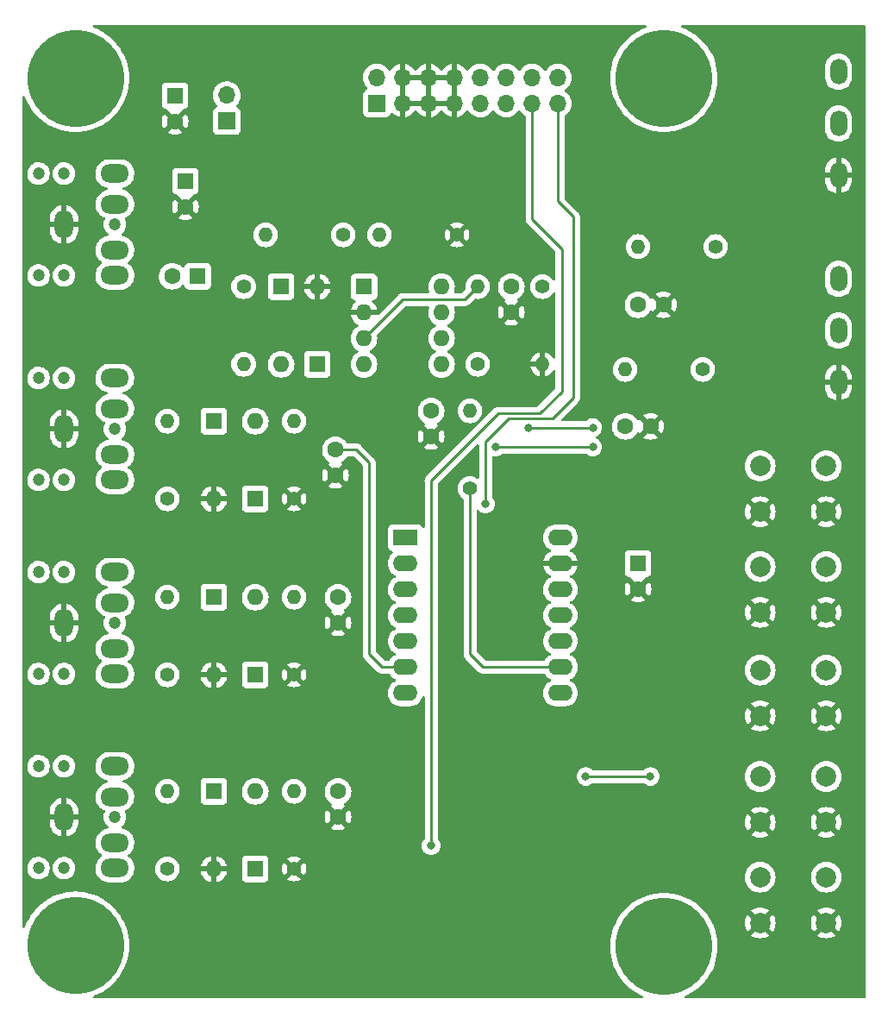
<source format=gbl>
%TF.GenerationSoftware,KiCad,Pcbnew,(6.0.1)*%
%TF.CreationDate,2022-09-22T07:34:11-04:00*%
%TF.ProjectId,SYNTH-VCO-01,53594e54-482d-4564-934f-2d30312e6b69,1*%
%TF.SameCoordinates,Original*%
%TF.FileFunction,Copper,L2,Bot*%
%TF.FilePolarity,Positive*%
%FSLAX46Y46*%
G04 Gerber Fmt 4.6, Leading zero omitted, Abs format (unit mm)*
G04 Created by KiCad (PCBNEW (6.0.1)) date 2022-09-22 07:34:11*
%MOMM*%
%LPD*%
G01*
G04 APERTURE LIST*
%TA.AperFunction,ComponentPad*%
%ADD10C,1.200000*%
%TD*%
%TA.AperFunction,ComponentPad*%
%ADD11O,2.800000X1.800000*%
%TD*%
%TA.AperFunction,ComponentPad*%
%ADD12O,1.800000X2.800000*%
%TD*%
%TA.AperFunction,ComponentPad*%
%ADD13R,1.700000X1.700000*%
%TD*%
%TA.AperFunction,ComponentPad*%
%ADD14O,1.700000X1.700000*%
%TD*%
%TA.AperFunction,ComponentPad*%
%ADD15O,1.400000X1.400000*%
%TD*%
%TA.AperFunction,ComponentPad*%
%ADD16C,1.400000*%
%TD*%
%TA.AperFunction,ComponentPad*%
%ADD17R,1.600000X1.600000*%
%TD*%
%TA.AperFunction,ComponentPad*%
%ADD18O,1.600000X1.600000*%
%TD*%
%TA.AperFunction,ComponentPad*%
%ADD19C,1.600000*%
%TD*%
%TA.AperFunction,ComponentPad*%
%ADD20C,9.525000*%
%TD*%
%TA.AperFunction,ComponentPad*%
%ADD21O,1.651000X2.540000*%
%TD*%
%TA.AperFunction,ComponentPad*%
%ADD22C,2.000000*%
%TD*%
%TA.AperFunction,ComponentPad*%
%ADD23R,2.400000X1.600000*%
%TD*%
%TA.AperFunction,ComponentPad*%
%ADD24O,2.400000X1.600000*%
%TD*%
%TA.AperFunction,ViaPad*%
%ADD25C,0.800000*%
%TD*%
%TA.AperFunction,Conductor*%
%ADD26C,0.254000*%
%TD*%
G04 APERTURE END LIST*
D10*
%TO.P,J3,90*%
%TO.N,N/C*%
X88448000Y-57992000D03*
X88448000Y-67992000D03*
X90948000Y-57992000D03*
X95948000Y-62992000D03*
X90948000Y-67992000D03*
D11*
%TO.P,J3,R*%
%TO.N,unconnected-(J3-PadR)*%
X95948000Y-57992000D03*
%TO.P,J3,RN*%
%TO.N,N/C*%
X95948000Y-60992000D03*
D12*
%TO.P,J3,S*%
%TO.N,GND*%
X90948000Y-62992000D03*
D11*
%TO.P,J3,T*%
%TO.N,/GATE*%
X95948000Y-67992000D03*
%TO.P,J3,TN*%
%TO.N,N/C*%
X95948000Y-65492000D03*
%TD*%
D13*
%TO.P,J1,1,Pin_1*%
%TO.N,unconnected-(J1-Pad1)*%
X121666000Y-31050000D03*
D14*
%TO.P,J1,2,Pin_2*%
%TO.N,unconnected-(J1-Pad2)*%
X121666000Y-28510000D03*
%TO.P,J1,3,Pin_3*%
%TO.N,GND*%
X124206000Y-31050000D03*
%TO.P,J1,4,Pin_4*%
X124206000Y-28510000D03*
%TO.P,J1,5,Pin_5*%
X126746000Y-31050000D03*
%TO.P,J1,6,Pin_6*%
X126746000Y-28510000D03*
%TO.P,J1,7,Pin_7*%
X129286000Y-31050000D03*
%TO.P,J1,8,Pin_8*%
X129286000Y-28510000D03*
%TO.P,J1,9,Pin_9*%
%TO.N,+12V*%
X131826000Y-31050000D03*
%TO.P,J1,10,Pin_10*%
X131826000Y-28510000D03*
%TO.P,J1,11,Pin_11*%
%TO.N,+5V*%
X134366000Y-31050000D03*
%TO.P,J1,12,Pin_12*%
X134366000Y-28510000D03*
%TO.P,J1,13,Pin_13*%
%TO.N,/CV*%
X136906000Y-31050000D03*
%TO.P,J1,14,Pin_14*%
X136906000Y-28510000D03*
%TO.P,J1,15,Pin_15*%
%TO.N,/GATE*%
X139446000Y-31050000D03*
%TO.P,J1,16,Pin_16*%
X139446000Y-28510000D03*
%TD*%
D15*
%TO.P,R10,2*%
%TO.N,/GATE_C*%
X113538000Y-62230000D03*
D16*
%TO.P,R10,1*%
%TO.N,GND*%
X113538000Y-69850000D03*
%TD*%
%TO.P,R9,1*%
%TO.N,/GATE*%
X101092000Y-69850000D03*
D15*
%TO.P,R9,2*%
%TO.N,/GATE_C*%
X101092000Y-62230000D03*
%TD*%
D13*
%TO.P,H1,1,Pin_1*%
%TO.N,+5V*%
X106934000Y-32771000D03*
D14*
%TO.P,H1,2,Pin_2*%
%TO.N,Net-(C1-Pad1)*%
X106934000Y-30231000D03*
%TD*%
D17*
%TO.P,D3,1,K*%
%TO.N,/GATE_C*%
X105664000Y-62230000D03*
D18*
%TO.P,D3,2,A*%
%TO.N,GND*%
X105664000Y-69850000D03*
%TD*%
D17*
%TO.P,C1,1*%
%TO.N,Net-(C1-Pad1)*%
X101854000Y-30290888D03*
D19*
%TO.P,C1,2*%
%TO.N,GND*%
X101854000Y-32790888D03*
%TD*%
%TO.P,C8,1*%
%TO.N,/GATE_C*%
X117602000Y-65044000D03*
%TO.P,C8,2*%
%TO.N,GND*%
X117602000Y-67544000D03*
%TD*%
D17*
%TO.P,C2,1*%
%TO.N,+5V*%
X102870000Y-38672888D03*
D19*
%TO.P,C2,2*%
%TO.N,GND*%
X102870000Y-41172888D03*
%TD*%
D17*
%TO.P,C9,1*%
%TO.N,+3V3*%
X147320000Y-76200000D03*
D19*
%TO.P,C9,2*%
%TO.N,GND*%
X147320000Y-78700000D03*
%TD*%
D17*
%TO.P,D2,1,K*%
%TO.N,Net-(D1-Pad1)*%
X115824000Y-56642000D03*
D18*
%TO.P,D2,2,A*%
%TO.N,GND*%
X115824000Y-49022000D03*
%TD*%
D20*
%TO.P,MTG2,1*%
%TO.N,N/C*%
X92075000Y-113665000D03*
%TD*%
D21*
%TO.P,RV2,1,1*%
%TO.N,+3V3*%
X167005000Y-48260000D03*
%TO.P,RV2,2,2*%
%TO.N,Net-(R7-Pad1)*%
X167005000Y-53340000D03*
%TO.P,RV2,3,3*%
%TO.N,GND*%
X167005000Y-58420000D03*
%TD*%
D17*
%TO.P,D6,1,K*%
%TO.N,+3V3*%
X109728000Y-87122000D03*
D18*
%TO.P,D6,2,A*%
%TO.N,/VPEROCT*%
X109728000Y-79502000D03*
%TD*%
D17*
%TO.P,D8,1,K*%
%TO.N,+3V3*%
X109728000Y-106172000D03*
D18*
%TO.P,D8,2,A*%
%TO.N,/MODCV*%
X109728000Y-98552000D03*
%TD*%
D20*
%TO.P,MTG3,1*%
%TO.N,N/C*%
X149860000Y-28575000D03*
%TD*%
D22*
%TO.P,SW2,1,1*%
%TO.N,/MODE_UP*%
X165810000Y-76490000D03*
X159310000Y-76490000D03*
%TO.P,SW2,2,2*%
%TO.N,GND*%
X159310000Y-80990000D03*
X165810000Y-80990000D03*
%TD*%
D17*
%TO.P,D5,1,K*%
%TO.N,/VPEROCT*%
X105664000Y-79502000D03*
D18*
%TO.P,D5,2,A*%
%TO.N,GND*%
X105664000Y-87122000D03*
%TD*%
D22*
%TO.P,SW1,1,1*%
%TO.N,GND*%
X165810000Y-71120000D03*
X159310000Y-71120000D03*
%TO.P,SW1,2,2*%
%TO.N,/PUSH*%
X165810000Y-66620000D03*
X159310000Y-66620000D03*
%TD*%
D16*
%TO.P,R13,1*%
%TO.N,/CV*%
X101092000Y-106172000D03*
D15*
%TO.P,R13,2*%
%TO.N,/MODCV*%
X101092000Y-98552000D03*
%TD*%
D16*
%TO.P,R3,1*%
%TO.N,Net-(R3-Pad1)*%
X154940000Y-45085000D03*
D15*
%TO.P,R3,2*%
%TO.N,/MOD_POT*%
X147320000Y-45085000D03*
%TD*%
D16*
%TO.P,R1,1*%
%TO.N,Net-(R1-Pad1)*%
X118364000Y-43942000D03*
D15*
%TO.P,R1,2*%
%TO.N,Net-(D1-Pad1)*%
X110744000Y-43942000D03*
%TD*%
D10*
%TO.P,J5,90*%
%TO.N,N/C*%
X88448000Y-106092000D03*
X95948000Y-101092000D03*
X88448000Y-96092000D03*
X90948000Y-96092000D03*
X90948000Y-106092000D03*
D11*
%TO.P,J5,R*%
%TO.N,unconnected-(J5-PadR)*%
X95948000Y-96092000D03*
%TO.P,J5,RN*%
%TO.N,N/C*%
X95948000Y-99092000D03*
D12*
%TO.P,J5,S*%
%TO.N,GND*%
X90948000Y-101092000D03*
D11*
%TO.P,J5,T*%
%TO.N,/CV*%
X95948000Y-106092000D03*
%TO.P,J5,TN*%
%TO.N,N/C*%
X95948000Y-103592000D03*
%TD*%
D19*
%TO.P,C10,1*%
%TO.N,/VPEROCT*%
X117856000Y-79522000D03*
%TO.P,C10,2*%
%TO.N,GND*%
X117856000Y-82022000D03*
%TD*%
D22*
%TO.P,SW4,1,1*%
%TO.N,GND*%
X159310000Y-101600000D03*
X165810000Y-101600000D03*
%TO.P,SW4,2,2*%
%TO.N,/OCT_UP*%
X159310000Y-97100000D03*
X165810000Y-97100000D03*
%TD*%
D19*
%TO.P,C6,1*%
%TO.N,Net-(C6-Pad1)*%
X127000000Y-61234000D03*
%TO.P,C6,2*%
%TO.N,GND*%
X127000000Y-63734000D03*
%TD*%
D16*
%TO.P,R5,1*%
%TO.N,Net-(C6-Pad1)*%
X131572000Y-56642000D03*
D15*
%TO.P,R5,2*%
%TO.N,/PRE_FILT*%
X131572000Y-49022000D03*
%TD*%
D16*
%TO.P,R11,1*%
%TO.N,/V_OCT*%
X101092000Y-87122000D03*
D15*
%TO.P,R11,2*%
%TO.N,/VPEROCT*%
X101092000Y-79502000D03*
%TD*%
D19*
%TO.P,C11,1*%
%TO.N,/MODCV*%
X117856000Y-98572000D03*
%TO.P,C11,2*%
%TO.N,GND*%
X117856000Y-101072000D03*
%TD*%
D17*
%TO.P,D1,1,K*%
%TO.N,+5V*%
X112268000Y-49022000D03*
D18*
%TO.P,D1,2,A*%
%TO.N,Net-(D1-Pad1)*%
X112268000Y-56642000D03*
%TD*%
D22*
%TO.P,SW3,1,1*%
%TO.N,/MODE_DN*%
X159310000Y-86650000D03*
X165810000Y-86650000D03*
%TO.P,SW3,2,2*%
%TO.N,GND*%
X159310000Y-91150000D03*
X165810000Y-91150000D03*
%TD*%
D17*
%TO.P,D7,1,K*%
%TO.N,/MODCV*%
X105664000Y-98552000D03*
D18*
%TO.P,D7,2,A*%
%TO.N,GND*%
X105664000Y-106172000D03*
%TD*%
D17*
%TO.P,U2,1*%
%TO.N,Net-(D1-Pad1)*%
X120406000Y-49032000D03*
D18*
%TO.P,U2,2,V-*%
%TO.N,GND*%
X120406000Y-51572000D03*
%TO.P,U2,3,+*%
%TO.N,/PRE_FILT*%
X120406000Y-54112000D03*
%TO.P,U2,4,-*%
%TO.N,Net-(R1-Pad1)*%
X120406000Y-56652000D03*
%TO.P,U2,5,V+*%
%TO.N,+5V*%
X128026000Y-56652000D03*
%TO.P,U2,6*%
%TO.N,N/C*%
X128026000Y-54112000D03*
%TO.P,U2,7*%
X128026000Y-51572000D03*
%TO.P,U2,8*%
X128026000Y-49032000D03*
%TD*%
D16*
%TO.P,R4,1*%
%TO.N,/AUD_OUT*%
X108585000Y-49022000D03*
D15*
%TO.P,R4,2*%
%TO.N,Net-(D1-Pad1)*%
X108585000Y-56642000D03*
%TD*%
D17*
%TO.P,D4,1,K*%
%TO.N,+3V3*%
X109728000Y-69850000D03*
D18*
%TO.P,D4,2,A*%
%TO.N,/GATE_C*%
X109728000Y-62230000D03*
%TD*%
D19*
%TO.P,C4,1*%
%TO.N,/PRE_FILT*%
X134874000Y-49042000D03*
%TO.P,C4,2*%
%TO.N,GND*%
X134874000Y-51542000D03*
%TD*%
D16*
%TO.P,R7,1*%
%TO.N,Net-(R7-Pad1)*%
X153670000Y-57150000D03*
D15*
%TO.P,R7,2*%
%TO.N,/FREQ_POT*%
X146050000Y-57150000D03*
%TD*%
D23*
%TO.P,U3,1,D0/P26*%
%TO.N,/VPEROCT*%
X124460000Y-73660000D03*
D24*
%TO.P,U3,2,D1/P27*%
%TO.N,/FREQ_POT*%
X124460000Y-76200000D03*
%TO.P,U3,3,D2/P28*%
%TO.N,/MODCV*%
X124460000Y-78740000D03*
%TO.P,U3,4,D3/P29*%
%TO.N,/MOD_POT*%
X124460000Y-81280000D03*
%TO.P,U3,5,D4/SDA/P6*%
%TO.N,/PUSH*%
X124460000Y-83820000D03*
%TO.P,U3,6,D5/SCL/P7*%
%TO.N,/GATE_C*%
X124460000Y-86360000D03*
%TO.P,U3,7,D6/TX/P0*%
%TO.N,/OCT_UP*%
X124460000Y-88900000D03*
%TO.P,U3,8,D7/RX/P1*%
%TO.N,/OCT_DN*%
X139700000Y-88900000D03*
%TO.P,U3,9,D8/SCK/P2*%
%TO.N,/WAV*%
X139700000Y-86360000D03*
%TO.P,U3,10,D9/MISO/P4*%
%TO.N,/MODE_DN*%
X139700000Y-83820000D03*
%TO.P,U3,11,D10/MOSI/P3*%
%TO.N,/MODE_UP*%
X139700000Y-81280000D03*
%TO.P,U3,12,3.3V*%
%TO.N,+3V3*%
X139700000Y-78740000D03*
%TO.P,U3,13,GND*%
%TO.N,GND*%
X139700000Y-76200000D03*
%TO.P,U3,14,5V*%
%TO.N,+5V*%
X139700000Y-73660000D03*
%TD*%
D20*
%TO.P,MTG4,1*%
%TO.N,N/C*%
X149860000Y-113792000D03*
%TD*%
%TO.P,MTG1,1*%
%TO.N,N/C*%
X92075000Y-28575000D03*
%TD*%
D16*
%TO.P,R14,1*%
%TO.N,GND*%
X113538000Y-106172000D03*
D15*
%TO.P,R14,2*%
%TO.N,/MODCV*%
X113538000Y-98552000D03*
%TD*%
D19*
%TO.P,C5,1*%
%TO.N,/MOD_POT*%
X147320000Y-50800000D03*
%TO.P,C5,2*%
%TO.N,GND*%
X149820000Y-50800000D03*
%TD*%
D16*
%TO.P,R2,1*%
%TO.N,GND*%
X129540000Y-43942000D03*
D15*
%TO.P,R2,2*%
%TO.N,Net-(R1-Pad1)*%
X121920000Y-43942000D03*
%TD*%
D22*
%TO.P,SW5,1,1*%
%TO.N,/OCT_DN*%
X165810000Y-106970000D03*
X159310000Y-106970000D03*
%TO.P,SW5,2,2*%
%TO.N,GND*%
X165810000Y-111470000D03*
X159310000Y-111470000D03*
%TD*%
D21*
%TO.P,RV1,1,1*%
%TO.N,+3V3*%
X167005000Y-27945000D03*
%TO.P,RV1,2,2*%
%TO.N,Net-(R3-Pad1)*%
X167005000Y-33025000D03*
%TO.P,RV1,3,3*%
%TO.N,GND*%
X167005000Y-38105000D03*
%TD*%
D16*
%TO.P,R6,1*%
%TO.N,/PRE_FILT*%
X137922000Y-49022000D03*
D15*
%TO.P,R6,2*%
%TO.N,GND*%
X137922000Y-56642000D03*
%TD*%
D16*
%TO.P,R8,1*%
%TO.N,/WAV*%
X130810000Y-68834000D03*
D15*
%TO.P,R8,2*%
%TO.N,Net-(C6-Pad1)*%
X130810000Y-61214000D03*
%TD*%
D17*
%TO.P,C3,1*%
%TO.N,/AUD_OUT*%
X104075113Y-48006000D03*
D19*
%TO.P,C3,2*%
%TO.N,Net-(C3-Pad2)*%
X101575113Y-48006000D03*
%TD*%
D10*
%TO.P,J4,90*%
%TO.N,N/C*%
X88448000Y-77042000D03*
X90948000Y-77042000D03*
X95948000Y-82042000D03*
X90948000Y-87042000D03*
X88448000Y-87042000D03*
D11*
%TO.P,J4,R*%
%TO.N,unconnected-(J4-PadR)*%
X95948000Y-77042000D03*
%TO.P,J4,RN*%
%TO.N,N/C*%
X95948000Y-80042000D03*
D12*
%TO.P,J4,S*%
%TO.N,GND*%
X90948000Y-82042000D03*
D11*
%TO.P,J4,T*%
%TO.N,/V_OCT*%
X95948000Y-87042000D03*
%TO.P,J4,TN*%
%TO.N,N/C*%
X95948000Y-84542000D03*
%TD*%
D10*
%TO.P,J2,90*%
%TO.N,N/C*%
X90948000Y-37926000D03*
X88448000Y-37926000D03*
X90948000Y-47926000D03*
X95948000Y-42926000D03*
X88448000Y-47926000D03*
D11*
%TO.P,J2,R*%
%TO.N,unconnected-(J2-PadR)*%
X95948000Y-37926000D03*
%TO.P,J2,RN*%
%TO.N,N/C*%
X95948000Y-40926000D03*
D12*
%TO.P,J2,S*%
%TO.N,GND*%
X90948000Y-42926000D03*
D11*
%TO.P,J2,T*%
%TO.N,Net-(C3-Pad2)*%
X95948000Y-47926000D03*
%TO.P,J2,TN*%
%TO.N,N/C*%
X95948000Y-45426000D03*
%TD*%
D16*
%TO.P,R12,1*%
%TO.N,GND*%
X113538000Y-87122000D03*
D15*
%TO.P,R12,2*%
%TO.N,/VPEROCT*%
X113538000Y-79502000D03*
%TD*%
D19*
%TO.P,C7,1*%
%TO.N,/FREQ_POT*%
X146070000Y-62738000D03*
%TO.P,C7,2*%
%TO.N,GND*%
X148570000Y-62738000D03*
%TD*%
D25*
%TO.N,/GATE*%
X132334000Y-70358000D03*
%TO.N,GND*%
X111238000Y-38622000D03*
%TO.N,/CV*%
X127000000Y-103886000D03*
%TO.N,/FREQ_POT*%
X133350000Y-64770000D03*
X142875000Y-64770000D03*
%TO.N,/MOD_POT*%
X142875000Y-62865000D03*
X136525000Y-62865000D03*
%TO.N,/OCT_UP*%
X148535000Y-97100000D03*
X142185000Y-97100000D03*
%TD*%
D26*
%TO.N,/GATE*%
X139446000Y-40640000D02*
X140970000Y-42164000D01*
X139446000Y-31050000D02*
X139446000Y-40640000D01*
X140970000Y-59944000D02*
X140970000Y-42164000D01*
X138938000Y-61976000D02*
X140970000Y-59944000D01*
X134620000Y-61976000D02*
X138938000Y-61976000D01*
X132334000Y-64262000D02*
X134620000Y-61976000D01*
X132334000Y-70358000D02*
X132334000Y-64262000D01*
%TO.N,/CV*%
X127000000Y-68072000D02*
X133604000Y-61468000D01*
X127000000Y-103886000D02*
X127000000Y-68072000D01*
X137668000Y-61468000D02*
X133604000Y-61468000D01*
X139827000Y-59309000D02*
X137668000Y-61468000D01*
X139827000Y-45339000D02*
X139827000Y-59309000D01*
X136906000Y-42418000D02*
X139827000Y-45339000D01*
X136906000Y-31050000D02*
X136906000Y-42418000D01*
%TO.N,/GATE_C*%
X119654000Y-65044000D02*
X120904000Y-66294000D01*
X117602000Y-65044000D02*
X119654000Y-65044000D01*
X120904000Y-85090000D02*
X120904000Y-66294000D01*
X122174000Y-86360000D02*
X120904000Y-85090000D01*
X124460000Y-86360000D02*
X122174000Y-86360000D01*
%TO.N,/WAV*%
X132080000Y-86360000D02*
X139700000Y-86360000D01*
X130810000Y-85090000D02*
X132080000Y-86360000D01*
X130810000Y-68834000D02*
X130810000Y-85090000D01*
%TO.N,/PRE_FILT*%
X130302000Y-50292000D02*
X131572000Y-49022000D01*
X124226000Y-50292000D02*
X130302000Y-50292000D01*
X120406000Y-54112000D02*
X124226000Y-50292000D01*
%TO.N,/FREQ_POT*%
X133350000Y-64770000D02*
X142875000Y-64770000D01*
%TO.N,/MOD_POT*%
X136525000Y-62865000D02*
X142875000Y-62865000D01*
%TO.N,/OCT_UP*%
X148535000Y-97100000D02*
X142185000Y-97100000D01*
%TD*%
%TA.AperFunction,Conductor*%
%TO.N,GND*%
G36*
X148095219Y-23388002D02*
G01*
X148141712Y-23441658D01*
X148151816Y-23511932D01*
X148122322Y-23576512D01*
X148064986Y-23614168D01*
X148055494Y-23617161D01*
X147630257Y-23793300D01*
X147221989Y-24005831D01*
X146833798Y-24253136D01*
X146594853Y-24436485D01*
X146470806Y-24531669D01*
X146470800Y-24531674D01*
X146468638Y-24533333D01*
X146129289Y-24844289D01*
X145818333Y-25183638D01*
X145538136Y-25548798D01*
X145290831Y-25936989D01*
X145078300Y-26345257D01*
X144902161Y-26770494D01*
X144901335Y-26773113D01*
X144901332Y-26773122D01*
X144768542Y-27194280D01*
X144763754Y-27209465D01*
X144664133Y-27658828D01*
X144604055Y-28115164D01*
X144603935Y-28117913D01*
X144603934Y-28117924D01*
X144596311Y-28292522D01*
X144583978Y-28575000D01*
X144584098Y-28577748D01*
X144603050Y-29011811D01*
X144604055Y-29034836D01*
X144640332Y-29310383D01*
X144663616Y-29487242D01*
X144664133Y-29491172D01*
X144763754Y-29940535D01*
X144764582Y-29943160D01*
X144764583Y-29943165D01*
X144899649Y-30371538D01*
X144902161Y-30379506D01*
X145011480Y-30643425D01*
X145074679Y-30796000D01*
X145078300Y-30804743D01*
X145290831Y-31213011D01*
X145538136Y-31601202D01*
X145693200Y-31803285D01*
X145806953Y-31951531D01*
X145818333Y-31966362D01*
X146129289Y-32305711D01*
X146468638Y-32616667D01*
X146470800Y-32618326D01*
X146470806Y-32618331D01*
X146594853Y-32713515D01*
X146833798Y-32896864D01*
X147221989Y-33144169D01*
X147630257Y-33356700D01*
X148055494Y-33532839D01*
X148058114Y-33533665D01*
X148058122Y-33533668D01*
X148491835Y-33670417D01*
X148491840Y-33670418D01*
X148494465Y-33671246D01*
X148943828Y-33770867D01*
X148946548Y-33771225D01*
X148946553Y-33771226D01*
X149117423Y-33793721D01*
X149400164Y-33830945D01*
X149402913Y-33831065D01*
X149402924Y-33831066D01*
X149857252Y-33850902D01*
X149860000Y-33851022D01*
X149862748Y-33850902D01*
X150317076Y-33831066D01*
X150317087Y-33831065D01*
X150319836Y-33830945D01*
X150602577Y-33793721D01*
X150773447Y-33771226D01*
X150773452Y-33771225D01*
X150776172Y-33770867D01*
X151225535Y-33671246D01*
X151228160Y-33670418D01*
X151228165Y-33670417D01*
X151661878Y-33533668D01*
X151661886Y-33533665D01*
X151664506Y-33532839D01*
X151676799Y-33527747D01*
X165671000Y-33527747D01*
X165686248Y-33702032D01*
X165687672Y-33707345D01*
X165687672Y-33707347D01*
X165730640Y-33867705D01*
X165746661Y-33927498D01*
X165748983Y-33932478D01*
X165748984Y-33932480D01*
X165842983Y-34134061D01*
X165842986Y-34134066D01*
X165845309Y-34139048D01*
X165979193Y-34330254D01*
X166144246Y-34495307D01*
X166148754Y-34498464D01*
X166148757Y-34498466D01*
X166330943Y-34626034D01*
X166335452Y-34629191D01*
X166340434Y-34631514D01*
X166340439Y-34631517D01*
X166542020Y-34725516D01*
X166547002Y-34727839D01*
X166552310Y-34729261D01*
X166552312Y-34729262D01*
X166767153Y-34786828D01*
X166767155Y-34786828D01*
X166772468Y-34788252D01*
X167005000Y-34808596D01*
X167237532Y-34788252D01*
X167242845Y-34786828D01*
X167242847Y-34786828D01*
X167457688Y-34729262D01*
X167457690Y-34729261D01*
X167462998Y-34727839D01*
X167467980Y-34725516D01*
X167669561Y-34631517D01*
X167669566Y-34631514D01*
X167674548Y-34629191D01*
X167679057Y-34626034D01*
X167861243Y-34498466D01*
X167861246Y-34498464D01*
X167865754Y-34495307D01*
X168030807Y-34330254D01*
X168164691Y-34139048D01*
X168167014Y-34134066D01*
X168167017Y-34134061D01*
X168261016Y-33932480D01*
X168261017Y-33932478D01*
X168263339Y-33927498D01*
X168279361Y-33867705D01*
X168322328Y-33707347D01*
X168322328Y-33707345D01*
X168323752Y-33702032D01*
X168339000Y-33527747D01*
X168339000Y-32522253D01*
X168323752Y-32347968D01*
X168312925Y-32307562D01*
X168264762Y-32127812D01*
X168264761Y-32127810D01*
X168263339Y-32122502D01*
X168241903Y-32076532D01*
X168167017Y-31915939D01*
X168167014Y-31915934D01*
X168164691Y-31910952D01*
X168161534Y-31906443D01*
X168033966Y-31724257D01*
X168033964Y-31724254D01*
X168030807Y-31719746D01*
X167865754Y-31554693D01*
X167861246Y-31551536D01*
X167861243Y-31551534D01*
X167679057Y-31423966D01*
X167679055Y-31423965D01*
X167674548Y-31420809D01*
X167669566Y-31418486D01*
X167669561Y-31418483D01*
X167467980Y-31324484D01*
X167467978Y-31324483D01*
X167462998Y-31322161D01*
X167457690Y-31320739D01*
X167457688Y-31320738D01*
X167242847Y-31263172D01*
X167242845Y-31263172D01*
X167237532Y-31261748D01*
X167005000Y-31241404D01*
X166772468Y-31261748D01*
X166767155Y-31263172D01*
X166767153Y-31263172D01*
X166552312Y-31320738D01*
X166552310Y-31320739D01*
X166547002Y-31322161D01*
X166542022Y-31324483D01*
X166542020Y-31324484D01*
X166340439Y-31418483D01*
X166340434Y-31418486D01*
X166335452Y-31420809D01*
X166330945Y-31423965D01*
X166330943Y-31423966D01*
X166148757Y-31551534D01*
X166148754Y-31551536D01*
X166144246Y-31554693D01*
X165979193Y-31719746D01*
X165976036Y-31724254D01*
X165976034Y-31724257D01*
X165848466Y-31906443D01*
X165845309Y-31910952D01*
X165842986Y-31915934D01*
X165842983Y-31915939D01*
X165768097Y-32076532D01*
X165746661Y-32122502D01*
X165745239Y-32127810D01*
X165745238Y-32127812D01*
X165697075Y-32307562D01*
X165686248Y-32347968D01*
X165671000Y-32522253D01*
X165671000Y-33527747D01*
X151676799Y-33527747D01*
X152089743Y-33356700D01*
X152498011Y-33144169D01*
X152886202Y-32896864D01*
X153125147Y-32713515D01*
X153249194Y-32618331D01*
X153249200Y-32618326D01*
X153251362Y-32616667D01*
X153590711Y-32305711D01*
X153901667Y-31966362D01*
X153913048Y-31951531D01*
X154026800Y-31803285D01*
X154181864Y-31601202D01*
X154429169Y-31213011D01*
X154641700Y-30804743D01*
X154645322Y-30796000D01*
X154708520Y-30643425D01*
X154817839Y-30379506D01*
X154820352Y-30371538D01*
X154955417Y-29943165D01*
X154955418Y-29943160D01*
X154956246Y-29940535D01*
X155055867Y-29491172D01*
X155056385Y-29487242D01*
X155079668Y-29310383D01*
X155115945Y-29034836D01*
X155116951Y-29011811D01*
X155135902Y-28577748D01*
X155136022Y-28575000D01*
X155130466Y-28447747D01*
X165671000Y-28447747D01*
X165671238Y-28450464D01*
X165671238Y-28450471D01*
X165673984Y-28481851D01*
X165686248Y-28622032D01*
X165687672Y-28627345D01*
X165687672Y-28627347D01*
X165733417Y-28798069D01*
X165746661Y-28847498D01*
X165748983Y-28852478D01*
X165748984Y-28852480D01*
X165842983Y-29054061D01*
X165842986Y-29054066D01*
X165845309Y-29059048D01*
X165848465Y-29063555D01*
X165848466Y-29063557D01*
X165970522Y-29237870D01*
X165979193Y-29250254D01*
X166144246Y-29415307D01*
X166148754Y-29418464D01*
X166148757Y-29418466D01*
X166330943Y-29546034D01*
X166335452Y-29549191D01*
X166340434Y-29551514D01*
X166340439Y-29551517D01*
X166542020Y-29645516D01*
X166547002Y-29647839D01*
X166552310Y-29649261D01*
X166552312Y-29649262D01*
X166767153Y-29706828D01*
X166767155Y-29706828D01*
X166772468Y-29708252D01*
X167005000Y-29728596D01*
X167237532Y-29708252D01*
X167242845Y-29706828D01*
X167242847Y-29706828D01*
X167457688Y-29649262D01*
X167457690Y-29649261D01*
X167462998Y-29647839D01*
X167467980Y-29645516D01*
X167669561Y-29551517D01*
X167669566Y-29551514D01*
X167674548Y-29549191D01*
X167679057Y-29546034D01*
X167861243Y-29418466D01*
X167861246Y-29418464D01*
X167865754Y-29415307D01*
X168030807Y-29250254D01*
X168039479Y-29237870D01*
X168161534Y-29063557D01*
X168161535Y-29063555D01*
X168164691Y-29059048D01*
X168167014Y-29054066D01*
X168167017Y-29054061D01*
X168261016Y-28852480D01*
X168261017Y-28852478D01*
X168263339Y-28847498D01*
X168276584Y-28798069D01*
X168322328Y-28627347D01*
X168322328Y-28627345D01*
X168323752Y-28622032D01*
X168336016Y-28481851D01*
X168338762Y-28450471D01*
X168338762Y-28450464D01*
X168339000Y-28447747D01*
X168339000Y-27442253D01*
X168323752Y-27267968D01*
X168320601Y-27256209D01*
X168264762Y-27047812D01*
X168264761Y-27047810D01*
X168263339Y-27042502D01*
X168176209Y-26855652D01*
X168167017Y-26835939D01*
X168167014Y-26835934D01*
X168164691Y-26830952D01*
X168161534Y-26826443D01*
X168033966Y-26644257D01*
X168033964Y-26644254D01*
X168030807Y-26639746D01*
X167865754Y-26474693D01*
X167861246Y-26471536D01*
X167861243Y-26471534D01*
X167679057Y-26343966D01*
X167679055Y-26343965D01*
X167674548Y-26340809D01*
X167669566Y-26338486D01*
X167669561Y-26338483D01*
X167467980Y-26244484D01*
X167467978Y-26244483D01*
X167462998Y-26242161D01*
X167457690Y-26240739D01*
X167457688Y-26240738D01*
X167242847Y-26183172D01*
X167242845Y-26183172D01*
X167237532Y-26181748D01*
X167005000Y-26161404D01*
X166772468Y-26181748D01*
X166767155Y-26183172D01*
X166767153Y-26183172D01*
X166552312Y-26240738D01*
X166552310Y-26240739D01*
X166547002Y-26242161D01*
X166542022Y-26244483D01*
X166542020Y-26244484D01*
X166340439Y-26338483D01*
X166340434Y-26338486D01*
X166335452Y-26340809D01*
X166330945Y-26343965D01*
X166330943Y-26343966D01*
X166148757Y-26471534D01*
X166148754Y-26471536D01*
X166144246Y-26474693D01*
X165979193Y-26639746D01*
X165976036Y-26644254D01*
X165976034Y-26644257D01*
X165848466Y-26826443D01*
X165845309Y-26830952D01*
X165842986Y-26835934D01*
X165842983Y-26835939D01*
X165833791Y-26855652D01*
X165746661Y-27042502D01*
X165745239Y-27047810D01*
X165745238Y-27047812D01*
X165689399Y-27256209D01*
X165686248Y-27267968D01*
X165671000Y-27442253D01*
X165671000Y-28447747D01*
X155130466Y-28447747D01*
X155123689Y-28292522D01*
X155116066Y-28117924D01*
X155116065Y-28117913D01*
X155115945Y-28115164D01*
X155055867Y-27658828D01*
X154956246Y-27209465D01*
X154951458Y-27194280D01*
X154818668Y-26773122D01*
X154818665Y-26773113D01*
X154817839Y-26770494D01*
X154641700Y-26345257D01*
X154429169Y-25936989D01*
X154181864Y-25548798D01*
X153901667Y-25183638D01*
X153590711Y-24844289D01*
X153251362Y-24533333D01*
X153249200Y-24531674D01*
X153249194Y-24531669D01*
X153125147Y-24436485D01*
X152886202Y-24253136D01*
X152498011Y-24005831D01*
X152089743Y-23793300D01*
X151664506Y-23617161D01*
X151655014Y-23614168D01*
X151596061Y-23574609D01*
X151567854Y-23509456D01*
X151579348Y-23439396D01*
X151626895Y-23386673D01*
X151692902Y-23368000D01*
X169546000Y-23368000D01*
X169614121Y-23388002D01*
X169660614Y-23441658D01*
X169672000Y-23494000D01*
X169672000Y-118746000D01*
X169651998Y-118814121D01*
X169598342Y-118860614D01*
X169546000Y-118872000D01*
X152003028Y-118872000D01*
X151934907Y-118851998D01*
X151888414Y-118798342D01*
X151878310Y-118728068D01*
X151907804Y-118663488D01*
X151954810Y-118629591D01*
X151963888Y-118625831D01*
X152089743Y-118573700D01*
X152498011Y-118361169D01*
X152886202Y-118113864D01*
X153125147Y-117930515D01*
X153249194Y-117835331D01*
X153249200Y-117835326D01*
X153251362Y-117833667D01*
X153590711Y-117522711D01*
X153901667Y-117183362D01*
X154181864Y-116818202D01*
X154429169Y-116430011D01*
X154641700Y-116021743D01*
X154817839Y-115596506D01*
X154860875Y-115460015D01*
X154955417Y-115160165D01*
X154955418Y-115160160D01*
X154956246Y-115157535D01*
X155055867Y-114708172D01*
X155115945Y-114251836D01*
X155121371Y-114127575D01*
X155135902Y-113794748D01*
X155136022Y-113792000D01*
X155115945Y-113332164D01*
X155069881Y-112982275D01*
X155056226Y-112878553D01*
X155056225Y-112878548D01*
X155055867Y-112875828D01*
X155017479Y-112702670D01*
X158442160Y-112702670D01*
X158447887Y-112710320D01*
X158619042Y-112815205D01*
X158627837Y-112819687D01*
X158837988Y-112906734D01*
X158847373Y-112909783D01*
X159068554Y-112962885D01*
X159078301Y-112964428D01*
X159305070Y-112982275D01*
X159314930Y-112982275D01*
X159541699Y-112964428D01*
X159551446Y-112962885D01*
X159772627Y-112909783D01*
X159782012Y-112906734D01*
X159992163Y-112819687D01*
X160000958Y-112815205D01*
X160168445Y-112712568D01*
X160177400Y-112702670D01*
X164942160Y-112702670D01*
X164947887Y-112710320D01*
X165119042Y-112815205D01*
X165127837Y-112819687D01*
X165337988Y-112906734D01*
X165347373Y-112909783D01*
X165568554Y-112962885D01*
X165578301Y-112964428D01*
X165805070Y-112982275D01*
X165814930Y-112982275D01*
X166041699Y-112964428D01*
X166051446Y-112962885D01*
X166272627Y-112909783D01*
X166282012Y-112906734D01*
X166492163Y-112819687D01*
X166500958Y-112815205D01*
X166668445Y-112712568D01*
X166677907Y-112702110D01*
X166674124Y-112693334D01*
X165822812Y-111842022D01*
X165808868Y-111834408D01*
X165807035Y-111834539D01*
X165800420Y-111838790D01*
X164948920Y-112690290D01*
X164942160Y-112702670D01*
X160177400Y-112702670D01*
X160177907Y-112702110D01*
X160174124Y-112693334D01*
X159322812Y-111842022D01*
X159308868Y-111834408D01*
X159307035Y-111834539D01*
X159300420Y-111838790D01*
X158448920Y-112690290D01*
X158442160Y-112702670D01*
X155017479Y-112702670D01*
X154956246Y-112426465D01*
X154926497Y-112332113D01*
X154818668Y-111990122D01*
X154818665Y-111990114D01*
X154817839Y-111987494D01*
X154641700Y-111562257D01*
X154596240Y-111474930D01*
X157797725Y-111474930D01*
X157815572Y-111701699D01*
X157817115Y-111711446D01*
X157870217Y-111932627D01*
X157873266Y-111942012D01*
X157960313Y-112152163D01*
X157964795Y-112160958D01*
X158067432Y-112328445D01*
X158077890Y-112337907D01*
X158086666Y-112334124D01*
X158937978Y-111482812D01*
X158944356Y-111471132D01*
X159674408Y-111471132D01*
X159674539Y-111472965D01*
X159678790Y-111479580D01*
X160530290Y-112331080D01*
X160542670Y-112337840D01*
X160550320Y-112332113D01*
X160655205Y-112160958D01*
X160659687Y-112152163D01*
X160746734Y-111942012D01*
X160749783Y-111932627D01*
X160802885Y-111711446D01*
X160804428Y-111701699D01*
X160822275Y-111474930D01*
X164297725Y-111474930D01*
X164315572Y-111701699D01*
X164317115Y-111711446D01*
X164370217Y-111932627D01*
X164373266Y-111942012D01*
X164460313Y-112152163D01*
X164464795Y-112160958D01*
X164567432Y-112328445D01*
X164577890Y-112337907D01*
X164586666Y-112334124D01*
X165437978Y-111482812D01*
X165444356Y-111471132D01*
X166174408Y-111471132D01*
X166174539Y-111472965D01*
X166178790Y-111479580D01*
X167030290Y-112331080D01*
X167042670Y-112337840D01*
X167050320Y-112332113D01*
X167155205Y-112160958D01*
X167159687Y-112152163D01*
X167246734Y-111942012D01*
X167249783Y-111932627D01*
X167302885Y-111711446D01*
X167304428Y-111701699D01*
X167322275Y-111474930D01*
X167322275Y-111465070D01*
X167304428Y-111238301D01*
X167302885Y-111228554D01*
X167249783Y-111007373D01*
X167246734Y-110997988D01*
X167159687Y-110787837D01*
X167155205Y-110779042D01*
X167052568Y-110611555D01*
X167042110Y-110602093D01*
X167033334Y-110605876D01*
X166182022Y-111457188D01*
X166174408Y-111471132D01*
X165444356Y-111471132D01*
X165445592Y-111468868D01*
X165445461Y-111467035D01*
X165441210Y-111460420D01*
X164589710Y-110608920D01*
X164577330Y-110602160D01*
X164569680Y-110607887D01*
X164464795Y-110779042D01*
X164460313Y-110787837D01*
X164373266Y-110997988D01*
X164370217Y-111007373D01*
X164317115Y-111228554D01*
X164315572Y-111238301D01*
X164297725Y-111465070D01*
X164297725Y-111474930D01*
X160822275Y-111474930D01*
X160822275Y-111465070D01*
X160804428Y-111238301D01*
X160802885Y-111228554D01*
X160749783Y-111007373D01*
X160746734Y-110997988D01*
X160659687Y-110787837D01*
X160655205Y-110779042D01*
X160552568Y-110611555D01*
X160542110Y-110602093D01*
X160533334Y-110605876D01*
X159682022Y-111457188D01*
X159674408Y-111471132D01*
X158944356Y-111471132D01*
X158945592Y-111468868D01*
X158945461Y-111467035D01*
X158941210Y-111460420D01*
X158089710Y-110608920D01*
X158077330Y-110602160D01*
X158069680Y-110607887D01*
X157964795Y-110779042D01*
X157960313Y-110787837D01*
X157873266Y-110997988D01*
X157870217Y-111007373D01*
X157817115Y-111228554D01*
X157815572Y-111238301D01*
X157797725Y-111465070D01*
X157797725Y-111474930D01*
X154596240Y-111474930D01*
X154429169Y-111153989D01*
X154181864Y-110765798D01*
X153901667Y-110400638D01*
X153752536Y-110237890D01*
X158442093Y-110237890D01*
X158445876Y-110246666D01*
X159297188Y-111097978D01*
X159311132Y-111105592D01*
X159312965Y-111105461D01*
X159319580Y-111101210D01*
X160171080Y-110249710D01*
X160177534Y-110237890D01*
X164942093Y-110237890D01*
X164945876Y-110246666D01*
X165797188Y-111097978D01*
X165811132Y-111105592D01*
X165812965Y-111105461D01*
X165819580Y-111101210D01*
X166671080Y-110249710D01*
X166677840Y-110237330D01*
X166672113Y-110229680D01*
X166500958Y-110124795D01*
X166492163Y-110120313D01*
X166282012Y-110033266D01*
X166272627Y-110030217D01*
X166051446Y-109977115D01*
X166041699Y-109975572D01*
X165814930Y-109957725D01*
X165805070Y-109957725D01*
X165578301Y-109975572D01*
X165568554Y-109977115D01*
X165347373Y-110030217D01*
X165337988Y-110033266D01*
X165127837Y-110120313D01*
X165119042Y-110124795D01*
X164951555Y-110227432D01*
X164942093Y-110237890D01*
X160177534Y-110237890D01*
X160177840Y-110237330D01*
X160172113Y-110229680D01*
X160000958Y-110124795D01*
X159992163Y-110120313D01*
X159782012Y-110033266D01*
X159772627Y-110030217D01*
X159551446Y-109977115D01*
X159541699Y-109975572D01*
X159314930Y-109957725D01*
X159305070Y-109957725D01*
X159078301Y-109975572D01*
X159068554Y-109977115D01*
X158847373Y-110030217D01*
X158837988Y-110033266D01*
X158627837Y-110120313D01*
X158619042Y-110124795D01*
X158451555Y-110227432D01*
X158442093Y-110237890D01*
X153752536Y-110237890D01*
X153590711Y-110061289D01*
X153251362Y-109750333D01*
X153249200Y-109748674D01*
X153249194Y-109748669D01*
X153125147Y-109653485D01*
X152886202Y-109470136D01*
X152498011Y-109222831D01*
X152089743Y-109010300D01*
X151664506Y-108834161D01*
X151661886Y-108833335D01*
X151661878Y-108833332D01*
X151228165Y-108696583D01*
X151228160Y-108696582D01*
X151225535Y-108695754D01*
X150776172Y-108596133D01*
X150773452Y-108595775D01*
X150773447Y-108595774D01*
X150574505Y-108569583D01*
X150319836Y-108536055D01*
X150317087Y-108535935D01*
X150317076Y-108535934D01*
X149862748Y-108516098D01*
X149860000Y-108515978D01*
X149857252Y-108516098D01*
X149402924Y-108535934D01*
X149402913Y-108535935D01*
X149400164Y-108536055D01*
X149145495Y-108569583D01*
X148946553Y-108595774D01*
X148946548Y-108595775D01*
X148943828Y-108596133D01*
X148494465Y-108695754D01*
X148491840Y-108696582D01*
X148491835Y-108696583D01*
X148058122Y-108833332D01*
X148058114Y-108833335D01*
X148055494Y-108834161D01*
X147630257Y-109010300D01*
X147221989Y-109222831D01*
X146833798Y-109470136D01*
X146594853Y-109653485D01*
X146470806Y-109748669D01*
X146470800Y-109748674D01*
X146468638Y-109750333D01*
X146129289Y-110061289D01*
X145818333Y-110400638D01*
X145538136Y-110765798D01*
X145290831Y-111153989D01*
X145078300Y-111562257D01*
X144902161Y-111987494D01*
X144901335Y-111990114D01*
X144901332Y-111990122D01*
X144793503Y-112332113D01*
X144763754Y-112426465D01*
X144664133Y-112875828D01*
X144663775Y-112878548D01*
X144663774Y-112878553D01*
X144650119Y-112982275D01*
X144604055Y-113332164D01*
X144583978Y-113792000D01*
X144584098Y-113794748D01*
X144598630Y-114127575D01*
X144604055Y-114251836D01*
X144664133Y-114708172D01*
X144763754Y-115157535D01*
X144764582Y-115160160D01*
X144764583Y-115160165D01*
X144859126Y-115460015D01*
X144902161Y-115596506D01*
X145078300Y-116021743D01*
X145290831Y-116430011D01*
X145538136Y-116818202D01*
X145818333Y-117183362D01*
X146129289Y-117522711D01*
X146468638Y-117833667D01*
X146470800Y-117835326D01*
X146470806Y-117835331D01*
X146594853Y-117930515D01*
X146833798Y-118113864D01*
X147221989Y-118361169D01*
X147630257Y-118573700D01*
X147756113Y-118625831D01*
X147765190Y-118629591D01*
X147820471Y-118674139D01*
X147842892Y-118741503D01*
X147825334Y-118810294D01*
X147773372Y-118858672D01*
X147716972Y-118872000D01*
X93907902Y-118872000D01*
X93839781Y-118851998D01*
X93793288Y-118798342D01*
X93783184Y-118728068D01*
X93812678Y-118663488D01*
X93870014Y-118625832D01*
X93879506Y-118622839D01*
X94304743Y-118446700D01*
X94713011Y-118234169D01*
X95101202Y-117986864D01*
X95340147Y-117803515D01*
X95464194Y-117708331D01*
X95464200Y-117708326D01*
X95466362Y-117706667D01*
X95805711Y-117395711D01*
X96116667Y-117056362D01*
X96396864Y-116691202D01*
X96644169Y-116303011D01*
X96856700Y-115894743D01*
X97032839Y-115469506D01*
X97045365Y-115429781D01*
X97170417Y-115033165D01*
X97170418Y-115033160D01*
X97171246Y-115030535D01*
X97270867Y-114581172D01*
X97330945Y-114124836D01*
X97351022Y-113665000D01*
X97350170Y-113645483D01*
X97331066Y-113207924D01*
X97331065Y-113207913D01*
X97330945Y-113205164D01*
X97270867Y-112748828D01*
X97171246Y-112299465D01*
X97072081Y-111984953D01*
X97033668Y-111863122D01*
X97033665Y-111863113D01*
X97032839Y-111860494D01*
X96856700Y-111435257D01*
X96644169Y-111026989D01*
X96396864Y-110638798D01*
X96116667Y-110273638D01*
X95805711Y-109934289D01*
X95466362Y-109623333D01*
X95464200Y-109621674D01*
X95464194Y-109621669D01*
X95340147Y-109526485D01*
X95101202Y-109343136D01*
X94713011Y-109095831D01*
X94304743Y-108883300D01*
X93879506Y-108707161D01*
X93876886Y-108706335D01*
X93876878Y-108706332D01*
X93443165Y-108569583D01*
X93443160Y-108569582D01*
X93440535Y-108568754D01*
X92991172Y-108469133D01*
X92988452Y-108468775D01*
X92988447Y-108468774D01*
X92817577Y-108446279D01*
X92534836Y-108409055D01*
X92532087Y-108408935D01*
X92532076Y-108408934D01*
X92077748Y-108389098D01*
X92075000Y-108388978D01*
X92072252Y-108389098D01*
X91617924Y-108408934D01*
X91617913Y-108408935D01*
X91615164Y-108409055D01*
X91332423Y-108446279D01*
X91161553Y-108468774D01*
X91161548Y-108468775D01*
X91158828Y-108469133D01*
X90709465Y-108568754D01*
X90706840Y-108569582D01*
X90706835Y-108569583D01*
X90273122Y-108706332D01*
X90273114Y-108706335D01*
X90270494Y-108707161D01*
X89845257Y-108883300D01*
X89436989Y-109095831D01*
X89048798Y-109343136D01*
X88809853Y-109526485D01*
X88685806Y-109621669D01*
X88685800Y-109621674D01*
X88683638Y-109623333D01*
X88344289Y-109934289D01*
X88033333Y-110273638D01*
X87753136Y-110638798D01*
X87505831Y-111026989D01*
X87293300Y-111435257D01*
X87117161Y-111860494D01*
X87114168Y-111869986D01*
X87074609Y-111928939D01*
X87009456Y-111957146D01*
X86939396Y-111945652D01*
X86886673Y-111898105D01*
X86868000Y-111832098D01*
X86868000Y-106062859D01*
X87335132Y-106062859D01*
X87348457Y-106266151D01*
X87398605Y-106463610D01*
X87483898Y-106648624D01*
X87601479Y-106814997D01*
X87605613Y-106819024D01*
X87737255Y-106947264D01*
X87747410Y-106957157D01*
X87752206Y-106960362D01*
X87752209Y-106960364D01*
X87890264Y-107052609D01*
X87916803Y-107070342D01*
X87922106Y-107072620D01*
X87922109Y-107072622D01*
X88011115Y-107110862D01*
X88103987Y-107150763D01*
X88176817Y-107167243D01*
X88297055Y-107194450D01*
X88297060Y-107194451D01*
X88302692Y-107195725D01*
X88308463Y-107195952D01*
X88308465Y-107195952D01*
X88367622Y-107198276D01*
X88506263Y-107203723D01*
X88707883Y-107174490D01*
X88713347Y-107172635D01*
X88713352Y-107172634D01*
X88895327Y-107110862D01*
X88895332Y-107110860D01*
X88900799Y-107109004D01*
X88907201Y-107105419D01*
X89051877Y-107024396D01*
X89078551Y-107009458D01*
X89235186Y-106879186D01*
X89365458Y-106722551D01*
X89441421Y-106586910D01*
X89462180Y-106549842D01*
X89462181Y-106549840D01*
X89465004Y-106544799D01*
X89466860Y-106539332D01*
X89466862Y-106539327D01*
X89528634Y-106357352D01*
X89528635Y-106357347D01*
X89530490Y-106351883D01*
X89559723Y-106150263D01*
X89561249Y-106092000D01*
X89558571Y-106062859D01*
X89835132Y-106062859D01*
X89848457Y-106266151D01*
X89898605Y-106463610D01*
X89983898Y-106648624D01*
X90101479Y-106814997D01*
X90105613Y-106819024D01*
X90237255Y-106947264D01*
X90247410Y-106957157D01*
X90252206Y-106960362D01*
X90252209Y-106960364D01*
X90390264Y-107052609D01*
X90416803Y-107070342D01*
X90422106Y-107072620D01*
X90422109Y-107072622D01*
X90511115Y-107110862D01*
X90603987Y-107150763D01*
X90676817Y-107167243D01*
X90797055Y-107194450D01*
X90797060Y-107194451D01*
X90802692Y-107195725D01*
X90808463Y-107195952D01*
X90808465Y-107195952D01*
X90867622Y-107198276D01*
X91006263Y-107203723D01*
X91207883Y-107174490D01*
X91213347Y-107172635D01*
X91213352Y-107172634D01*
X91395327Y-107110862D01*
X91395332Y-107110860D01*
X91400799Y-107109004D01*
X91407201Y-107105419D01*
X91551877Y-107024396D01*
X91578551Y-107009458D01*
X91735186Y-106879186D01*
X91865458Y-106722551D01*
X91941421Y-106586910D01*
X91962180Y-106549842D01*
X91962181Y-106549840D01*
X91965004Y-106544799D01*
X91966860Y-106539332D01*
X91966862Y-106539327D01*
X92028634Y-106357352D01*
X92028635Y-106357347D01*
X92030490Y-106351883D01*
X92059723Y-106150263D01*
X92061249Y-106092000D01*
X92055130Y-106025411D01*
X94035977Y-106025411D01*
X94044945Y-106264274D01*
X94048882Y-106283037D01*
X94087871Y-106468856D01*
X94094030Y-106498211D01*
X94181829Y-106720533D01*
X94305832Y-106924883D01*
X94309329Y-106928913D01*
X94458920Y-107101301D01*
X94462493Y-107105419D01*
X94466619Y-107108802D01*
X94466623Y-107108806D01*
X94580010Y-107201777D01*
X94647333Y-107256978D01*
X94651969Y-107259617D01*
X94651972Y-107259619D01*
X94774467Y-107329347D01*
X94855066Y-107375227D01*
X95079753Y-107456784D01*
X95085002Y-107457733D01*
X95085005Y-107457734D01*
X95310885Y-107498580D01*
X95310893Y-107498581D01*
X95314969Y-107499318D01*
X95333359Y-107500185D01*
X95338544Y-107500430D01*
X95338551Y-107500430D01*
X95340032Y-107500500D01*
X96508012Y-107500500D01*
X96686175Y-107485383D01*
X96691339Y-107484043D01*
X96691343Y-107484042D01*
X96912375Y-107426673D01*
X96912380Y-107426671D01*
X96917540Y-107425332D01*
X97006816Y-107385116D01*
X97130619Y-107329347D01*
X97130622Y-107329346D01*
X97135480Y-107327157D01*
X97162214Y-107309159D01*
X97287350Y-107224912D01*
X97333762Y-107193666D01*
X97341525Y-107186261D01*
X97420563Y-107110862D01*
X97506718Y-107028674D01*
X97649402Y-106836900D01*
X97656210Y-106823511D01*
X97755314Y-106628586D01*
X97755314Y-106628585D01*
X97757733Y-106623828D01*
X97813536Y-106444115D01*
X97827032Y-106400651D01*
X97827033Y-106400645D01*
X97828616Y-106395548D01*
X97846722Y-106258943D01*
X97858246Y-106172000D01*
X99878884Y-106172000D01*
X99897314Y-106382655D01*
X99898738Y-106387968D01*
X99898738Y-106387970D01*
X99942112Y-106549842D01*
X99952044Y-106586910D01*
X99954366Y-106591891D01*
X99954367Y-106591892D01*
X100020302Y-106733289D01*
X100041411Y-106778558D01*
X100162699Y-106951776D01*
X100312224Y-107101301D01*
X100485442Y-107222589D01*
X100490420Y-107224910D01*
X100490423Y-107224912D01*
X100664169Y-107305931D01*
X100677090Y-107311956D01*
X100682398Y-107313378D01*
X100682400Y-107313379D01*
X100876030Y-107365262D01*
X100876032Y-107365262D01*
X100881345Y-107366686D01*
X101092000Y-107385116D01*
X101302655Y-107366686D01*
X101307968Y-107365262D01*
X101307970Y-107365262D01*
X101501600Y-107313379D01*
X101501602Y-107313378D01*
X101506910Y-107311956D01*
X101519831Y-107305931D01*
X101693577Y-107224912D01*
X101693580Y-107224910D01*
X101698558Y-107222589D01*
X101871776Y-107101301D01*
X102021301Y-106951776D01*
X102142589Y-106778558D01*
X102163699Y-106733289D01*
X102229633Y-106591892D01*
X102229634Y-106591891D01*
X102231956Y-106586910D01*
X102241889Y-106549842D01*
X102271717Y-106438522D01*
X104381273Y-106438522D01*
X104428764Y-106615761D01*
X104432510Y-106626053D01*
X104524586Y-106823511D01*
X104530069Y-106833007D01*
X104655028Y-107011467D01*
X104662084Y-107019875D01*
X104816125Y-107173916D01*
X104824533Y-107180972D01*
X105002993Y-107305931D01*
X105012489Y-107311414D01*
X105209947Y-107403490D01*
X105220239Y-107407236D01*
X105392503Y-107453394D01*
X105406599Y-107453058D01*
X105410000Y-107445116D01*
X105410000Y-107439967D01*
X105918000Y-107439967D01*
X105921973Y-107453498D01*
X105930522Y-107454727D01*
X106107761Y-107407236D01*
X106118053Y-107403490D01*
X106315511Y-107311414D01*
X106325007Y-107305931D01*
X106503467Y-107180972D01*
X106511875Y-107173916D01*
X106665657Y-107020134D01*
X108419500Y-107020134D01*
X108426255Y-107082316D01*
X108477385Y-107218705D01*
X108564739Y-107335261D01*
X108681295Y-107422615D01*
X108817684Y-107473745D01*
X108879866Y-107480500D01*
X110576134Y-107480500D01*
X110638316Y-107473745D01*
X110774705Y-107422615D01*
X110891261Y-107335261D01*
X110978615Y-107218705D01*
X110990778Y-107186261D01*
X112888294Y-107186261D01*
X112897590Y-107198276D01*
X112927189Y-107219001D01*
X112936677Y-107224479D01*
X113118277Y-107309159D01*
X113128571Y-107312907D01*
X113322122Y-107364769D01*
X113332909Y-107366671D01*
X113532525Y-107384135D01*
X113543475Y-107384135D01*
X113743091Y-107366671D01*
X113753878Y-107364769D01*
X113947429Y-107312907D01*
X113957723Y-107309159D01*
X114139323Y-107224479D01*
X114148811Y-107219001D01*
X114179248Y-107197689D01*
X114187623Y-107187212D01*
X114180554Y-107173764D01*
X113976790Y-106970000D01*
X157796835Y-106970000D01*
X157815465Y-107206711D01*
X157816619Y-107211518D01*
X157816620Y-107211524D01*
X157840174Y-107309633D01*
X157870895Y-107437594D01*
X157872788Y-107442165D01*
X157872789Y-107442167D01*
X157896543Y-107499513D01*
X157961760Y-107656963D01*
X157964346Y-107661183D01*
X158083241Y-107855202D01*
X158083245Y-107855208D01*
X158085824Y-107859416D01*
X158240031Y-108039969D01*
X158420584Y-108194176D01*
X158424792Y-108196755D01*
X158424798Y-108196759D01*
X158618817Y-108315654D01*
X158623037Y-108318240D01*
X158627607Y-108320133D01*
X158627611Y-108320135D01*
X158837833Y-108407211D01*
X158842406Y-108409105D01*
X158922609Y-108428360D01*
X159068476Y-108463380D01*
X159068482Y-108463381D01*
X159073289Y-108464535D01*
X159310000Y-108483165D01*
X159546711Y-108464535D01*
X159551518Y-108463381D01*
X159551524Y-108463380D01*
X159697391Y-108428360D01*
X159777594Y-108409105D01*
X159782167Y-108407211D01*
X159992389Y-108320135D01*
X159992393Y-108320133D01*
X159996963Y-108318240D01*
X160001183Y-108315654D01*
X160195202Y-108196759D01*
X160195208Y-108196755D01*
X160199416Y-108194176D01*
X160379969Y-108039969D01*
X160534176Y-107859416D01*
X160536755Y-107855208D01*
X160536759Y-107855202D01*
X160655654Y-107661183D01*
X160658240Y-107656963D01*
X160723458Y-107499513D01*
X160747211Y-107442167D01*
X160747212Y-107442165D01*
X160749105Y-107437594D01*
X160779826Y-107309633D01*
X160803380Y-107211524D01*
X160803381Y-107211518D01*
X160804535Y-107206711D01*
X160823165Y-106970000D01*
X164296835Y-106970000D01*
X164315465Y-107206711D01*
X164316619Y-107211518D01*
X164316620Y-107211524D01*
X164340174Y-107309633D01*
X164370895Y-107437594D01*
X164372788Y-107442165D01*
X164372789Y-107442167D01*
X164396543Y-107499513D01*
X164461760Y-107656963D01*
X164464346Y-107661183D01*
X164583241Y-107855202D01*
X164583245Y-107855208D01*
X164585824Y-107859416D01*
X164740031Y-108039969D01*
X164920584Y-108194176D01*
X164924792Y-108196755D01*
X164924798Y-108196759D01*
X165118817Y-108315654D01*
X165123037Y-108318240D01*
X165127607Y-108320133D01*
X165127611Y-108320135D01*
X165337833Y-108407211D01*
X165342406Y-108409105D01*
X165422609Y-108428360D01*
X165568476Y-108463380D01*
X165568482Y-108463381D01*
X165573289Y-108464535D01*
X165810000Y-108483165D01*
X166046711Y-108464535D01*
X166051518Y-108463381D01*
X166051524Y-108463380D01*
X166197391Y-108428360D01*
X166277594Y-108409105D01*
X166282167Y-108407211D01*
X166492389Y-108320135D01*
X166492393Y-108320133D01*
X166496963Y-108318240D01*
X166501183Y-108315654D01*
X166695202Y-108196759D01*
X166695208Y-108196755D01*
X166699416Y-108194176D01*
X166879969Y-108039969D01*
X167034176Y-107859416D01*
X167036755Y-107855208D01*
X167036759Y-107855202D01*
X167155654Y-107661183D01*
X167158240Y-107656963D01*
X167223458Y-107499513D01*
X167247211Y-107442167D01*
X167247212Y-107442165D01*
X167249105Y-107437594D01*
X167279826Y-107309633D01*
X167303380Y-107211524D01*
X167303381Y-107211518D01*
X167304535Y-107206711D01*
X167323165Y-106970000D01*
X167304535Y-106733289D01*
X167303025Y-106726997D01*
X167257969Y-106539327D01*
X167249105Y-106502406D01*
X167235208Y-106468856D01*
X167160135Y-106287611D01*
X167160133Y-106287607D01*
X167158240Y-106283037D01*
X167143475Y-106258943D01*
X167036759Y-106084798D01*
X167036755Y-106084792D01*
X167034176Y-106080584D01*
X166879969Y-105900031D01*
X166699416Y-105745824D01*
X166695208Y-105743245D01*
X166695202Y-105743241D01*
X166501183Y-105624346D01*
X166496963Y-105621760D01*
X166492393Y-105619867D01*
X166492389Y-105619865D01*
X166282167Y-105532789D01*
X166282165Y-105532788D01*
X166277594Y-105530895D01*
X166191930Y-105510329D01*
X166051524Y-105476620D01*
X166051518Y-105476619D01*
X166046711Y-105475465D01*
X165810000Y-105456835D01*
X165573289Y-105475465D01*
X165568482Y-105476619D01*
X165568476Y-105476620D01*
X165428070Y-105510329D01*
X165342406Y-105530895D01*
X165337835Y-105532788D01*
X165337833Y-105532789D01*
X165127611Y-105619865D01*
X165127607Y-105619867D01*
X165123037Y-105621760D01*
X165118817Y-105624346D01*
X164924798Y-105743241D01*
X164924792Y-105743245D01*
X164920584Y-105745824D01*
X164740031Y-105900031D01*
X164585824Y-106080584D01*
X164583245Y-106084792D01*
X164583241Y-106084798D01*
X164476525Y-106258943D01*
X164461760Y-106283037D01*
X164459867Y-106287607D01*
X164459865Y-106287611D01*
X164384792Y-106468856D01*
X164370895Y-106502406D01*
X164362031Y-106539327D01*
X164316976Y-106726997D01*
X164315465Y-106733289D01*
X164296835Y-106970000D01*
X160823165Y-106970000D01*
X160804535Y-106733289D01*
X160803025Y-106726997D01*
X160757969Y-106539327D01*
X160749105Y-106502406D01*
X160735208Y-106468856D01*
X160660135Y-106287611D01*
X160660133Y-106287607D01*
X160658240Y-106283037D01*
X160643475Y-106258943D01*
X160536759Y-106084798D01*
X160536755Y-106084792D01*
X160534176Y-106080584D01*
X160379969Y-105900031D01*
X160199416Y-105745824D01*
X160195208Y-105743245D01*
X160195202Y-105743241D01*
X160001183Y-105624346D01*
X159996963Y-105621760D01*
X159992393Y-105619867D01*
X159992389Y-105619865D01*
X159782167Y-105532789D01*
X159782165Y-105532788D01*
X159777594Y-105530895D01*
X159691930Y-105510329D01*
X159551524Y-105476620D01*
X159551518Y-105476619D01*
X159546711Y-105475465D01*
X159310000Y-105456835D01*
X159073289Y-105475465D01*
X159068482Y-105476619D01*
X159068476Y-105476620D01*
X158928070Y-105510329D01*
X158842406Y-105530895D01*
X158837835Y-105532788D01*
X158837833Y-105532789D01*
X158627611Y-105619865D01*
X158627607Y-105619867D01*
X158623037Y-105621760D01*
X158618817Y-105624346D01*
X158424798Y-105743241D01*
X158424792Y-105743245D01*
X158420584Y-105745824D01*
X158240031Y-105900031D01*
X158085824Y-106080584D01*
X158083245Y-106084792D01*
X158083241Y-106084798D01*
X157976525Y-106258943D01*
X157961760Y-106283037D01*
X157959867Y-106287607D01*
X157959865Y-106287611D01*
X157884792Y-106468856D01*
X157870895Y-106502406D01*
X157862031Y-106539327D01*
X157816976Y-106726997D01*
X157815465Y-106733289D01*
X157796835Y-106970000D01*
X113976790Y-106970000D01*
X113550812Y-106544022D01*
X113536868Y-106536408D01*
X113535035Y-106536539D01*
X113528420Y-106540790D01*
X112894724Y-107174486D01*
X112888294Y-107186261D01*
X110990778Y-107186261D01*
X111029745Y-107082316D01*
X111036500Y-107020134D01*
X111036500Y-106177475D01*
X112325865Y-106177475D01*
X112343329Y-106377091D01*
X112345231Y-106387878D01*
X112397093Y-106581429D01*
X112400841Y-106591723D01*
X112485521Y-106773323D01*
X112490999Y-106782811D01*
X112512311Y-106813248D01*
X112522788Y-106821623D01*
X112536236Y-106814554D01*
X113165978Y-106184812D01*
X113172356Y-106173132D01*
X113902408Y-106173132D01*
X113902539Y-106174965D01*
X113906790Y-106181580D01*
X114540486Y-106815276D01*
X114552261Y-106821706D01*
X114564276Y-106812410D01*
X114585001Y-106782811D01*
X114590479Y-106773323D01*
X114675159Y-106591723D01*
X114678907Y-106581429D01*
X114730769Y-106387878D01*
X114732671Y-106377091D01*
X114750135Y-106177475D01*
X114750135Y-106166525D01*
X114732671Y-105966909D01*
X114730769Y-105956122D01*
X114678907Y-105762571D01*
X114675159Y-105752277D01*
X114590479Y-105570677D01*
X114585001Y-105561189D01*
X114563689Y-105530752D01*
X114553212Y-105522377D01*
X114539764Y-105529446D01*
X113910022Y-106159188D01*
X113902408Y-106173132D01*
X113172356Y-106173132D01*
X113173592Y-106170868D01*
X113173461Y-106169035D01*
X113169210Y-106162420D01*
X112535514Y-105528724D01*
X112523739Y-105522294D01*
X112511724Y-105531590D01*
X112490999Y-105561189D01*
X112485521Y-105570677D01*
X112400841Y-105752277D01*
X112397093Y-105762571D01*
X112345231Y-105956122D01*
X112343329Y-105966909D01*
X112325865Y-106166525D01*
X112325865Y-106177475D01*
X111036500Y-106177475D01*
X111036500Y-105323866D01*
X111029745Y-105261684D01*
X110990421Y-105156788D01*
X112888377Y-105156788D01*
X112895446Y-105170236D01*
X113525188Y-105799978D01*
X113539132Y-105807592D01*
X113540965Y-105807461D01*
X113547580Y-105803210D01*
X114181276Y-105169514D01*
X114187706Y-105157739D01*
X114178410Y-105145724D01*
X114148811Y-105124999D01*
X114139323Y-105119521D01*
X113957723Y-105034841D01*
X113947429Y-105031093D01*
X113753878Y-104979231D01*
X113743091Y-104977329D01*
X113543475Y-104959865D01*
X113532525Y-104959865D01*
X113332909Y-104977329D01*
X113322122Y-104979231D01*
X113128571Y-105031093D01*
X113118277Y-105034841D01*
X112936677Y-105119521D01*
X112927189Y-105124999D01*
X112896752Y-105146311D01*
X112888377Y-105156788D01*
X110990421Y-105156788D01*
X110978615Y-105125295D01*
X110891261Y-105008739D01*
X110774705Y-104921385D01*
X110638316Y-104870255D01*
X110576134Y-104863500D01*
X108879866Y-104863500D01*
X108817684Y-104870255D01*
X108681295Y-104921385D01*
X108564739Y-105008739D01*
X108477385Y-105125295D01*
X108426255Y-105261684D01*
X108419500Y-105323866D01*
X108419500Y-107020134D01*
X106665657Y-107020134D01*
X106665916Y-107019875D01*
X106672972Y-107011467D01*
X106797931Y-106833007D01*
X106803414Y-106823511D01*
X106895490Y-106626053D01*
X106899236Y-106615761D01*
X106945394Y-106443497D01*
X106945058Y-106429401D01*
X106937116Y-106426000D01*
X105936115Y-106426000D01*
X105920876Y-106430475D01*
X105919671Y-106431865D01*
X105918000Y-106439548D01*
X105918000Y-107439967D01*
X105410000Y-107439967D01*
X105410000Y-106444115D01*
X105405525Y-106428876D01*
X105404135Y-106427671D01*
X105396452Y-106426000D01*
X104396033Y-106426000D01*
X104382502Y-106429973D01*
X104381273Y-106438522D01*
X102271717Y-106438522D01*
X102285262Y-106387970D01*
X102285262Y-106387968D01*
X102286686Y-106382655D01*
X102305116Y-106172000D01*
X102286686Y-105961345D01*
X102274301Y-105915124D01*
X102270383Y-105900503D01*
X104382606Y-105900503D01*
X104382942Y-105914599D01*
X104390884Y-105918000D01*
X105391885Y-105918000D01*
X105407124Y-105913525D01*
X105408329Y-105912135D01*
X105410000Y-105904452D01*
X105410000Y-105899885D01*
X105918000Y-105899885D01*
X105922475Y-105915124D01*
X105923865Y-105916329D01*
X105931548Y-105918000D01*
X106931967Y-105918000D01*
X106945498Y-105914027D01*
X106946727Y-105905478D01*
X106899236Y-105728239D01*
X106895490Y-105717947D01*
X106803414Y-105520489D01*
X106797931Y-105510993D01*
X106672972Y-105332533D01*
X106665916Y-105324125D01*
X106511875Y-105170084D01*
X106503467Y-105163028D01*
X106325007Y-105038069D01*
X106315511Y-105032586D01*
X106118053Y-104940510D01*
X106107761Y-104936764D01*
X105935497Y-104890606D01*
X105921401Y-104890942D01*
X105918000Y-104898884D01*
X105918000Y-105899885D01*
X105410000Y-105899885D01*
X105410000Y-104904033D01*
X105406027Y-104890502D01*
X105397478Y-104889273D01*
X105220239Y-104936764D01*
X105209947Y-104940510D01*
X105012489Y-105032586D01*
X105002993Y-105038069D01*
X104824533Y-105163028D01*
X104816125Y-105170084D01*
X104662084Y-105324125D01*
X104655028Y-105332533D01*
X104530069Y-105510993D01*
X104524586Y-105520489D01*
X104432510Y-105717947D01*
X104428764Y-105728239D01*
X104382606Y-105900503D01*
X102270383Y-105900503D01*
X102233379Y-105762400D01*
X102233378Y-105762398D01*
X102231956Y-105757090D01*
X102213703Y-105717947D01*
X102144912Y-105570423D01*
X102144910Y-105570420D01*
X102142589Y-105565442D01*
X102021301Y-105392224D01*
X101871776Y-105242699D01*
X101698558Y-105121411D01*
X101693580Y-105119090D01*
X101693577Y-105119088D01*
X101511892Y-105034367D01*
X101511891Y-105034366D01*
X101506910Y-105032044D01*
X101501602Y-105030622D01*
X101501600Y-105030621D01*
X101307970Y-104978738D01*
X101307968Y-104978738D01*
X101302655Y-104977314D01*
X101092000Y-104958884D01*
X100881345Y-104977314D01*
X100876032Y-104978738D01*
X100876030Y-104978738D01*
X100682400Y-105030621D01*
X100682398Y-105030622D01*
X100677090Y-105032044D01*
X100672109Y-105034366D01*
X100672108Y-105034367D01*
X100490423Y-105119088D01*
X100490420Y-105119090D01*
X100485442Y-105121411D01*
X100312224Y-105242699D01*
X100162699Y-105392224D01*
X100041411Y-105565442D01*
X100039090Y-105570420D01*
X100039088Y-105570423D01*
X99970297Y-105717947D01*
X99952044Y-105757090D01*
X99950622Y-105762398D01*
X99950621Y-105762400D01*
X99909699Y-105915124D01*
X99897314Y-105961345D01*
X99878884Y-106172000D01*
X97858246Y-106172000D01*
X97859323Y-106163873D01*
X97859323Y-106163869D01*
X97860023Y-106158589D01*
X97859711Y-106150263D01*
X97855023Y-106025411D01*
X97851055Y-105919726D01*
X97818045Y-105762400D01*
X97803067Y-105691016D01*
X97803066Y-105691013D01*
X97801970Y-105685789D01*
X97714171Y-105463467D01*
X97590168Y-105259117D01*
X97512415Y-105169514D01*
X97437007Y-105082614D01*
X97437005Y-105082612D01*
X97433507Y-105078581D01*
X97366292Y-105023468D01*
X97261710Y-104937716D01*
X97221715Y-104879056D01*
X97219784Y-104808086D01*
X97256528Y-104747338D01*
X97271234Y-104735762D01*
X97329336Y-104696646D01*
X97329338Y-104696644D01*
X97333762Y-104693666D01*
X97506718Y-104528674D01*
X97649402Y-104336900D01*
X97689743Y-104257556D01*
X97755314Y-104128586D01*
X97755314Y-104128585D01*
X97757733Y-104123828D01*
X97798361Y-103992984D01*
X97827032Y-103900651D01*
X97827033Y-103900645D01*
X97828616Y-103895548D01*
X97860023Y-103658589D01*
X97851055Y-103419726D01*
X97801970Y-103185789D01*
X97714171Y-102963467D01*
X97590168Y-102759117D01*
X97500103Y-102655326D01*
X97437007Y-102582614D01*
X97437005Y-102582612D01*
X97433507Y-102578581D01*
X97429381Y-102575198D01*
X97429377Y-102575194D01*
X97252795Y-102430407D01*
X97248667Y-102427022D01*
X97244031Y-102424383D01*
X97244028Y-102424381D01*
X97045577Y-102311416D01*
X97040934Y-102308773D01*
X96816247Y-102227216D01*
X96810998Y-102226267D01*
X96810995Y-102226266D01*
X96671832Y-102201101D01*
X96608357Y-102169296D01*
X96601698Y-102158062D01*
X117134493Y-102158062D01*
X117143789Y-102170077D01*
X117194994Y-102205931D01*
X117204489Y-102211414D01*
X117401947Y-102303490D01*
X117412239Y-102307236D01*
X117622688Y-102363625D01*
X117633481Y-102365528D01*
X117850525Y-102384517D01*
X117861475Y-102384517D01*
X118078519Y-102365528D01*
X118089312Y-102363625D01*
X118299761Y-102307236D01*
X118310053Y-102303490D01*
X118507511Y-102211414D01*
X118517006Y-102205931D01*
X118569048Y-102169491D01*
X118577424Y-102159012D01*
X118570356Y-102145566D01*
X117868812Y-101444022D01*
X117854868Y-101436408D01*
X117853035Y-101436539D01*
X117846420Y-101440790D01*
X117140923Y-102146287D01*
X117134493Y-102158062D01*
X96601698Y-102158062D01*
X96572154Y-102108224D01*
X96574717Y-102037273D01*
X96613684Y-101980238D01*
X96627204Y-101968994D01*
X96735186Y-101879186D01*
X96865458Y-101722551D01*
X96965004Y-101544799D01*
X96966860Y-101539332D01*
X96966862Y-101539327D01*
X97028634Y-101357352D01*
X97028635Y-101357347D01*
X97030490Y-101351883D01*
X97059723Y-101150263D01*
X97061249Y-101092000D01*
X97059914Y-101077475D01*
X116543483Y-101077475D01*
X116562472Y-101294519D01*
X116564375Y-101305312D01*
X116620764Y-101515761D01*
X116624510Y-101526053D01*
X116716586Y-101723511D01*
X116722069Y-101733006D01*
X116758509Y-101785048D01*
X116768988Y-101793424D01*
X116782434Y-101786356D01*
X117483978Y-101084812D01*
X117490356Y-101073132D01*
X118220408Y-101073132D01*
X118220539Y-101074965D01*
X118224790Y-101081580D01*
X118930287Y-101787077D01*
X118942062Y-101793507D01*
X118954077Y-101784211D01*
X118989931Y-101733006D01*
X118995414Y-101723511D01*
X119087490Y-101526053D01*
X119091236Y-101515761D01*
X119147625Y-101305312D01*
X119149528Y-101294519D01*
X119168517Y-101077475D01*
X119168517Y-101066525D01*
X119149528Y-100849481D01*
X119147625Y-100838688D01*
X119091236Y-100628239D01*
X119087490Y-100617947D01*
X118995414Y-100420489D01*
X118989931Y-100410994D01*
X118953491Y-100358952D01*
X118943012Y-100350576D01*
X118929566Y-100357644D01*
X118228022Y-101059188D01*
X118220408Y-101073132D01*
X117490356Y-101073132D01*
X117491592Y-101070868D01*
X117491461Y-101069035D01*
X117487210Y-101062420D01*
X116781713Y-100356923D01*
X116769938Y-100350493D01*
X116757923Y-100359789D01*
X116722069Y-100410994D01*
X116716586Y-100420489D01*
X116624510Y-100617947D01*
X116620764Y-100628239D01*
X116564375Y-100838688D01*
X116562472Y-100849481D01*
X116543483Y-101066525D01*
X116543483Y-101077475D01*
X97059914Y-101077475D01*
X97042608Y-100889126D01*
X97028189Y-100838000D01*
X96988875Y-100698606D01*
X96988874Y-100698604D01*
X96987307Y-100693047D01*
X96976680Y-100671496D01*
X96924309Y-100565299D01*
X96912119Y-100495357D01*
X96939678Y-100429927D01*
X96985565Y-100394689D01*
X97130615Y-100329349D01*
X97130619Y-100329347D01*
X97135480Y-100327157D01*
X97333762Y-100193666D01*
X97365630Y-100163266D01*
X97502861Y-100032353D01*
X97506718Y-100028674D01*
X97649402Y-99836900D01*
X97662920Y-99810313D01*
X97755314Y-99628586D01*
X97755314Y-99628585D01*
X97757733Y-99623828D01*
X97801989Y-99481301D01*
X97827032Y-99400651D01*
X97827033Y-99400645D01*
X97828616Y-99395548D01*
X97860023Y-99158589D01*
X97851055Y-98919726D01*
X97801970Y-98685789D01*
X97749134Y-98552000D01*
X99878884Y-98552000D01*
X99897314Y-98762655D01*
X99898738Y-98767968D01*
X99898738Y-98767970D01*
X99940830Y-98925057D01*
X99952044Y-98966910D01*
X99954366Y-98971891D01*
X99954367Y-98971892D01*
X99976860Y-99020127D01*
X100041411Y-99158558D01*
X100162699Y-99331776D01*
X100312224Y-99481301D01*
X100485442Y-99602589D01*
X100490420Y-99604910D01*
X100490423Y-99604912D01*
X100665102Y-99686366D01*
X100677090Y-99691956D01*
X100682398Y-99693378D01*
X100682400Y-99693379D01*
X100876030Y-99745262D01*
X100876032Y-99745262D01*
X100881345Y-99746686D01*
X101092000Y-99765116D01*
X101302655Y-99746686D01*
X101307968Y-99745262D01*
X101307970Y-99745262D01*
X101501600Y-99693379D01*
X101501602Y-99693378D01*
X101506910Y-99691956D01*
X101518898Y-99686366D01*
X101693577Y-99604912D01*
X101693580Y-99604910D01*
X101698558Y-99602589D01*
X101871776Y-99481301D01*
X101952943Y-99400134D01*
X104355500Y-99400134D01*
X104362255Y-99462316D01*
X104413385Y-99598705D01*
X104500739Y-99715261D01*
X104617295Y-99802615D01*
X104753684Y-99853745D01*
X104815866Y-99860500D01*
X106512134Y-99860500D01*
X106574316Y-99853745D01*
X106710705Y-99802615D01*
X106827261Y-99715261D01*
X106914615Y-99598705D01*
X106965745Y-99462316D01*
X106972500Y-99400134D01*
X106972500Y-98552000D01*
X108414502Y-98552000D01*
X108434457Y-98780087D01*
X108435881Y-98785400D01*
X108435881Y-98785402D01*
X108483094Y-98961600D01*
X108493716Y-99001243D01*
X108496039Y-99006224D01*
X108496039Y-99006225D01*
X108588151Y-99203762D01*
X108588154Y-99203767D01*
X108590477Y-99208749D01*
X108643973Y-99285149D01*
X108716415Y-99388606D01*
X108721802Y-99396300D01*
X108883700Y-99558198D01*
X108888208Y-99561355D01*
X108888211Y-99561357D01*
X108906697Y-99574301D01*
X109071251Y-99689523D01*
X109076233Y-99691846D01*
X109076238Y-99691849D01*
X109273775Y-99783961D01*
X109278757Y-99786284D01*
X109284065Y-99787706D01*
X109284067Y-99787707D01*
X109494598Y-99844119D01*
X109494600Y-99844119D01*
X109499913Y-99845543D01*
X109728000Y-99865498D01*
X109956087Y-99845543D01*
X109961400Y-99844119D01*
X109961402Y-99844119D01*
X110171933Y-99787707D01*
X110171935Y-99787706D01*
X110177243Y-99786284D01*
X110182225Y-99783961D01*
X110379762Y-99691849D01*
X110379767Y-99691846D01*
X110384749Y-99689523D01*
X110549303Y-99574301D01*
X110567789Y-99561357D01*
X110567792Y-99561355D01*
X110572300Y-99558198D01*
X110734198Y-99396300D01*
X110739586Y-99388606D01*
X110812027Y-99285149D01*
X110865523Y-99208749D01*
X110867846Y-99203767D01*
X110867849Y-99203762D01*
X110959961Y-99006225D01*
X110959961Y-99006224D01*
X110962284Y-99001243D01*
X110972907Y-98961600D01*
X111020119Y-98785402D01*
X111020119Y-98785400D01*
X111021543Y-98780087D01*
X111041498Y-98552000D01*
X112324884Y-98552000D01*
X112343314Y-98762655D01*
X112344738Y-98767968D01*
X112344738Y-98767970D01*
X112386830Y-98925057D01*
X112398044Y-98966910D01*
X112400366Y-98971891D01*
X112400367Y-98971892D01*
X112422860Y-99020127D01*
X112487411Y-99158558D01*
X112608699Y-99331776D01*
X112758224Y-99481301D01*
X112931442Y-99602589D01*
X112936420Y-99604910D01*
X112936423Y-99604912D01*
X113111102Y-99686366D01*
X113123090Y-99691956D01*
X113128398Y-99693378D01*
X113128400Y-99693379D01*
X113322030Y-99745262D01*
X113322032Y-99745262D01*
X113327345Y-99746686D01*
X113538000Y-99765116D01*
X113748655Y-99746686D01*
X113753968Y-99745262D01*
X113753970Y-99745262D01*
X113947600Y-99693379D01*
X113947602Y-99693378D01*
X113952910Y-99691956D01*
X113964898Y-99686366D01*
X114139577Y-99604912D01*
X114139580Y-99604910D01*
X114144558Y-99602589D01*
X114317776Y-99481301D01*
X114467301Y-99331776D01*
X114588589Y-99158558D01*
X114653141Y-99020127D01*
X114675633Y-98971892D01*
X114675634Y-98971891D01*
X114677956Y-98966910D01*
X114689171Y-98925057D01*
X114731262Y-98767970D01*
X114731262Y-98767968D01*
X114732686Y-98762655D01*
X114749366Y-98572000D01*
X116542502Y-98572000D01*
X116562457Y-98800087D01*
X116563881Y-98805400D01*
X116563881Y-98805402D01*
X116605735Y-98961600D01*
X116621716Y-99021243D01*
X116624039Y-99026224D01*
X116624039Y-99026225D01*
X116716151Y-99223762D01*
X116716154Y-99223767D01*
X116718477Y-99228749D01*
X116757969Y-99285149D01*
X116838527Y-99400197D01*
X116849802Y-99416300D01*
X117011700Y-99578198D01*
X117016208Y-99581355D01*
X117016211Y-99581357D01*
X117058506Y-99610972D01*
X117199251Y-99709523D01*
X117204235Y-99711847D01*
X117206528Y-99713171D01*
X117255521Y-99764553D01*
X117268957Y-99834267D01*
X117242571Y-99900178D01*
X117206528Y-99931409D01*
X117194998Y-99938066D01*
X117142952Y-99974509D01*
X117134576Y-99984988D01*
X117141644Y-99998434D01*
X117843188Y-100699978D01*
X117857132Y-100707592D01*
X117858965Y-100707461D01*
X117865580Y-100703210D01*
X118571077Y-99997713D01*
X118577507Y-99985938D01*
X118568211Y-99973923D01*
X118517002Y-99938066D01*
X118505472Y-99931409D01*
X118456479Y-99880027D01*
X118443042Y-99810313D01*
X118469429Y-99744402D01*
X118505472Y-99713171D01*
X118507765Y-99711847D01*
X118512749Y-99709523D01*
X118653494Y-99610972D01*
X118695789Y-99581357D01*
X118695792Y-99581355D01*
X118700300Y-99578198D01*
X118862198Y-99416300D01*
X118873474Y-99400197D01*
X118954031Y-99285149D01*
X118993523Y-99228749D01*
X118995846Y-99223767D01*
X118995849Y-99223762D01*
X119087961Y-99026225D01*
X119087961Y-99026224D01*
X119090284Y-99021243D01*
X119106266Y-98961600D01*
X119148119Y-98805402D01*
X119148119Y-98805400D01*
X119149543Y-98800087D01*
X119169498Y-98572000D01*
X119149543Y-98343913D01*
X119147431Y-98336030D01*
X119091707Y-98128067D01*
X119091706Y-98128065D01*
X119090284Y-98122757D01*
X119068105Y-98075194D01*
X118995849Y-97920238D01*
X118995846Y-97920233D01*
X118993523Y-97915251D01*
X118898025Y-97778866D01*
X118865357Y-97732211D01*
X118865355Y-97732208D01*
X118862198Y-97727700D01*
X118700300Y-97565802D01*
X118695792Y-97562645D01*
X118695789Y-97562643D01*
X118565703Y-97471556D01*
X118512749Y-97434477D01*
X118507767Y-97432154D01*
X118507762Y-97432151D01*
X118310225Y-97340039D01*
X118310224Y-97340039D01*
X118305243Y-97337716D01*
X118299935Y-97336294D01*
X118299933Y-97336293D01*
X118089402Y-97279881D01*
X118089400Y-97279881D01*
X118084087Y-97278457D01*
X117856000Y-97258502D01*
X117627913Y-97278457D01*
X117622600Y-97279881D01*
X117622598Y-97279881D01*
X117412067Y-97336293D01*
X117412065Y-97336294D01*
X117406757Y-97337716D01*
X117401776Y-97340039D01*
X117401775Y-97340039D01*
X117204238Y-97432151D01*
X117204233Y-97432154D01*
X117199251Y-97434477D01*
X117146297Y-97471556D01*
X117016211Y-97562643D01*
X117016208Y-97562645D01*
X117011700Y-97565802D01*
X116849802Y-97727700D01*
X116846645Y-97732208D01*
X116846643Y-97732211D01*
X116813975Y-97778866D01*
X116718477Y-97915251D01*
X116716154Y-97920233D01*
X116716151Y-97920238D01*
X116643895Y-98075194D01*
X116621716Y-98122757D01*
X116620294Y-98128065D01*
X116620293Y-98128067D01*
X116564569Y-98336030D01*
X116562457Y-98343913D01*
X116542502Y-98572000D01*
X114749366Y-98572000D01*
X114751116Y-98552000D01*
X114732686Y-98341345D01*
X114731262Y-98336030D01*
X114679379Y-98142400D01*
X114679378Y-98142398D01*
X114677956Y-98137090D01*
X114673749Y-98128067D01*
X114590912Y-97950423D01*
X114590910Y-97950420D01*
X114588589Y-97945442D01*
X114467301Y-97772224D01*
X114317776Y-97622699D01*
X114144558Y-97501411D01*
X114139580Y-97499090D01*
X114139577Y-97499088D01*
X113957892Y-97414367D01*
X113957891Y-97414366D01*
X113952910Y-97412044D01*
X113947602Y-97410622D01*
X113947600Y-97410621D01*
X113753970Y-97358738D01*
X113753968Y-97358738D01*
X113748655Y-97357314D01*
X113538000Y-97338884D01*
X113327345Y-97357314D01*
X113322032Y-97358738D01*
X113322030Y-97358738D01*
X113128400Y-97410621D01*
X113128398Y-97410622D01*
X113123090Y-97412044D01*
X113118109Y-97414366D01*
X113118108Y-97414367D01*
X112936423Y-97499088D01*
X112936420Y-97499090D01*
X112931442Y-97501411D01*
X112758224Y-97622699D01*
X112608699Y-97772224D01*
X112487411Y-97945442D01*
X112485090Y-97950420D01*
X112485088Y-97950423D01*
X112402251Y-98128067D01*
X112398044Y-98137090D01*
X112396622Y-98142398D01*
X112396621Y-98142400D01*
X112344738Y-98336030D01*
X112343314Y-98341345D01*
X112324884Y-98552000D01*
X111041498Y-98552000D01*
X111021543Y-98323913D01*
X110975384Y-98151647D01*
X110963707Y-98108067D01*
X110963706Y-98108065D01*
X110962284Y-98102757D01*
X110911577Y-97994015D01*
X110867849Y-97900238D01*
X110867846Y-97900233D01*
X110865523Y-97895251D01*
X110768947Y-97757326D01*
X110737357Y-97712211D01*
X110737355Y-97712208D01*
X110734198Y-97707700D01*
X110572300Y-97545802D01*
X110567792Y-97542645D01*
X110567789Y-97542643D01*
X110466266Y-97471556D01*
X110384749Y-97414477D01*
X110379767Y-97412154D01*
X110379762Y-97412151D01*
X110182225Y-97320039D01*
X110182224Y-97320039D01*
X110177243Y-97317716D01*
X110171935Y-97316294D01*
X110171933Y-97316293D01*
X109961402Y-97259881D01*
X109961400Y-97259881D01*
X109956087Y-97258457D01*
X109728000Y-97238502D01*
X109499913Y-97258457D01*
X109494600Y-97259881D01*
X109494598Y-97259881D01*
X109284067Y-97316293D01*
X109284065Y-97316294D01*
X109278757Y-97317716D01*
X109273776Y-97320039D01*
X109273775Y-97320039D01*
X109076238Y-97412151D01*
X109076233Y-97412154D01*
X109071251Y-97414477D01*
X108989734Y-97471556D01*
X108888211Y-97542643D01*
X108888208Y-97542645D01*
X108883700Y-97545802D01*
X108721802Y-97707700D01*
X108718645Y-97712208D01*
X108718643Y-97712211D01*
X108687053Y-97757326D01*
X108590477Y-97895251D01*
X108588154Y-97900233D01*
X108588151Y-97900238D01*
X108544423Y-97994015D01*
X108493716Y-98102757D01*
X108492294Y-98108065D01*
X108492293Y-98108067D01*
X108480616Y-98151647D01*
X108434457Y-98323913D01*
X108414502Y-98552000D01*
X106972500Y-98552000D01*
X106972500Y-97703866D01*
X106965745Y-97641684D01*
X106914615Y-97505295D01*
X106827261Y-97388739D01*
X106710705Y-97301385D01*
X106574316Y-97250255D01*
X106512134Y-97243500D01*
X104815866Y-97243500D01*
X104753684Y-97250255D01*
X104617295Y-97301385D01*
X104500739Y-97388739D01*
X104413385Y-97505295D01*
X104362255Y-97641684D01*
X104355500Y-97703866D01*
X104355500Y-99400134D01*
X101952943Y-99400134D01*
X102021301Y-99331776D01*
X102142589Y-99158558D01*
X102207141Y-99020127D01*
X102229633Y-98971892D01*
X102229634Y-98971891D01*
X102231956Y-98966910D01*
X102243171Y-98925057D01*
X102285262Y-98767970D01*
X102285262Y-98767968D01*
X102286686Y-98762655D01*
X102305116Y-98552000D01*
X102286686Y-98341345D01*
X102285262Y-98336030D01*
X102233379Y-98142400D01*
X102233378Y-98142398D01*
X102231956Y-98137090D01*
X102227749Y-98128067D01*
X102144912Y-97950423D01*
X102144910Y-97950420D01*
X102142589Y-97945442D01*
X102021301Y-97772224D01*
X101871776Y-97622699D01*
X101698558Y-97501411D01*
X101693580Y-97499090D01*
X101693577Y-97499088D01*
X101511892Y-97414367D01*
X101511891Y-97414366D01*
X101506910Y-97412044D01*
X101501602Y-97410622D01*
X101501600Y-97410621D01*
X101307970Y-97358738D01*
X101307968Y-97358738D01*
X101302655Y-97357314D01*
X101092000Y-97338884D01*
X100881345Y-97357314D01*
X100876032Y-97358738D01*
X100876030Y-97358738D01*
X100682400Y-97410621D01*
X100682398Y-97410622D01*
X100677090Y-97412044D01*
X100672109Y-97414366D01*
X100672108Y-97414367D01*
X100490423Y-97499088D01*
X100490420Y-97499090D01*
X100485442Y-97501411D01*
X100312224Y-97622699D01*
X100162699Y-97772224D01*
X100041411Y-97945442D01*
X100039090Y-97950420D01*
X100039088Y-97950423D01*
X99956251Y-98128067D01*
X99952044Y-98137090D01*
X99950622Y-98142398D01*
X99950621Y-98142400D01*
X99898738Y-98336030D01*
X99897314Y-98341345D01*
X99878884Y-98552000D01*
X97749134Y-98552000D01*
X97714171Y-98463467D01*
X97590168Y-98259117D01*
X97515593Y-98173177D01*
X97437007Y-98082614D01*
X97437005Y-98082612D01*
X97433507Y-98078581D01*
X97429381Y-98075198D01*
X97429377Y-98075194D01*
X97296337Y-97966109D01*
X97248667Y-97927022D01*
X97244031Y-97924383D01*
X97244028Y-97924381D01*
X97045577Y-97811416D01*
X97040934Y-97808773D01*
X96816247Y-97727216D01*
X96810998Y-97726267D01*
X96810995Y-97726266D01*
X96754372Y-97716027D01*
X96690898Y-97684222D01*
X96654694Y-97623150D01*
X96657257Y-97552200D01*
X96697771Y-97493898D01*
X96745139Y-97470079D01*
X96912372Y-97426674D01*
X96912379Y-97426672D01*
X96917540Y-97425332D01*
X97068534Y-97357314D01*
X97130619Y-97329347D01*
X97130622Y-97329346D01*
X97135480Y-97327157D01*
X97333762Y-97193666D01*
X97506718Y-97028674D01*
X97649402Y-96836900D01*
X97662936Y-96810282D01*
X97755314Y-96628586D01*
X97755314Y-96628585D01*
X97757733Y-96623828D01*
X97817776Y-96430460D01*
X97827032Y-96400651D01*
X97827033Y-96400645D01*
X97828616Y-96395548D01*
X97852573Y-96214798D01*
X97859323Y-96163873D01*
X97859323Y-96163869D01*
X97860023Y-96158589D01*
X97859711Y-96150263D01*
X97855023Y-96025411D01*
X97851055Y-95919726D01*
X97815415Y-95749865D01*
X97803067Y-95691016D01*
X97803066Y-95691013D01*
X97801970Y-95685789D01*
X97714171Y-95463467D01*
X97590168Y-95259117D01*
X97500103Y-95155326D01*
X97437007Y-95082614D01*
X97437005Y-95082612D01*
X97433507Y-95078581D01*
X97429381Y-95075198D01*
X97429377Y-95075194D01*
X97252795Y-94930407D01*
X97248667Y-94927022D01*
X97244031Y-94924383D01*
X97244028Y-94924381D01*
X97045577Y-94811416D01*
X97040934Y-94808773D01*
X96816247Y-94727216D01*
X96810998Y-94726267D01*
X96810995Y-94726266D01*
X96585115Y-94685420D01*
X96585107Y-94685419D01*
X96581031Y-94684682D01*
X96562641Y-94683815D01*
X96557456Y-94683570D01*
X96557449Y-94683570D01*
X96555968Y-94683500D01*
X95387988Y-94683500D01*
X95209825Y-94698617D01*
X95204661Y-94699957D01*
X95204657Y-94699958D01*
X94983625Y-94757327D01*
X94983620Y-94757329D01*
X94978460Y-94758668D01*
X94973594Y-94760860D01*
X94765381Y-94854653D01*
X94765378Y-94854654D01*
X94760520Y-94856843D01*
X94562238Y-94990334D01*
X94558381Y-94994013D01*
X94558379Y-94994015D01*
X94526323Y-95024595D01*
X94389282Y-95155326D01*
X94386099Y-95159603D01*
X94386099Y-95159604D01*
X94362470Y-95191363D01*
X94246598Y-95347100D01*
X94138267Y-95560172D01*
X94105413Y-95665978D01*
X94068968Y-95783349D01*
X94068967Y-95783355D01*
X94067384Y-95788452D01*
X94035977Y-96025411D01*
X94044945Y-96264274D01*
X94046040Y-96269492D01*
X94087871Y-96468856D01*
X94094030Y-96498211D01*
X94181829Y-96720533D01*
X94305832Y-96924883D01*
X94309329Y-96928913D01*
X94457791Y-97100000D01*
X94462493Y-97105419D01*
X94466619Y-97108802D01*
X94466623Y-97108806D01*
X94515013Y-97148483D01*
X94647333Y-97256978D01*
X94651969Y-97259617D01*
X94651972Y-97259619D01*
X94822756Y-97356835D01*
X94855066Y-97375227D01*
X95079753Y-97456784D01*
X95085002Y-97457733D01*
X95085005Y-97457734D01*
X95141628Y-97467973D01*
X95205102Y-97499778D01*
X95241306Y-97560850D01*
X95238743Y-97631800D01*
X95198229Y-97690102D01*
X95150861Y-97713921D01*
X94983628Y-97757326D01*
X94983621Y-97757328D01*
X94978460Y-97758668D01*
X94973594Y-97760860D01*
X94765381Y-97854653D01*
X94765378Y-97854654D01*
X94760520Y-97856843D01*
X94562238Y-97990334D01*
X94389282Y-98155326D01*
X94246598Y-98347100D01*
X94244182Y-98351851D01*
X94244180Y-98351855D01*
X94195176Y-98448240D01*
X94138267Y-98560172D01*
X94127956Y-98593380D01*
X94068968Y-98783349D01*
X94068967Y-98783355D01*
X94067384Y-98788452D01*
X94050676Y-98914508D01*
X94043071Y-98971892D01*
X94035977Y-99025411D01*
X94044945Y-99264274D01*
X94046040Y-99269492D01*
X94091145Y-99484460D01*
X94094030Y-99498211D01*
X94181829Y-99720533D01*
X94305832Y-99924883D01*
X94309329Y-99928913D01*
X94399090Y-100032353D01*
X94462493Y-100105419D01*
X94466619Y-100108802D01*
X94466623Y-100108806D01*
X94565629Y-100189985D01*
X94647333Y-100256978D01*
X94651969Y-100259617D01*
X94651972Y-100259619D01*
X94822911Y-100356923D01*
X94855066Y-100375227D01*
X94860086Y-100377049D01*
X94860090Y-100377051D01*
X94901834Y-100392203D01*
X94959043Y-100434247D01*
X94984439Y-100500546D01*
X94970352Y-100569309D01*
X94919492Y-100665978D01*
X94859078Y-100860543D01*
X94835132Y-101062859D01*
X94848457Y-101266151D01*
X94898605Y-101463610D01*
X94983898Y-101648624D01*
X95101479Y-101814997D01*
X95247410Y-101957157D01*
X95265127Y-101968995D01*
X95310654Y-102023471D01*
X95319503Y-102093914D01*
X95288862Y-102157959D01*
X95228460Y-102195270D01*
X95216353Y-102197959D01*
X95215144Y-102198166D01*
X95209825Y-102198617D01*
X95103299Y-102226266D01*
X94983625Y-102257327D01*
X94983620Y-102257329D01*
X94978460Y-102258668D01*
X94973594Y-102260860D01*
X94765381Y-102354653D01*
X94765378Y-102354654D01*
X94760520Y-102356843D01*
X94562238Y-102490334D01*
X94389282Y-102655326D01*
X94246598Y-102847100D01*
X94244182Y-102851851D01*
X94244180Y-102851855D01*
X94150183Y-103036734D01*
X94138267Y-103060172D01*
X94122089Y-103112275D01*
X94068968Y-103283349D01*
X94068967Y-103283355D01*
X94067384Y-103288452D01*
X94058594Y-103354774D01*
X94037431Y-103514444D01*
X94035977Y-103525411D01*
X94044945Y-103764274D01*
X94094030Y-103998211D01*
X94181829Y-104220533D01*
X94305832Y-104424883D01*
X94309329Y-104428913D01*
X94399090Y-104532353D01*
X94462493Y-104605419D01*
X94466624Y-104608806D01*
X94634290Y-104746284D01*
X94674285Y-104804944D01*
X94676216Y-104875914D01*
X94639472Y-104936662D01*
X94624768Y-104948236D01*
X94562238Y-104990334D01*
X94558381Y-104994013D01*
X94558379Y-104994015D01*
X94515583Y-105034841D01*
X94389282Y-105155326D01*
X94386099Y-105159603D01*
X94386099Y-105159604D01*
X94362470Y-105191363D01*
X94246598Y-105347100D01*
X94244182Y-105351851D01*
X94244180Y-105351855D01*
X94190806Y-105456835D01*
X94138267Y-105560172D01*
X94107002Y-105660862D01*
X94068968Y-105783349D01*
X94068967Y-105783355D01*
X94067384Y-105788452D01*
X94035977Y-106025411D01*
X92055130Y-106025411D01*
X92044722Y-105912135D01*
X92043137Y-105894880D01*
X92043136Y-105894877D01*
X92042608Y-105889126D01*
X92015707Y-105793744D01*
X91988875Y-105698606D01*
X91988874Y-105698604D01*
X91987307Y-105693047D01*
X91976680Y-105671496D01*
X91899756Y-105515510D01*
X91897201Y-105510329D01*
X91878796Y-105485681D01*
X91778758Y-105351715D01*
X91778758Y-105351714D01*
X91775305Y-105347091D01*
X91682912Y-105261684D01*
X91629943Y-105212719D01*
X91629940Y-105212717D01*
X91625703Y-105208800D01*
X91579675Y-105179759D01*
X91458288Y-105103169D01*
X91458283Y-105103167D01*
X91453404Y-105100088D01*
X91264180Y-105024595D01*
X91064366Y-104984849D01*
X91058592Y-104984773D01*
X91058588Y-104984773D01*
X90955452Y-104983424D01*
X90860655Y-104982183D01*
X90854958Y-104983162D01*
X90854957Y-104983162D01*
X90791796Y-104994015D01*
X90659870Y-105016684D01*
X90468734Y-105087198D01*
X90463773Y-105090150D01*
X90463772Y-105090150D01*
X90329416Y-105170084D01*
X90293649Y-105191363D01*
X90140478Y-105325690D01*
X90136911Y-105330215D01*
X90136906Y-105330220D01*
X90050331Y-105440040D01*
X90014351Y-105485681D01*
X90011662Y-105490792D01*
X90011660Y-105490795D01*
X89972387Y-105565442D01*
X89919492Y-105665978D01*
X89859078Y-105860543D01*
X89835132Y-106062859D01*
X89558571Y-106062859D01*
X89544722Y-105912135D01*
X89543137Y-105894880D01*
X89543136Y-105894877D01*
X89542608Y-105889126D01*
X89515707Y-105793744D01*
X89488875Y-105698606D01*
X89488874Y-105698604D01*
X89487307Y-105693047D01*
X89476680Y-105671496D01*
X89399756Y-105515510D01*
X89397201Y-105510329D01*
X89378796Y-105485681D01*
X89278758Y-105351715D01*
X89278758Y-105351714D01*
X89275305Y-105347091D01*
X89182912Y-105261684D01*
X89129943Y-105212719D01*
X89129940Y-105212717D01*
X89125703Y-105208800D01*
X89079675Y-105179759D01*
X88958288Y-105103169D01*
X88958283Y-105103167D01*
X88953404Y-105100088D01*
X88764180Y-105024595D01*
X88564366Y-104984849D01*
X88558592Y-104984773D01*
X88558588Y-104984773D01*
X88455452Y-104983424D01*
X88360655Y-104982183D01*
X88354958Y-104983162D01*
X88354957Y-104983162D01*
X88291796Y-104994015D01*
X88159870Y-105016684D01*
X87968734Y-105087198D01*
X87963773Y-105090150D01*
X87963772Y-105090150D01*
X87829416Y-105170084D01*
X87793649Y-105191363D01*
X87640478Y-105325690D01*
X87636911Y-105330215D01*
X87636906Y-105330220D01*
X87550331Y-105440040D01*
X87514351Y-105485681D01*
X87511662Y-105490792D01*
X87511660Y-105490795D01*
X87472387Y-105565442D01*
X87419492Y-105665978D01*
X87359078Y-105860543D01*
X87335132Y-106062859D01*
X86868000Y-106062859D01*
X86868000Y-101649340D01*
X89540000Y-101649340D01*
X89540225Y-101654649D01*
X89554660Y-101824771D01*
X89556452Y-101835259D01*
X89613801Y-102056211D01*
X89617333Y-102066239D01*
X89711085Y-102274363D01*
X89716265Y-102283669D01*
X89843747Y-102473024D01*
X89850406Y-102481307D01*
X90007971Y-102646478D01*
X90015942Y-102653530D01*
X90199082Y-102789790D01*
X90208119Y-102795394D01*
X90411606Y-102898851D01*
X90421459Y-102902852D01*
X90639461Y-102970544D01*
X90649848Y-102972828D01*
X90676043Y-102976300D01*
X90690207Y-102974104D01*
X90694000Y-102960919D01*
X90694000Y-102959282D01*
X91202000Y-102959282D01*
X91205973Y-102972813D01*
X91216580Y-102974338D01*
X91348840Y-102946587D01*
X91359037Y-102943527D01*
X91571340Y-102859685D01*
X91580876Y-102854951D01*
X91776025Y-102736532D01*
X91784618Y-102730266D01*
X91957027Y-102580658D01*
X91964447Y-102573028D01*
X92109180Y-102396512D01*
X92115206Y-102387745D01*
X92228129Y-102189367D01*
X92232595Y-102179703D01*
X92310481Y-101965132D01*
X92313251Y-101954865D01*
X92354081Y-101729068D01*
X92355016Y-101720838D01*
X92355930Y-101701450D01*
X92356000Y-101698474D01*
X92356000Y-101364115D01*
X92351525Y-101348876D01*
X92350135Y-101347671D01*
X92342452Y-101346000D01*
X91220115Y-101346000D01*
X91204876Y-101350475D01*
X91203671Y-101351865D01*
X91202000Y-101359548D01*
X91202000Y-102959282D01*
X90694000Y-102959282D01*
X90694000Y-101364115D01*
X90689525Y-101348876D01*
X90688135Y-101347671D01*
X90680452Y-101346000D01*
X89558115Y-101346000D01*
X89542876Y-101350475D01*
X89541671Y-101351865D01*
X89540000Y-101359548D01*
X89540000Y-101649340D01*
X86868000Y-101649340D01*
X86868000Y-100819885D01*
X89540000Y-100819885D01*
X89544475Y-100835124D01*
X89545865Y-100836329D01*
X89553548Y-100838000D01*
X90675885Y-100838000D01*
X90691124Y-100833525D01*
X90692329Y-100832135D01*
X90694000Y-100824452D01*
X90694000Y-100819885D01*
X91202000Y-100819885D01*
X91206475Y-100835124D01*
X91207865Y-100836329D01*
X91215548Y-100838000D01*
X92337885Y-100838000D01*
X92353124Y-100833525D01*
X92354329Y-100832135D01*
X92356000Y-100824452D01*
X92356000Y-100534660D01*
X92355775Y-100529351D01*
X92341340Y-100359229D01*
X92339548Y-100348741D01*
X92282199Y-100127789D01*
X92278667Y-100117761D01*
X92184915Y-99909637D01*
X92179735Y-99900331D01*
X92052253Y-99710976D01*
X92045594Y-99702693D01*
X91888029Y-99537522D01*
X91880058Y-99530470D01*
X91696918Y-99394210D01*
X91687881Y-99388606D01*
X91484394Y-99285149D01*
X91474541Y-99281148D01*
X91256539Y-99213456D01*
X91246152Y-99211172D01*
X91219957Y-99207700D01*
X91205793Y-99209896D01*
X91202000Y-99223081D01*
X91202000Y-100819885D01*
X90694000Y-100819885D01*
X90694000Y-99224718D01*
X90690027Y-99211187D01*
X90679420Y-99209662D01*
X90547160Y-99237413D01*
X90536963Y-99240473D01*
X90324660Y-99324315D01*
X90315124Y-99329049D01*
X90119975Y-99447468D01*
X90111382Y-99453734D01*
X89938973Y-99603342D01*
X89931553Y-99610972D01*
X89786820Y-99787488D01*
X89780794Y-99796255D01*
X89667871Y-99994633D01*
X89663405Y-100004297D01*
X89585519Y-100218868D01*
X89582749Y-100229135D01*
X89541919Y-100454932D01*
X89540984Y-100463162D01*
X89540070Y-100482550D01*
X89540000Y-100485526D01*
X89540000Y-100819885D01*
X86868000Y-100819885D01*
X86868000Y-96062859D01*
X87335132Y-96062859D01*
X87348457Y-96266151D01*
X87398605Y-96463610D01*
X87483898Y-96648624D01*
X87601479Y-96814997D01*
X87747410Y-96957157D01*
X87752206Y-96960362D01*
X87752209Y-96960364D01*
X87890264Y-97052609D01*
X87916803Y-97070342D01*
X87922106Y-97072620D01*
X87922109Y-97072622D01*
X88011115Y-97110862D01*
X88103987Y-97150763D01*
X88176817Y-97167243D01*
X88297055Y-97194450D01*
X88297060Y-97194451D01*
X88302692Y-97195725D01*
X88308463Y-97195952D01*
X88308465Y-97195952D01*
X88371470Y-97198427D01*
X88506263Y-97203723D01*
X88707883Y-97174490D01*
X88713347Y-97172635D01*
X88713352Y-97172634D01*
X88895327Y-97110862D01*
X88895332Y-97110860D01*
X88900799Y-97109004D01*
X88907201Y-97105419D01*
X89051877Y-97024396D01*
X89078551Y-97009458D01*
X89235186Y-96879186D01*
X89365458Y-96722551D01*
X89465004Y-96544799D01*
X89466860Y-96539332D01*
X89466862Y-96539327D01*
X89528634Y-96357352D01*
X89528635Y-96357347D01*
X89530490Y-96351883D01*
X89559723Y-96150263D01*
X89561249Y-96092000D01*
X89558571Y-96062859D01*
X89835132Y-96062859D01*
X89848457Y-96266151D01*
X89898605Y-96463610D01*
X89983898Y-96648624D01*
X90101479Y-96814997D01*
X90247410Y-96957157D01*
X90252206Y-96960362D01*
X90252209Y-96960364D01*
X90390264Y-97052609D01*
X90416803Y-97070342D01*
X90422106Y-97072620D01*
X90422109Y-97072622D01*
X90511115Y-97110862D01*
X90603987Y-97150763D01*
X90676817Y-97167243D01*
X90797055Y-97194450D01*
X90797060Y-97194451D01*
X90802692Y-97195725D01*
X90808463Y-97195952D01*
X90808465Y-97195952D01*
X90871470Y-97198427D01*
X91006263Y-97203723D01*
X91207883Y-97174490D01*
X91213347Y-97172635D01*
X91213352Y-97172634D01*
X91395327Y-97110862D01*
X91395332Y-97110860D01*
X91400799Y-97109004D01*
X91407201Y-97105419D01*
X91551877Y-97024396D01*
X91578551Y-97009458D01*
X91735186Y-96879186D01*
X91865458Y-96722551D01*
X91965004Y-96544799D01*
X91966860Y-96539332D01*
X91966862Y-96539327D01*
X92028634Y-96357352D01*
X92028635Y-96357347D01*
X92030490Y-96351883D01*
X92059723Y-96150263D01*
X92061249Y-96092000D01*
X92042608Y-95889126D01*
X92015707Y-95793744D01*
X91988875Y-95698606D01*
X91988874Y-95698604D01*
X91987307Y-95693047D01*
X91976680Y-95671496D01*
X91899756Y-95515510D01*
X91897201Y-95510329D01*
X91878796Y-95485681D01*
X91778758Y-95351715D01*
X91778758Y-95351714D01*
X91775305Y-95347091D01*
X91685068Y-95263677D01*
X91629943Y-95212719D01*
X91629940Y-95212717D01*
X91625703Y-95208800D01*
X91547732Y-95159604D01*
X91458288Y-95103169D01*
X91458283Y-95103167D01*
X91453404Y-95100088D01*
X91264180Y-95024595D01*
X91064366Y-94984849D01*
X91058592Y-94984773D01*
X91058588Y-94984773D01*
X90955452Y-94983424D01*
X90860655Y-94982183D01*
X90854958Y-94983162D01*
X90854957Y-94983162D01*
X90791796Y-94994015D01*
X90659870Y-95016684D01*
X90468734Y-95087198D01*
X90463773Y-95090150D01*
X90463772Y-95090150D01*
X90354222Y-95155326D01*
X90293649Y-95191363D01*
X90140478Y-95325690D01*
X90136911Y-95330215D01*
X90136906Y-95330220D01*
X90050331Y-95440040D01*
X90014351Y-95485681D01*
X90011662Y-95490792D01*
X90011660Y-95490795D01*
X89963709Y-95581935D01*
X89919492Y-95665978D01*
X89859078Y-95860543D01*
X89835132Y-96062859D01*
X89558571Y-96062859D01*
X89542608Y-95889126D01*
X89515707Y-95793744D01*
X89488875Y-95698606D01*
X89488874Y-95698604D01*
X89487307Y-95693047D01*
X89476680Y-95671496D01*
X89399756Y-95515510D01*
X89397201Y-95510329D01*
X89378796Y-95485681D01*
X89278758Y-95351715D01*
X89278758Y-95351714D01*
X89275305Y-95347091D01*
X89185068Y-95263677D01*
X89129943Y-95212719D01*
X89129940Y-95212717D01*
X89125703Y-95208800D01*
X89047732Y-95159604D01*
X88958288Y-95103169D01*
X88958283Y-95103167D01*
X88953404Y-95100088D01*
X88764180Y-95024595D01*
X88564366Y-94984849D01*
X88558592Y-94984773D01*
X88558588Y-94984773D01*
X88455452Y-94983424D01*
X88360655Y-94982183D01*
X88354958Y-94983162D01*
X88354957Y-94983162D01*
X88291796Y-94994015D01*
X88159870Y-95016684D01*
X87968734Y-95087198D01*
X87963773Y-95090150D01*
X87963772Y-95090150D01*
X87854222Y-95155326D01*
X87793649Y-95191363D01*
X87640478Y-95325690D01*
X87636911Y-95330215D01*
X87636906Y-95330220D01*
X87550331Y-95440040D01*
X87514351Y-95485681D01*
X87511662Y-95490792D01*
X87511660Y-95490795D01*
X87463709Y-95581935D01*
X87419492Y-95665978D01*
X87359078Y-95860543D01*
X87335132Y-96062859D01*
X86868000Y-96062859D01*
X86868000Y-87012859D01*
X87335132Y-87012859D01*
X87348457Y-87216151D01*
X87398605Y-87413610D01*
X87483898Y-87598624D01*
X87601479Y-87764997D01*
X87605613Y-87769024D01*
X87737255Y-87897264D01*
X87747410Y-87907157D01*
X87752206Y-87910362D01*
X87752209Y-87910364D01*
X87879855Y-87995654D01*
X87916803Y-88020342D01*
X87922106Y-88022620D01*
X87922109Y-88022622D01*
X88098680Y-88098483D01*
X88103987Y-88100763D01*
X88176817Y-88117243D01*
X88297055Y-88144450D01*
X88297060Y-88144451D01*
X88302692Y-88145725D01*
X88308463Y-88145952D01*
X88308465Y-88145952D01*
X88367622Y-88148276D01*
X88506263Y-88153723D01*
X88707883Y-88124490D01*
X88713347Y-88122635D01*
X88713352Y-88122634D01*
X88895327Y-88060862D01*
X88895332Y-88060860D01*
X88900799Y-88059004D01*
X88907201Y-88055419D01*
X89005917Y-88000135D01*
X89078551Y-87959458D01*
X89235186Y-87829186D01*
X89365458Y-87672551D01*
X89442377Y-87535202D01*
X89462180Y-87499842D01*
X89462181Y-87499840D01*
X89465004Y-87494799D01*
X89466860Y-87489332D01*
X89466862Y-87489327D01*
X89528634Y-87307352D01*
X89528635Y-87307347D01*
X89530490Y-87301883D01*
X89559723Y-87100263D01*
X89561249Y-87042000D01*
X89558571Y-87012859D01*
X89835132Y-87012859D01*
X89848457Y-87216151D01*
X89898605Y-87413610D01*
X89983898Y-87598624D01*
X90101479Y-87764997D01*
X90105613Y-87769024D01*
X90237255Y-87897264D01*
X90247410Y-87907157D01*
X90252206Y-87910362D01*
X90252209Y-87910364D01*
X90379855Y-87995654D01*
X90416803Y-88020342D01*
X90422106Y-88022620D01*
X90422109Y-88022622D01*
X90598680Y-88098483D01*
X90603987Y-88100763D01*
X90676817Y-88117243D01*
X90797055Y-88144450D01*
X90797060Y-88144451D01*
X90802692Y-88145725D01*
X90808463Y-88145952D01*
X90808465Y-88145952D01*
X90867622Y-88148276D01*
X91006263Y-88153723D01*
X91207883Y-88124490D01*
X91213347Y-88122635D01*
X91213352Y-88122634D01*
X91395327Y-88060862D01*
X91395332Y-88060860D01*
X91400799Y-88059004D01*
X91407201Y-88055419D01*
X91505917Y-88000135D01*
X91578551Y-87959458D01*
X91735186Y-87829186D01*
X91865458Y-87672551D01*
X91942377Y-87535202D01*
X91962180Y-87499842D01*
X91962181Y-87499840D01*
X91965004Y-87494799D01*
X91966860Y-87489332D01*
X91966862Y-87489327D01*
X92028634Y-87307352D01*
X92028635Y-87307347D01*
X92030490Y-87301883D01*
X92059723Y-87100263D01*
X92061249Y-87042000D01*
X92055130Y-86975411D01*
X94035977Y-86975411D01*
X94044945Y-87214274D01*
X94046040Y-87219492D01*
X94087871Y-87418856D01*
X94094030Y-87448211D01*
X94181829Y-87670533D01*
X94305832Y-87874883D01*
X94309329Y-87878913D01*
X94458920Y-88051301D01*
X94462493Y-88055419D01*
X94466619Y-88058802D01*
X94466623Y-88058806D01*
X94581373Y-88152894D01*
X94647333Y-88206978D01*
X94651969Y-88209617D01*
X94651972Y-88209619D01*
X94774467Y-88279347D01*
X94855066Y-88325227D01*
X95079753Y-88406784D01*
X95085002Y-88407733D01*
X95085005Y-88407734D01*
X95310885Y-88448580D01*
X95310893Y-88448581D01*
X95314969Y-88449318D01*
X95333359Y-88450185D01*
X95338544Y-88450430D01*
X95338551Y-88450430D01*
X95340032Y-88450500D01*
X96508012Y-88450500D01*
X96686175Y-88435383D01*
X96691339Y-88434043D01*
X96691343Y-88434042D01*
X96912375Y-88376673D01*
X96912380Y-88376671D01*
X96917540Y-88375332D01*
X97006816Y-88335116D01*
X97130619Y-88279347D01*
X97130622Y-88279346D01*
X97135480Y-88277157D01*
X97162214Y-88259159D01*
X97185843Y-88243251D01*
X97333762Y-88143666D01*
X97341525Y-88136261D01*
X97421245Y-88060211D01*
X97506718Y-87978674D01*
X97649402Y-87786900D01*
X97656210Y-87773511D01*
X97755314Y-87578586D01*
X97755314Y-87578585D01*
X97757733Y-87573828D01*
X97813536Y-87394115D01*
X97827032Y-87350651D01*
X97827033Y-87350645D01*
X97828616Y-87345548D01*
X97847935Y-87199789D01*
X97858246Y-87122000D01*
X99878884Y-87122000D01*
X99897314Y-87332655D01*
X99898738Y-87337968D01*
X99898738Y-87337970D01*
X99942114Y-87499849D01*
X99952044Y-87536910D01*
X99954366Y-87541891D01*
X99954367Y-87541892D01*
X100038902Y-87723177D01*
X100041411Y-87728558D01*
X100162699Y-87901776D01*
X100312224Y-88051301D01*
X100485442Y-88172589D01*
X100490420Y-88174910D01*
X100490423Y-88174912D01*
X100664169Y-88255931D01*
X100677090Y-88261956D01*
X100682398Y-88263378D01*
X100682400Y-88263379D01*
X100876030Y-88315262D01*
X100876032Y-88315262D01*
X100881345Y-88316686D01*
X101092000Y-88335116D01*
X101302655Y-88316686D01*
X101307968Y-88315262D01*
X101307970Y-88315262D01*
X101501600Y-88263379D01*
X101501602Y-88263378D01*
X101506910Y-88261956D01*
X101519831Y-88255931D01*
X101693577Y-88174912D01*
X101693580Y-88174910D01*
X101698558Y-88172589D01*
X101871776Y-88051301D01*
X102021301Y-87901776D01*
X102142589Y-87728558D01*
X102145099Y-87723177D01*
X102229633Y-87541892D01*
X102229634Y-87541891D01*
X102231956Y-87536910D01*
X102241887Y-87499849D01*
X102271717Y-87388522D01*
X104381273Y-87388522D01*
X104428764Y-87565761D01*
X104432510Y-87576053D01*
X104524586Y-87773511D01*
X104530069Y-87783007D01*
X104655028Y-87961467D01*
X104662084Y-87969875D01*
X104816125Y-88123916D01*
X104824533Y-88130972D01*
X105002993Y-88255931D01*
X105012489Y-88261414D01*
X105209947Y-88353490D01*
X105220239Y-88357236D01*
X105392503Y-88403394D01*
X105406599Y-88403058D01*
X105410000Y-88395116D01*
X105410000Y-88389967D01*
X105918000Y-88389967D01*
X105921973Y-88403498D01*
X105930522Y-88404727D01*
X106107761Y-88357236D01*
X106118053Y-88353490D01*
X106315511Y-88261414D01*
X106325007Y-88255931D01*
X106503467Y-88130972D01*
X106511875Y-88123916D01*
X106665657Y-87970134D01*
X108419500Y-87970134D01*
X108426255Y-88032316D01*
X108477385Y-88168705D01*
X108564739Y-88285261D01*
X108681295Y-88372615D01*
X108817684Y-88423745D01*
X108879866Y-88430500D01*
X110576134Y-88430500D01*
X110638316Y-88423745D01*
X110774705Y-88372615D01*
X110891261Y-88285261D01*
X110978615Y-88168705D01*
X110990778Y-88136261D01*
X112888294Y-88136261D01*
X112897590Y-88148276D01*
X112927189Y-88169001D01*
X112936677Y-88174479D01*
X113118277Y-88259159D01*
X113128571Y-88262907D01*
X113322122Y-88314769D01*
X113332909Y-88316671D01*
X113532525Y-88334135D01*
X113543475Y-88334135D01*
X113743091Y-88316671D01*
X113753878Y-88314769D01*
X113947429Y-88262907D01*
X113957723Y-88259159D01*
X114139323Y-88174479D01*
X114148811Y-88169001D01*
X114179248Y-88147689D01*
X114187623Y-88137212D01*
X114180554Y-88123764D01*
X113550812Y-87494022D01*
X113536868Y-87486408D01*
X113535035Y-87486539D01*
X113528420Y-87490790D01*
X112894724Y-88124486D01*
X112888294Y-88136261D01*
X110990778Y-88136261D01*
X111029745Y-88032316D01*
X111036500Y-87970134D01*
X111036500Y-87127475D01*
X112325865Y-87127475D01*
X112343329Y-87327091D01*
X112345231Y-87337878D01*
X112397093Y-87531429D01*
X112400841Y-87541723D01*
X112485521Y-87723323D01*
X112490999Y-87732811D01*
X112512311Y-87763248D01*
X112522788Y-87771623D01*
X112536236Y-87764554D01*
X113165978Y-87134812D01*
X113172356Y-87123132D01*
X113902408Y-87123132D01*
X113902539Y-87124965D01*
X113906790Y-87131580D01*
X114540486Y-87765276D01*
X114552261Y-87771706D01*
X114564276Y-87762410D01*
X114585001Y-87732811D01*
X114590479Y-87723323D01*
X114675159Y-87541723D01*
X114678907Y-87531429D01*
X114730769Y-87337878D01*
X114732671Y-87327091D01*
X114750135Y-87127475D01*
X114750135Y-87116525D01*
X114732671Y-86916909D01*
X114730769Y-86906122D01*
X114678907Y-86712571D01*
X114675159Y-86702277D01*
X114590479Y-86520677D01*
X114585001Y-86511189D01*
X114563689Y-86480752D01*
X114553212Y-86472377D01*
X114539764Y-86479446D01*
X113910022Y-87109188D01*
X113902408Y-87123132D01*
X113172356Y-87123132D01*
X113173592Y-87120868D01*
X113173461Y-87119035D01*
X113169210Y-87112420D01*
X112535514Y-86478724D01*
X112523739Y-86472294D01*
X112511724Y-86481590D01*
X112490999Y-86511189D01*
X112485521Y-86520677D01*
X112400841Y-86702277D01*
X112397093Y-86712571D01*
X112345231Y-86906122D01*
X112343329Y-86916909D01*
X112325865Y-87116525D01*
X112325865Y-87127475D01*
X111036500Y-87127475D01*
X111036500Y-86273866D01*
X111029745Y-86211684D01*
X110990421Y-86106788D01*
X112888377Y-86106788D01*
X112895446Y-86120236D01*
X113525188Y-86749978D01*
X113539132Y-86757592D01*
X113540965Y-86757461D01*
X113547580Y-86753210D01*
X114181276Y-86119514D01*
X114187706Y-86107739D01*
X114178410Y-86095724D01*
X114148811Y-86074999D01*
X114139323Y-86069521D01*
X113957723Y-85984841D01*
X113947429Y-85981093D01*
X113753878Y-85929231D01*
X113743091Y-85927329D01*
X113543475Y-85909865D01*
X113532525Y-85909865D01*
X113332909Y-85927329D01*
X113322122Y-85929231D01*
X113128571Y-85981093D01*
X113118277Y-85984841D01*
X112936677Y-86069521D01*
X112927189Y-86074999D01*
X112896752Y-86096311D01*
X112888377Y-86106788D01*
X110990421Y-86106788D01*
X110978615Y-86075295D01*
X110891261Y-85958739D01*
X110774705Y-85871385D01*
X110638316Y-85820255D01*
X110576134Y-85813500D01*
X108879866Y-85813500D01*
X108817684Y-85820255D01*
X108681295Y-85871385D01*
X108564739Y-85958739D01*
X108477385Y-86075295D01*
X108426255Y-86211684D01*
X108419500Y-86273866D01*
X108419500Y-87970134D01*
X106665657Y-87970134D01*
X106665916Y-87969875D01*
X106672972Y-87961467D01*
X106797931Y-87783007D01*
X106803414Y-87773511D01*
X106895490Y-87576053D01*
X106899236Y-87565761D01*
X106945394Y-87393497D01*
X106945058Y-87379401D01*
X106937116Y-87376000D01*
X105936115Y-87376000D01*
X105920876Y-87380475D01*
X105919671Y-87381865D01*
X105918000Y-87389548D01*
X105918000Y-88389967D01*
X105410000Y-88389967D01*
X105410000Y-87394115D01*
X105405525Y-87378876D01*
X105404135Y-87377671D01*
X105396452Y-87376000D01*
X104396033Y-87376000D01*
X104382502Y-87379973D01*
X104381273Y-87388522D01*
X102271717Y-87388522D01*
X102285262Y-87337970D01*
X102285262Y-87337968D01*
X102286686Y-87332655D01*
X102305116Y-87122000D01*
X102286686Y-86911345D01*
X102278763Y-86881777D01*
X102270383Y-86850503D01*
X104382606Y-86850503D01*
X104382942Y-86864599D01*
X104390884Y-86868000D01*
X105391885Y-86868000D01*
X105407124Y-86863525D01*
X105408329Y-86862135D01*
X105410000Y-86854452D01*
X105410000Y-86849885D01*
X105918000Y-86849885D01*
X105922475Y-86865124D01*
X105923865Y-86866329D01*
X105931548Y-86868000D01*
X106931967Y-86868000D01*
X106945498Y-86864027D01*
X106946727Y-86855478D01*
X106899236Y-86678239D01*
X106895490Y-86667947D01*
X106803414Y-86470489D01*
X106797931Y-86460993D01*
X106672972Y-86282533D01*
X106665916Y-86274125D01*
X106511875Y-86120084D01*
X106503467Y-86113028D01*
X106325007Y-85988069D01*
X106315511Y-85982586D01*
X106118053Y-85890510D01*
X106107761Y-85886764D01*
X105935497Y-85840606D01*
X105921401Y-85840942D01*
X105918000Y-85848884D01*
X105918000Y-86849885D01*
X105410000Y-86849885D01*
X105410000Y-85854033D01*
X105406027Y-85840502D01*
X105397478Y-85839273D01*
X105220239Y-85886764D01*
X105209947Y-85890510D01*
X105012489Y-85982586D01*
X105002993Y-85988069D01*
X104824533Y-86113028D01*
X104816125Y-86120084D01*
X104662084Y-86274125D01*
X104655028Y-86282533D01*
X104530069Y-86460993D01*
X104524586Y-86470489D01*
X104432510Y-86667947D01*
X104428764Y-86678239D01*
X104382606Y-86850503D01*
X102270383Y-86850503D01*
X102233379Y-86712400D01*
X102233378Y-86712398D01*
X102231956Y-86707090D01*
X102212150Y-86664616D01*
X102144912Y-86520423D01*
X102144910Y-86520420D01*
X102142589Y-86515442D01*
X102021301Y-86342224D01*
X101871776Y-86192699D01*
X101698558Y-86071411D01*
X101693580Y-86069090D01*
X101693577Y-86069088D01*
X101511892Y-85984367D01*
X101511891Y-85984366D01*
X101506910Y-85982044D01*
X101501602Y-85980622D01*
X101501600Y-85980621D01*
X101307970Y-85928738D01*
X101307968Y-85928738D01*
X101302655Y-85927314D01*
X101092000Y-85908884D01*
X100881345Y-85927314D01*
X100876032Y-85928738D01*
X100876030Y-85928738D01*
X100682400Y-85980621D01*
X100682398Y-85980622D01*
X100677090Y-85982044D01*
X100672109Y-85984366D01*
X100672108Y-85984367D01*
X100490423Y-86069088D01*
X100490420Y-86069090D01*
X100485442Y-86071411D01*
X100312224Y-86192699D01*
X100162699Y-86342224D01*
X100041411Y-86515442D01*
X100039090Y-86520420D01*
X100039088Y-86520423D01*
X99971850Y-86664616D01*
X99952044Y-86707090D01*
X99950622Y-86712398D01*
X99950621Y-86712400D01*
X99905237Y-86881777D01*
X99897314Y-86911345D01*
X99878884Y-87122000D01*
X97858246Y-87122000D01*
X97859323Y-87113873D01*
X97859323Y-87113869D01*
X97860023Y-87108589D01*
X97859711Y-87100263D01*
X97854894Y-86971967D01*
X97851055Y-86869726D01*
X97827499Y-86757461D01*
X97803067Y-86641016D01*
X97803066Y-86641013D01*
X97801970Y-86635789D01*
X97714171Y-86413467D01*
X97590168Y-86209117D01*
X97512415Y-86119514D01*
X97437007Y-86032614D01*
X97437005Y-86032612D01*
X97433507Y-86028581D01*
X97366292Y-85973468D01*
X97261710Y-85887716D01*
X97221715Y-85829056D01*
X97219784Y-85758086D01*
X97256528Y-85697338D01*
X97271234Y-85685762D01*
X97329336Y-85646646D01*
X97329338Y-85646644D01*
X97333762Y-85643666D01*
X97506718Y-85478674D01*
X97543651Y-85429035D01*
X97646216Y-85291182D01*
X97649402Y-85286900D01*
X97668520Y-85249299D01*
X97755314Y-85078586D01*
X97755314Y-85078585D01*
X97757733Y-85073828D01*
X97798361Y-84942984D01*
X97827032Y-84850651D01*
X97827033Y-84850645D01*
X97828616Y-84845548D01*
X97846722Y-84708943D01*
X97859323Y-84613873D01*
X97859323Y-84613869D01*
X97860023Y-84608589D01*
X97851055Y-84369726D01*
X97801970Y-84135789D01*
X97714171Y-83913467D01*
X97590168Y-83709117D01*
X97500103Y-83605326D01*
X97437007Y-83532614D01*
X97437005Y-83532612D01*
X97433507Y-83528581D01*
X97429381Y-83525198D01*
X97429377Y-83525194D01*
X97252795Y-83380407D01*
X97248667Y-83377022D01*
X97244031Y-83374383D01*
X97244028Y-83374381D01*
X97045577Y-83261416D01*
X97040934Y-83258773D01*
X96816247Y-83177216D01*
X96810998Y-83176267D01*
X96810995Y-83176266D01*
X96671832Y-83151101D01*
X96608357Y-83119296D01*
X96601698Y-83108062D01*
X117134493Y-83108062D01*
X117143789Y-83120077D01*
X117194994Y-83155931D01*
X117204489Y-83161414D01*
X117401947Y-83253490D01*
X117412239Y-83257236D01*
X117622688Y-83313625D01*
X117633481Y-83315528D01*
X117850525Y-83334517D01*
X117861475Y-83334517D01*
X118078519Y-83315528D01*
X118089312Y-83313625D01*
X118299761Y-83257236D01*
X118310053Y-83253490D01*
X118507511Y-83161414D01*
X118517006Y-83155931D01*
X118569048Y-83119491D01*
X118577424Y-83109012D01*
X118570356Y-83095566D01*
X117868812Y-82394022D01*
X117854868Y-82386408D01*
X117853035Y-82386539D01*
X117846420Y-82390790D01*
X117140923Y-83096287D01*
X117134493Y-83108062D01*
X96601698Y-83108062D01*
X96572154Y-83058224D01*
X96574717Y-82987273D01*
X96613684Y-82930238D01*
X96627204Y-82918994D01*
X96735186Y-82829186D01*
X96865458Y-82672551D01*
X96965004Y-82494799D01*
X96966860Y-82489332D01*
X96966862Y-82489327D01*
X97028634Y-82307352D01*
X97028635Y-82307347D01*
X97030490Y-82301883D01*
X97059723Y-82100263D01*
X97061249Y-82042000D01*
X97059914Y-82027475D01*
X116543483Y-82027475D01*
X116562472Y-82244519D01*
X116564375Y-82255312D01*
X116620764Y-82465761D01*
X116624510Y-82476053D01*
X116716586Y-82673511D01*
X116722069Y-82683006D01*
X116758509Y-82735048D01*
X116768988Y-82743424D01*
X116782434Y-82736356D01*
X117483978Y-82034812D01*
X117490356Y-82023132D01*
X118220408Y-82023132D01*
X118220539Y-82024965D01*
X118224790Y-82031580D01*
X118930287Y-82737077D01*
X118942062Y-82743507D01*
X118954077Y-82734211D01*
X118989931Y-82683006D01*
X118995414Y-82673511D01*
X119087490Y-82476053D01*
X119091236Y-82465761D01*
X119147625Y-82255312D01*
X119149528Y-82244519D01*
X119168517Y-82027475D01*
X119168517Y-82016525D01*
X119149528Y-81799481D01*
X119147625Y-81788688D01*
X119091236Y-81578239D01*
X119087490Y-81567947D01*
X118995414Y-81370489D01*
X118989931Y-81360994D01*
X118953491Y-81308952D01*
X118943012Y-81300576D01*
X118929566Y-81307644D01*
X118228022Y-82009188D01*
X118220408Y-82023132D01*
X117490356Y-82023132D01*
X117491592Y-82020868D01*
X117491461Y-82019035D01*
X117487210Y-82012420D01*
X116781713Y-81306923D01*
X116769938Y-81300493D01*
X116757923Y-81309789D01*
X116722069Y-81360994D01*
X116716586Y-81370489D01*
X116624510Y-81567947D01*
X116620764Y-81578239D01*
X116564375Y-81788688D01*
X116562472Y-81799481D01*
X116543483Y-82016525D01*
X116543483Y-82027475D01*
X97059914Y-82027475D01*
X97043986Y-81854124D01*
X97043137Y-81844880D01*
X97043136Y-81844877D01*
X97042608Y-81839126D01*
X97028189Y-81788000D01*
X96988875Y-81648606D01*
X96988874Y-81648604D01*
X96987307Y-81643047D01*
X96976680Y-81621496D01*
X96924309Y-81515299D01*
X96912119Y-81445357D01*
X96939678Y-81379927D01*
X96985565Y-81344689D01*
X97130615Y-81279349D01*
X97130619Y-81279347D01*
X97135480Y-81277157D01*
X97333762Y-81143666D01*
X97506718Y-80978674D01*
X97649402Y-80786900D01*
X97662920Y-80760313D01*
X97755314Y-80578586D01*
X97755314Y-80578585D01*
X97757733Y-80573828D01*
X97801989Y-80431301D01*
X97827032Y-80350651D01*
X97827033Y-80350645D01*
X97828616Y-80345548D01*
X97855113Y-80145634D01*
X97859323Y-80113873D01*
X97859323Y-80113869D01*
X97860023Y-80108589D01*
X97858848Y-80077278D01*
X97854866Y-79971243D01*
X97851055Y-79869726D01*
X97830879Y-79773566D01*
X97803067Y-79641016D01*
X97803066Y-79641013D01*
X97801970Y-79635789D01*
X97749134Y-79502000D01*
X99878884Y-79502000D01*
X99897314Y-79712655D01*
X99898738Y-79717968D01*
X99898738Y-79717970D01*
X99942114Y-79879849D01*
X99952044Y-79916910D01*
X99954366Y-79921891D01*
X99954367Y-79921892D01*
X99977380Y-79971243D01*
X100041411Y-80108558D01*
X100162699Y-80281776D01*
X100312224Y-80431301D01*
X100485442Y-80552589D01*
X100490420Y-80554910D01*
X100490423Y-80554912D01*
X100665102Y-80636366D01*
X100677090Y-80641956D01*
X100682398Y-80643378D01*
X100682400Y-80643379D01*
X100876030Y-80695262D01*
X100876032Y-80695262D01*
X100881345Y-80696686D01*
X101092000Y-80715116D01*
X101302655Y-80696686D01*
X101307968Y-80695262D01*
X101307970Y-80695262D01*
X101501600Y-80643379D01*
X101501602Y-80643378D01*
X101506910Y-80641956D01*
X101518898Y-80636366D01*
X101693577Y-80554912D01*
X101693580Y-80554910D01*
X101698558Y-80552589D01*
X101871776Y-80431301D01*
X101952943Y-80350134D01*
X104355500Y-80350134D01*
X104362255Y-80412316D01*
X104413385Y-80548705D01*
X104500739Y-80665261D01*
X104617295Y-80752615D01*
X104753684Y-80803745D01*
X104815866Y-80810500D01*
X106512134Y-80810500D01*
X106574316Y-80803745D01*
X106710705Y-80752615D01*
X106827261Y-80665261D01*
X106914615Y-80548705D01*
X106965745Y-80412316D01*
X106972500Y-80350134D01*
X106972500Y-79502000D01*
X108414502Y-79502000D01*
X108434457Y-79730087D01*
X108435881Y-79735400D01*
X108435881Y-79735402D01*
X108483094Y-79911600D01*
X108493716Y-79951243D01*
X108496039Y-79956224D01*
X108496039Y-79956225D01*
X108588151Y-80153762D01*
X108588154Y-80153767D01*
X108590477Y-80158749D01*
X108643973Y-80235149D01*
X108716415Y-80338606D01*
X108721802Y-80346300D01*
X108883700Y-80508198D01*
X108888208Y-80511355D01*
X108888211Y-80511357D01*
X108912263Y-80528198D01*
X109071251Y-80639523D01*
X109076233Y-80641846D01*
X109076238Y-80641849D01*
X109273775Y-80733961D01*
X109278757Y-80736284D01*
X109284065Y-80737706D01*
X109284067Y-80737707D01*
X109494598Y-80794119D01*
X109494600Y-80794119D01*
X109499913Y-80795543D01*
X109728000Y-80815498D01*
X109956087Y-80795543D01*
X109961400Y-80794119D01*
X109961402Y-80794119D01*
X110171933Y-80737707D01*
X110171935Y-80737706D01*
X110177243Y-80736284D01*
X110182225Y-80733961D01*
X110379762Y-80641849D01*
X110379767Y-80641846D01*
X110384749Y-80639523D01*
X110543737Y-80528198D01*
X110567789Y-80511357D01*
X110567792Y-80511355D01*
X110572300Y-80508198D01*
X110734198Y-80346300D01*
X110739586Y-80338606D01*
X110812027Y-80235149D01*
X110865523Y-80158749D01*
X110867846Y-80153767D01*
X110867849Y-80153762D01*
X110959961Y-79956225D01*
X110959961Y-79956224D01*
X110962284Y-79951243D01*
X110972907Y-79911600D01*
X111020119Y-79735402D01*
X111020119Y-79735400D01*
X111021543Y-79730087D01*
X111041498Y-79502000D01*
X112324884Y-79502000D01*
X112343314Y-79712655D01*
X112344738Y-79717968D01*
X112344738Y-79717970D01*
X112388114Y-79879849D01*
X112398044Y-79916910D01*
X112400366Y-79921891D01*
X112400367Y-79921892D01*
X112423380Y-79971243D01*
X112487411Y-80108558D01*
X112608699Y-80281776D01*
X112758224Y-80431301D01*
X112931442Y-80552589D01*
X112936420Y-80554910D01*
X112936423Y-80554912D01*
X113111102Y-80636366D01*
X113123090Y-80641956D01*
X113128398Y-80643378D01*
X113128400Y-80643379D01*
X113322030Y-80695262D01*
X113322032Y-80695262D01*
X113327345Y-80696686D01*
X113538000Y-80715116D01*
X113748655Y-80696686D01*
X113753968Y-80695262D01*
X113753970Y-80695262D01*
X113947600Y-80643379D01*
X113947602Y-80643378D01*
X113952910Y-80641956D01*
X113964898Y-80636366D01*
X114139577Y-80554912D01*
X114139580Y-80554910D01*
X114144558Y-80552589D01*
X114317776Y-80431301D01*
X114467301Y-80281776D01*
X114588589Y-80108558D01*
X114652620Y-79971243D01*
X114675633Y-79921892D01*
X114675634Y-79921891D01*
X114677956Y-79916910D01*
X114687887Y-79879849D01*
X114731262Y-79717970D01*
X114731262Y-79717968D01*
X114732686Y-79712655D01*
X114749366Y-79522000D01*
X116542502Y-79522000D01*
X116562457Y-79750087D01*
X116563881Y-79755400D01*
X116563881Y-79755402D01*
X116605735Y-79911600D01*
X116621716Y-79971243D01*
X116624039Y-79976224D01*
X116624039Y-79976225D01*
X116716151Y-80173762D01*
X116716154Y-80173767D01*
X116718477Y-80178749D01*
X116757969Y-80235149D01*
X116838527Y-80350197D01*
X116849802Y-80366300D01*
X117011700Y-80528198D01*
X117016208Y-80531355D01*
X117016211Y-80531357D01*
X117058506Y-80560972D01*
X117199251Y-80659523D01*
X117204235Y-80661847D01*
X117206528Y-80663171D01*
X117255521Y-80714553D01*
X117268957Y-80784267D01*
X117242571Y-80850178D01*
X117206528Y-80881409D01*
X117194998Y-80888066D01*
X117142952Y-80924509D01*
X117134576Y-80934988D01*
X117141644Y-80948434D01*
X117843188Y-81649978D01*
X117857132Y-81657592D01*
X117858965Y-81657461D01*
X117865580Y-81653210D01*
X118571077Y-80947713D01*
X118577507Y-80935938D01*
X118568211Y-80923923D01*
X118517002Y-80888066D01*
X118505472Y-80881409D01*
X118456479Y-80830027D01*
X118443042Y-80760313D01*
X118469429Y-80694402D01*
X118505472Y-80663171D01*
X118507765Y-80661847D01*
X118512749Y-80659523D01*
X118653494Y-80560972D01*
X118695789Y-80531357D01*
X118695792Y-80531355D01*
X118700300Y-80528198D01*
X118862198Y-80366300D01*
X118873474Y-80350197D01*
X118954031Y-80235149D01*
X118993523Y-80178749D01*
X118995846Y-80173767D01*
X118995849Y-80173762D01*
X119087961Y-79976225D01*
X119087961Y-79976224D01*
X119090284Y-79971243D01*
X119106266Y-79911600D01*
X119148119Y-79755402D01*
X119148119Y-79755400D01*
X119149543Y-79750087D01*
X119169498Y-79522000D01*
X119149543Y-79293913D01*
X119147431Y-79286030D01*
X119091707Y-79078067D01*
X119091706Y-79078065D01*
X119090284Y-79072757D01*
X119066627Y-79022023D01*
X118995849Y-78870238D01*
X118995846Y-78870233D01*
X118993523Y-78865251D01*
X118905821Y-78740000D01*
X118865357Y-78682211D01*
X118865355Y-78682208D01*
X118862198Y-78677700D01*
X118700300Y-78515802D01*
X118695792Y-78512645D01*
X118695789Y-78512643D01*
X118597611Y-78443898D01*
X118512749Y-78384477D01*
X118507767Y-78382154D01*
X118507762Y-78382151D01*
X118310225Y-78290039D01*
X118310224Y-78290039D01*
X118305243Y-78287716D01*
X118299935Y-78286294D01*
X118299933Y-78286293D01*
X118089402Y-78229881D01*
X118089400Y-78229881D01*
X118084087Y-78228457D01*
X117856000Y-78208502D01*
X117627913Y-78228457D01*
X117622600Y-78229881D01*
X117622598Y-78229881D01*
X117412067Y-78286293D01*
X117412065Y-78286294D01*
X117406757Y-78287716D01*
X117401776Y-78290039D01*
X117401775Y-78290039D01*
X117204238Y-78382151D01*
X117204233Y-78382154D01*
X117199251Y-78384477D01*
X117114389Y-78443898D01*
X117016211Y-78512643D01*
X117016208Y-78512645D01*
X117011700Y-78515802D01*
X116849802Y-78677700D01*
X116846645Y-78682208D01*
X116846643Y-78682211D01*
X116806179Y-78740000D01*
X116718477Y-78865251D01*
X116716154Y-78870233D01*
X116716151Y-78870238D01*
X116645373Y-79022023D01*
X116621716Y-79072757D01*
X116620294Y-79078065D01*
X116620293Y-79078067D01*
X116564569Y-79286030D01*
X116562457Y-79293913D01*
X116542502Y-79522000D01*
X114749366Y-79522000D01*
X114751116Y-79502000D01*
X114732686Y-79291345D01*
X114731262Y-79286030D01*
X114679379Y-79092400D01*
X114679378Y-79092398D01*
X114677956Y-79087090D01*
X114673749Y-79078067D01*
X114590912Y-78900423D01*
X114590910Y-78900420D01*
X114588589Y-78895442D01*
X114467301Y-78722224D01*
X114317776Y-78572699D01*
X114144558Y-78451411D01*
X114139580Y-78449090D01*
X114139577Y-78449088D01*
X113957892Y-78364367D01*
X113957891Y-78364366D01*
X113952910Y-78362044D01*
X113947602Y-78360622D01*
X113947600Y-78360621D01*
X113753970Y-78308738D01*
X113753968Y-78308738D01*
X113748655Y-78307314D01*
X113538000Y-78288884D01*
X113327345Y-78307314D01*
X113322032Y-78308738D01*
X113322030Y-78308738D01*
X113128400Y-78360621D01*
X113128398Y-78360622D01*
X113123090Y-78362044D01*
X113118109Y-78364366D01*
X113118108Y-78364367D01*
X112936423Y-78449088D01*
X112936420Y-78449090D01*
X112931442Y-78451411D01*
X112758224Y-78572699D01*
X112608699Y-78722224D01*
X112487411Y-78895442D01*
X112485090Y-78900420D01*
X112485088Y-78900423D01*
X112402251Y-79078067D01*
X112398044Y-79087090D01*
X112396622Y-79092398D01*
X112396621Y-79092400D01*
X112344738Y-79286030D01*
X112343314Y-79291345D01*
X112324884Y-79502000D01*
X111041498Y-79502000D01*
X111021543Y-79273913D01*
X110997433Y-79183933D01*
X110963707Y-79058067D01*
X110963706Y-79058065D01*
X110962284Y-79052757D01*
X110944023Y-79013595D01*
X110867849Y-78850238D01*
X110867846Y-78850233D01*
X110865523Y-78845251D01*
X110751361Y-78682211D01*
X110737357Y-78662211D01*
X110737355Y-78662208D01*
X110734198Y-78657700D01*
X110572300Y-78495802D01*
X110567792Y-78492645D01*
X110567789Y-78492643D01*
X110486013Y-78435383D01*
X110384749Y-78364477D01*
X110379767Y-78362154D01*
X110379762Y-78362151D01*
X110182225Y-78270039D01*
X110182224Y-78270039D01*
X110177243Y-78267716D01*
X110171935Y-78266294D01*
X110171933Y-78266293D01*
X109961402Y-78209881D01*
X109961400Y-78209881D01*
X109956087Y-78208457D01*
X109728000Y-78188502D01*
X109499913Y-78208457D01*
X109494600Y-78209881D01*
X109494598Y-78209881D01*
X109284067Y-78266293D01*
X109284065Y-78266294D01*
X109278757Y-78267716D01*
X109273776Y-78270039D01*
X109273775Y-78270039D01*
X109076238Y-78362151D01*
X109076233Y-78362154D01*
X109071251Y-78364477D01*
X108969987Y-78435383D01*
X108888211Y-78492643D01*
X108888208Y-78492645D01*
X108883700Y-78495802D01*
X108721802Y-78657700D01*
X108718645Y-78662208D01*
X108718643Y-78662211D01*
X108704639Y-78682211D01*
X108590477Y-78845251D01*
X108588154Y-78850233D01*
X108588151Y-78850238D01*
X108511977Y-79013595D01*
X108493716Y-79052757D01*
X108492294Y-79058065D01*
X108492293Y-79058067D01*
X108458567Y-79183933D01*
X108434457Y-79273913D01*
X108414502Y-79502000D01*
X106972500Y-79502000D01*
X106972500Y-78653866D01*
X106965745Y-78591684D01*
X106914615Y-78455295D01*
X106827261Y-78338739D01*
X106710705Y-78251385D01*
X106574316Y-78200255D01*
X106512134Y-78193500D01*
X104815866Y-78193500D01*
X104753684Y-78200255D01*
X104617295Y-78251385D01*
X104500739Y-78338739D01*
X104413385Y-78455295D01*
X104362255Y-78591684D01*
X104355500Y-78653866D01*
X104355500Y-80350134D01*
X101952943Y-80350134D01*
X102021301Y-80281776D01*
X102142589Y-80108558D01*
X102206620Y-79971243D01*
X102229633Y-79921892D01*
X102229634Y-79921891D01*
X102231956Y-79916910D01*
X102241887Y-79879849D01*
X102285262Y-79717970D01*
X102285262Y-79717968D01*
X102286686Y-79712655D01*
X102305116Y-79502000D01*
X102286686Y-79291345D01*
X102285262Y-79286030D01*
X102233379Y-79092400D01*
X102233378Y-79092398D01*
X102231956Y-79087090D01*
X102227749Y-79078067D01*
X102144912Y-78900423D01*
X102144910Y-78900420D01*
X102142589Y-78895442D01*
X102021301Y-78722224D01*
X101871776Y-78572699D01*
X101698558Y-78451411D01*
X101693580Y-78449090D01*
X101693577Y-78449088D01*
X101511892Y-78364367D01*
X101511891Y-78364366D01*
X101506910Y-78362044D01*
X101501602Y-78360622D01*
X101501600Y-78360621D01*
X101307970Y-78308738D01*
X101307968Y-78308738D01*
X101302655Y-78307314D01*
X101092000Y-78288884D01*
X100881345Y-78307314D01*
X100876032Y-78308738D01*
X100876030Y-78308738D01*
X100682400Y-78360621D01*
X100682398Y-78360622D01*
X100677090Y-78362044D01*
X100672109Y-78364366D01*
X100672108Y-78364367D01*
X100490423Y-78449088D01*
X100490420Y-78449090D01*
X100485442Y-78451411D01*
X100312224Y-78572699D01*
X100162699Y-78722224D01*
X100041411Y-78895442D01*
X100039090Y-78900420D01*
X100039088Y-78900423D01*
X99956251Y-79078067D01*
X99952044Y-79087090D01*
X99950622Y-79092398D01*
X99950621Y-79092400D01*
X99898738Y-79286030D01*
X99897314Y-79291345D01*
X99878884Y-79502000D01*
X97749134Y-79502000D01*
X97714171Y-79413467D01*
X97590168Y-79209117D01*
X97572922Y-79189243D01*
X97437007Y-79032614D01*
X97437005Y-79032612D01*
X97433507Y-79028581D01*
X97429381Y-79025198D01*
X97429377Y-79025194D01*
X97304155Y-78922519D01*
X97248667Y-78877022D01*
X97244031Y-78874383D01*
X97244028Y-78874381D01*
X97045577Y-78761416D01*
X97040934Y-78758773D01*
X96816247Y-78677216D01*
X96810998Y-78676267D01*
X96810995Y-78676266D01*
X96754372Y-78666027D01*
X96690898Y-78634222D01*
X96654694Y-78573150D01*
X96657257Y-78502200D01*
X96697771Y-78443898D01*
X96745139Y-78420079D01*
X96912372Y-78376674D01*
X96912379Y-78376672D01*
X96917540Y-78375332D01*
X96998773Y-78338739D01*
X97130619Y-78279347D01*
X97130622Y-78279346D01*
X97135480Y-78277157D01*
X97333762Y-78143666D01*
X97391866Y-78088238D01*
X97420563Y-78060862D01*
X97506718Y-77978674D01*
X97649402Y-77786900D01*
X97662936Y-77760282D01*
X97755314Y-77578586D01*
X97755314Y-77578585D01*
X97757733Y-77573828D01*
X97811471Y-77400765D01*
X97827032Y-77350651D01*
X97827033Y-77350645D01*
X97828616Y-77345548D01*
X97851567Y-77172389D01*
X97859323Y-77113873D01*
X97859323Y-77113869D01*
X97860023Y-77108589D01*
X97859711Y-77100263D01*
X97855023Y-76975411D01*
X97851055Y-76869726D01*
X97820012Y-76721777D01*
X97803067Y-76641016D01*
X97803066Y-76641013D01*
X97801970Y-76635789D01*
X97714171Y-76413467D01*
X97590168Y-76209117D01*
X97500103Y-76105326D01*
X97437007Y-76032614D01*
X97437005Y-76032612D01*
X97433507Y-76028581D01*
X97429381Y-76025198D01*
X97429377Y-76025194D01*
X97252795Y-75880407D01*
X97248667Y-75877022D01*
X97244031Y-75874383D01*
X97244028Y-75874381D01*
X97045577Y-75761416D01*
X97040934Y-75758773D01*
X96816247Y-75677216D01*
X96810998Y-75676267D01*
X96810995Y-75676266D01*
X96585115Y-75635420D01*
X96585107Y-75635419D01*
X96581031Y-75634682D01*
X96562641Y-75633815D01*
X96557456Y-75633570D01*
X96557449Y-75633570D01*
X96555968Y-75633500D01*
X95387988Y-75633500D01*
X95209825Y-75648617D01*
X95204661Y-75649957D01*
X95204657Y-75649958D01*
X94983625Y-75707327D01*
X94983620Y-75707329D01*
X94978460Y-75708668D01*
X94973594Y-75710860D01*
X94765381Y-75804653D01*
X94765378Y-75804654D01*
X94760520Y-75806843D01*
X94562238Y-75940334D01*
X94558381Y-75944013D01*
X94558379Y-75944015D01*
X94526323Y-75974595D01*
X94389282Y-76105326D01*
X94386099Y-76109603D01*
X94386099Y-76109604D01*
X94362470Y-76141363D01*
X94246598Y-76297100D01*
X94244182Y-76301851D01*
X94244180Y-76301855D01*
X94152579Y-76482023D01*
X94138267Y-76510172D01*
X94132972Y-76527226D01*
X94068968Y-76733349D01*
X94068967Y-76733355D01*
X94067384Y-76738452D01*
X94035977Y-76975411D01*
X94044945Y-77214274D01*
X94062128Y-77296169D01*
X94090524Y-77431500D01*
X94094030Y-77448211D01*
X94181829Y-77670533D01*
X94305832Y-77874883D01*
X94309329Y-77878913D01*
X94432055Y-78020342D01*
X94462493Y-78055419D01*
X94466619Y-78058802D01*
X94466623Y-78058806D01*
X94515013Y-78098483D01*
X94647333Y-78206978D01*
X94651969Y-78209617D01*
X94651972Y-78209619D01*
X94733872Y-78256239D01*
X94855066Y-78325227D01*
X95079753Y-78406784D01*
X95085002Y-78407733D01*
X95085005Y-78407734D01*
X95141628Y-78417973D01*
X95205102Y-78449778D01*
X95241306Y-78510850D01*
X95238743Y-78581800D01*
X95198229Y-78640102D01*
X95150861Y-78663921D01*
X94983628Y-78707326D01*
X94983621Y-78707328D01*
X94978460Y-78708668D01*
X94973594Y-78710860D01*
X94765381Y-78804653D01*
X94765378Y-78804654D01*
X94760520Y-78806843D01*
X94562238Y-78940334D01*
X94389282Y-79105326D01*
X94386099Y-79109603D01*
X94386099Y-79109604D01*
X94353028Y-79154053D01*
X94246598Y-79297100D01*
X94244182Y-79301851D01*
X94244180Y-79301855D01*
X94183346Y-79421507D01*
X94138267Y-79510172D01*
X94115250Y-79584300D01*
X94068968Y-79733349D01*
X94068967Y-79733355D01*
X94067384Y-79738452D01*
X94061074Y-79786062D01*
X94040310Y-79942722D01*
X94035977Y-79975411D01*
X94044945Y-80214274D01*
X94046040Y-80219492D01*
X94091145Y-80434460D01*
X94094030Y-80448211D01*
X94181829Y-80670533D01*
X94305832Y-80874883D01*
X94309329Y-80878913D01*
X94454839Y-81046598D01*
X94462493Y-81055419D01*
X94466619Y-81058802D01*
X94466623Y-81058806D01*
X94477545Y-81067761D01*
X94647333Y-81206978D01*
X94651969Y-81209617D01*
X94651972Y-81209619D01*
X94822911Y-81306923D01*
X94855066Y-81325227D01*
X94860086Y-81327049D01*
X94860090Y-81327051D01*
X94901834Y-81342203D01*
X94959043Y-81384247D01*
X94984439Y-81450546D01*
X94970352Y-81519309D01*
X94919492Y-81615978D01*
X94859078Y-81810543D01*
X94835132Y-82012859D01*
X94848457Y-82216151D01*
X94898605Y-82413610D01*
X94983898Y-82598624D01*
X95101479Y-82764997D01*
X95247410Y-82907157D01*
X95265127Y-82918995D01*
X95310654Y-82973471D01*
X95319503Y-83043914D01*
X95288862Y-83107959D01*
X95228460Y-83145270D01*
X95216353Y-83147959D01*
X95215144Y-83148166D01*
X95209825Y-83148617D01*
X95103299Y-83176266D01*
X94983625Y-83207327D01*
X94983620Y-83207329D01*
X94978460Y-83208668D01*
X94973594Y-83210860D01*
X94765381Y-83304653D01*
X94765378Y-83304654D01*
X94760520Y-83306843D01*
X94562238Y-83440334D01*
X94558381Y-83444013D01*
X94558379Y-83444015D01*
X94486536Y-83512550D01*
X94389282Y-83605326D01*
X94246598Y-83797100D01*
X94244182Y-83801851D01*
X94244180Y-83801855D01*
X94140686Y-84005414D01*
X94138267Y-84010172D01*
X94102826Y-84124312D01*
X94068968Y-84233349D01*
X94068967Y-84233355D01*
X94067384Y-84238452D01*
X94035977Y-84475411D01*
X94044945Y-84714274D01*
X94094030Y-84948211D01*
X94181829Y-85170533D01*
X94305832Y-85374883D01*
X94309329Y-85378913D01*
X94439123Y-85528487D01*
X94462493Y-85555419D01*
X94466624Y-85558806D01*
X94634290Y-85696284D01*
X94674285Y-85754944D01*
X94676216Y-85825914D01*
X94639472Y-85886662D01*
X94624768Y-85898236D01*
X94562238Y-85940334D01*
X94558381Y-85944013D01*
X94558379Y-85944015D01*
X94515583Y-85984841D01*
X94389282Y-86105326D01*
X94386099Y-86109603D01*
X94386099Y-86109604D01*
X94362470Y-86141363D01*
X94246598Y-86297100D01*
X94244182Y-86301851D01*
X94244180Y-86301855D01*
X94187434Y-86413467D01*
X94138267Y-86510172D01*
X94115775Y-86582607D01*
X94068968Y-86733349D01*
X94068967Y-86733355D01*
X94067384Y-86738452D01*
X94052533Y-86850503D01*
X94041820Y-86931330D01*
X94035977Y-86975411D01*
X92055130Y-86975411D01*
X92044722Y-86862135D01*
X92043137Y-86844880D01*
X92043136Y-86844877D01*
X92042608Y-86839126D01*
X92024164Y-86773730D01*
X91988875Y-86648606D01*
X91988874Y-86648604D01*
X91987307Y-86643047D01*
X91976680Y-86621496D01*
X91899756Y-86465510D01*
X91897201Y-86460329D01*
X91878796Y-86435681D01*
X91778758Y-86301715D01*
X91778758Y-86301714D01*
X91775305Y-86297091D01*
X91682912Y-86211684D01*
X91629943Y-86162719D01*
X91629940Y-86162717D01*
X91625703Y-86158800D01*
X91574666Y-86126598D01*
X91458288Y-86053169D01*
X91458283Y-86053167D01*
X91453404Y-86050088D01*
X91264180Y-85974595D01*
X91064366Y-85934849D01*
X91058592Y-85934773D01*
X91058588Y-85934773D01*
X90955452Y-85933424D01*
X90860655Y-85932183D01*
X90854958Y-85933162D01*
X90854957Y-85933162D01*
X90791796Y-85944015D01*
X90659870Y-85966684D01*
X90468734Y-86037198D01*
X90463773Y-86040150D01*
X90463772Y-86040150D01*
X90318467Y-86126598D01*
X90293649Y-86141363D01*
X90140478Y-86275690D01*
X90136911Y-86280215D01*
X90136906Y-86280220D01*
X90078329Y-86354525D01*
X90014351Y-86435681D01*
X90011662Y-86440792D01*
X90011660Y-86440795D01*
X89972387Y-86515442D01*
X89919492Y-86615978D01*
X89859078Y-86810543D01*
X89835132Y-87012859D01*
X89558571Y-87012859D01*
X89544722Y-86862135D01*
X89543137Y-86844880D01*
X89543136Y-86844877D01*
X89542608Y-86839126D01*
X89524164Y-86773730D01*
X89488875Y-86648606D01*
X89488874Y-86648604D01*
X89487307Y-86643047D01*
X89476680Y-86621496D01*
X89399756Y-86465510D01*
X89397201Y-86460329D01*
X89378796Y-86435681D01*
X89278758Y-86301715D01*
X89278758Y-86301714D01*
X89275305Y-86297091D01*
X89182912Y-86211684D01*
X89129943Y-86162719D01*
X89129940Y-86162717D01*
X89125703Y-86158800D01*
X89074666Y-86126598D01*
X88958288Y-86053169D01*
X88958283Y-86053167D01*
X88953404Y-86050088D01*
X88764180Y-85974595D01*
X88564366Y-85934849D01*
X88558592Y-85934773D01*
X88558588Y-85934773D01*
X88455452Y-85933424D01*
X88360655Y-85932183D01*
X88354958Y-85933162D01*
X88354957Y-85933162D01*
X88291796Y-85944015D01*
X88159870Y-85966684D01*
X87968734Y-86037198D01*
X87963773Y-86040150D01*
X87963772Y-86040150D01*
X87818467Y-86126598D01*
X87793649Y-86141363D01*
X87640478Y-86275690D01*
X87636911Y-86280215D01*
X87636906Y-86280220D01*
X87578329Y-86354525D01*
X87514351Y-86435681D01*
X87511662Y-86440792D01*
X87511660Y-86440795D01*
X87472387Y-86515442D01*
X87419492Y-86615978D01*
X87359078Y-86810543D01*
X87335132Y-87012859D01*
X86868000Y-87012859D01*
X86868000Y-82599340D01*
X89540000Y-82599340D01*
X89540225Y-82604649D01*
X89554660Y-82774771D01*
X89556452Y-82785259D01*
X89613801Y-83006211D01*
X89617333Y-83016239D01*
X89711085Y-83224363D01*
X89716265Y-83233669D01*
X89843747Y-83423024D01*
X89850406Y-83431307D01*
X90007971Y-83596478D01*
X90015942Y-83603530D01*
X90199082Y-83739790D01*
X90208119Y-83745394D01*
X90411606Y-83848851D01*
X90421459Y-83852852D01*
X90639461Y-83920544D01*
X90649848Y-83922828D01*
X90676043Y-83926300D01*
X90690207Y-83924104D01*
X90694000Y-83910919D01*
X90694000Y-83909282D01*
X91202000Y-83909282D01*
X91205973Y-83922813D01*
X91216580Y-83924338D01*
X91348840Y-83896587D01*
X91359037Y-83893527D01*
X91571340Y-83809685D01*
X91580876Y-83804951D01*
X91776025Y-83686532D01*
X91784618Y-83680266D01*
X91957027Y-83530658D01*
X91964447Y-83523028D01*
X92109180Y-83346512D01*
X92115206Y-83337745D01*
X92228129Y-83139367D01*
X92232595Y-83129703D01*
X92310481Y-82915132D01*
X92313251Y-82904865D01*
X92354081Y-82679068D01*
X92355016Y-82670838D01*
X92355930Y-82651450D01*
X92356000Y-82648474D01*
X92356000Y-82314115D01*
X92351525Y-82298876D01*
X92350135Y-82297671D01*
X92342452Y-82296000D01*
X91220115Y-82296000D01*
X91204876Y-82300475D01*
X91203671Y-82301865D01*
X91202000Y-82309548D01*
X91202000Y-83909282D01*
X90694000Y-83909282D01*
X90694000Y-82314115D01*
X90689525Y-82298876D01*
X90688135Y-82297671D01*
X90680452Y-82296000D01*
X89558115Y-82296000D01*
X89542876Y-82300475D01*
X89541671Y-82301865D01*
X89540000Y-82309548D01*
X89540000Y-82599340D01*
X86868000Y-82599340D01*
X86868000Y-81769885D01*
X89540000Y-81769885D01*
X89544475Y-81785124D01*
X89545865Y-81786329D01*
X89553548Y-81788000D01*
X90675885Y-81788000D01*
X90691124Y-81783525D01*
X90692329Y-81782135D01*
X90694000Y-81774452D01*
X90694000Y-81769885D01*
X91202000Y-81769885D01*
X91206475Y-81785124D01*
X91207865Y-81786329D01*
X91215548Y-81788000D01*
X92337885Y-81788000D01*
X92353124Y-81783525D01*
X92354329Y-81782135D01*
X92356000Y-81774452D01*
X92356000Y-81484660D01*
X92355775Y-81479351D01*
X92341340Y-81309229D01*
X92339548Y-81298741D01*
X92282199Y-81077789D01*
X92278667Y-81067761D01*
X92184915Y-80859637D01*
X92179735Y-80850331D01*
X92052253Y-80660976D01*
X92045594Y-80652693D01*
X91888029Y-80487522D01*
X91880058Y-80480470D01*
X91696918Y-80344210D01*
X91687881Y-80338606D01*
X91484394Y-80235149D01*
X91474541Y-80231148D01*
X91256539Y-80163456D01*
X91246152Y-80161172D01*
X91219957Y-80157700D01*
X91205793Y-80159896D01*
X91202000Y-80173081D01*
X91202000Y-81769885D01*
X90694000Y-81769885D01*
X90694000Y-80174718D01*
X90690027Y-80161187D01*
X90679420Y-80159662D01*
X90547160Y-80187413D01*
X90536963Y-80190473D01*
X90324660Y-80274315D01*
X90315124Y-80279049D01*
X90119975Y-80397468D01*
X90111382Y-80403734D01*
X89938973Y-80553342D01*
X89931553Y-80560972D01*
X89786820Y-80737488D01*
X89780794Y-80746255D01*
X89667871Y-80944633D01*
X89663405Y-80954297D01*
X89585519Y-81168868D01*
X89582749Y-81179135D01*
X89541919Y-81404932D01*
X89540984Y-81413162D01*
X89540070Y-81432550D01*
X89540000Y-81435526D01*
X89540000Y-81769885D01*
X86868000Y-81769885D01*
X86868000Y-77012859D01*
X87335132Y-77012859D01*
X87348457Y-77216151D01*
X87398605Y-77413610D01*
X87483898Y-77598624D01*
X87601479Y-77764997D01*
X87747410Y-77907157D01*
X87752206Y-77910362D01*
X87752209Y-77910364D01*
X87863214Y-77984535D01*
X87916803Y-78020342D01*
X87922106Y-78022620D01*
X87922109Y-78022622D01*
X88011115Y-78060862D01*
X88103987Y-78100763D01*
X88176817Y-78117243D01*
X88297055Y-78144450D01*
X88297060Y-78144451D01*
X88302692Y-78145725D01*
X88308463Y-78145952D01*
X88308465Y-78145952D01*
X88371470Y-78148427D01*
X88506263Y-78153723D01*
X88707883Y-78124490D01*
X88713347Y-78122635D01*
X88713352Y-78122634D01*
X88895327Y-78060862D01*
X88895332Y-78060860D01*
X88900799Y-78059004D01*
X88907201Y-78055419D01*
X88975567Y-78017132D01*
X89078551Y-77959458D01*
X89235186Y-77829186D01*
X89365458Y-77672551D01*
X89458890Y-77505716D01*
X89462180Y-77499842D01*
X89462181Y-77499840D01*
X89465004Y-77494799D01*
X89466860Y-77489332D01*
X89466862Y-77489327D01*
X89528634Y-77307352D01*
X89528635Y-77307347D01*
X89530490Y-77301883D01*
X89559723Y-77100263D01*
X89561249Y-77042000D01*
X89558571Y-77012859D01*
X89835132Y-77012859D01*
X89848457Y-77216151D01*
X89898605Y-77413610D01*
X89983898Y-77598624D01*
X90101479Y-77764997D01*
X90247410Y-77907157D01*
X90252206Y-77910362D01*
X90252209Y-77910364D01*
X90363214Y-77984535D01*
X90416803Y-78020342D01*
X90422106Y-78022620D01*
X90422109Y-78022622D01*
X90511115Y-78060862D01*
X90603987Y-78100763D01*
X90676817Y-78117243D01*
X90797055Y-78144450D01*
X90797060Y-78144451D01*
X90802692Y-78145725D01*
X90808463Y-78145952D01*
X90808465Y-78145952D01*
X90871470Y-78148427D01*
X91006263Y-78153723D01*
X91207883Y-78124490D01*
X91213347Y-78122635D01*
X91213352Y-78122634D01*
X91395327Y-78060862D01*
X91395332Y-78060860D01*
X91400799Y-78059004D01*
X91407201Y-78055419D01*
X91475567Y-78017132D01*
X91578551Y-77959458D01*
X91735186Y-77829186D01*
X91865458Y-77672551D01*
X91958890Y-77505716D01*
X91962180Y-77499842D01*
X91962181Y-77499840D01*
X91965004Y-77494799D01*
X91966860Y-77489332D01*
X91966862Y-77489327D01*
X92028634Y-77307352D01*
X92028635Y-77307347D01*
X92030490Y-77301883D01*
X92059723Y-77100263D01*
X92061249Y-77042000D01*
X92044940Y-76864508D01*
X92043137Y-76844880D01*
X92043136Y-76844877D01*
X92042608Y-76839126D01*
X92015707Y-76743744D01*
X91988875Y-76648606D01*
X91988874Y-76648604D01*
X91987307Y-76643047D01*
X91976680Y-76621496D01*
X91899756Y-76465510D01*
X91897201Y-76460329D01*
X91878796Y-76435681D01*
X91778758Y-76301715D01*
X91778758Y-76301714D01*
X91775305Y-76297091D01*
X91685068Y-76213677D01*
X91629943Y-76162719D01*
X91629940Y-76162717D01*
X91625703Y-76158800D01*
X91547732Y-76109604D01*
X91458288Y-76053169D01*
X91458283Y-76053167D01*
X91453404Y-76050088D01*
X91264180Y-75974595D01*
X91064366Y-75934849D01*
X91058592Y-75934773D01*
X91058588Y-75934773D01*
X90955452Y-75933424D01*
X90860655Y-75932183D01*
X90854958Y-75933162D01*
X90854957Y-75933162D01*
X90800037Y-75942599D01*
X90659870Y-75966684D01*
X90468734Y-76037198D01*
X90463773Y-76040150D01*
X90463772Y-76040150D01*
X90354222Y-76105326D01*
X90293649Y-76141363D01*
X90140478Y-76275690D01*
X90136911Y-76280215D01*
X90136906Y-76280220D01*
X90050331Y-76390040D01*
X90014351Y-76435681D01*
X90011662Y-76440792D01*
X90011660Y-76440795D01*
X89966187Y-76527226D01*
X89919492Y-76615978D01*
X89859078Y-76810543D01*
X89835132Y-77012859D01*
X89558571Y-77012859D01*
X89544940Y-76864508D01*
X89543137Y-76844880D01*
X89543136Y-76844877D01*
X89542608Y-76839126D01*
X89515707Y-76743744D01*
X89488875Y-76648606D01*
X89488874Y-76648604D01*
X89487307Y-76643047D01*
X89476680Y-76621496D01*
X89399756Y-76465510D01*
X89397201Y-76460329D01*
X89378796Y-76435681D01*
X89278758Y-76301715D01*
X89278758Y-76301714D01*
X89275305Y-76297091D01*
X89185068Y-76213677D01*
X89129943Y-76162719D01*
X89129940Y-76162717D01*
X89125703Y-76158800D01*
X89047732Y-76109604D01*
X88958288Y-76053169D01*
X88958283Y-76053167D01*
X88953404Y-76050088D01*
X88764180Y-75974595D01*
X88564366Y-75934849D01*
X88558592Y-75934773D01*
X88558588Y-75934773D01*
X88455452Y-75933424D01*
X88360655Y-75932183D01*
X88354958Y-75933162D01*
X88354957Y-75933162D01*
X88300037Y-75942599D01*
X88159870Y-75966684D01*
X87968734Y-76037198D01*
X87963773Y-76040150D01*
X87963772Y-76040150D01*
X87854222Y-76105326D01*
X87793649Y-76141363D01*
X87640478Y-76275690D01*
X87636911Y-76280215D01*
X87636906Y-76280220D01*
X87550331Y-76390040D01*
X87514351Y-76435681D01*
X87511662Y-76440792D01*
X87511660Y-76440795D01*
X87466187Y-76527226D01*
X87419492Y-76615978D01*
X87359078Y-76810543D01*
X87335132Y-77012859D01*
X86868000Y-77012859D01*
X86868000Y-69850000D01*
X99878884Y-69850000D01*
X99897314Y-70060655D01*
X99898738Y-70065968D01*
X99898738Y-70065970D01*
X99948628Y-70252160D01*
X99952044Y-70264910D01*
X99954366Y-70269891D01*
X99954367Y-70269892D01*
X99995453Y-70358000D01*
X100041411Y-70456558D01*
X100162699Y-70629776D01*
X100312224Y-70779301D01*
X100485442Y-70900589D01*
X100490420Y-70902910D01*
X100490423Y-70902912D01*
X100664169Y-70983931D01*
X100677090Y-70989956D01*
X100682398Y-70991378D01*
X100682400Y-70991379D01*
X100876030Y-71043262D01*
X100876032Y-71043262D01*
X100881345Y-71044686D01*
X101092000Y-71063116D01*
X101302655Y-71044686D01*
X101307968Y-71043262D01*
X101307970Y-71043262D01*
X101501600Y-70991379D01*
X101501602Y-70991378D01*
X101506910Y-70989956D01*
X101519831Y-70983931D01*
X101693577Y-70902912D01*
X101693580Y-70902910D01*
X101698558Y-70900589D01*
X101871776Y-70779301D01*
X102021301Y-70629776D01*
X102142589Y-70456558D01*
X102188548Y-70358000D01*
X102229633Y-70269892D01*
X102229634Y-70269891D01*
X102231956Y-70264910D01*
X102235373Y-70252160D01*
X102271717Y-70116522D01*
X104381273Y-70116522D01*
X104428764Y-70293761D01*
X104432510Y-70304053D01*
X104524586Y-70501511D01*
X104530069Y-70511007D01*
X104655028Y-70689467D01*
X104662084Y-70697875D01*
X104816125Y-70851916D01*
X104824533Y-70858972D01*
X105002993Y-70983931D01*
X105012489Y-70989414D01*
X105209947Y-71081490D01*
X105220239Y-71085236D01*
X105392503Y-71131394D01*
X105406599Y-71131058D01*
X105410000Y-71123116D01*
X105410000Y-71117967D01*
X105918000Y-71117967D01*
X105921973Y-71131498D01*
X105930522Y-71132727D01*
X106107761Y-71085236D01*
X106118053Y-71081490D01*
X106315511Y-70989414D01*
X106325007Y-70983931D01*
X106503467Y-70858972D01*
X106511875Y-70851916D01*
X106665657Y-70698134D01*
X108419500Y-70698134D01*
X108426255Y-70760316D01*
X108477385Y-70896705D01*
X108564739Y-71013261D01*
X108681295Y-71100615D01*
X108817684Y-71151745D01*
X108879866Y-71158500D01*
X110576134Y-71158500D01*
X110638316Y-71151745D01*
X110774705Y-71100615D01*
X110891261Y-71013261D01*
X110978615Y-70896705D01*
X110990778Y-70864261D01*
X112888294Y-70864261D01*
X112897590Y-70876276D01*
X112927189Y-70897001D01*
X112936677Y-70902479D01*
X113118277Y-70987159D01*
X113128571Y-70990907D01*
X113322122Y-71042769D01*
X113332909Y-71044671D01*
X113532525Y-71062135D01*
X113543475Y-71062135D01*
X113743091Y-71044671D01*
X113753878Y-71042769D01*
X113947429Y-70990907D01*
X113957723Y-70987159D01*
X114139323Y-70902479D01*
X114148811Y-70897001D01*
X114179248Y-70875689D01*
X114187623Y-70865212D01*
X114180554Y-70851764D01*
X113550812Y-70222022D01*
X113536868Y-70214408D01*
X113535035Y-70214539D01*
X113528420Y-70218790D01*
X112894724Y-70852486D01*
X112888294Y-70864261D01*
X110990778Y-70864261D01*
X111029745Y-70760316D01*
X111036500Y-70698134D01*
X111036500Y-69855475D01*
X112325865Y-69855475D01*
X112343329Y-70055091D01*
X112345231Y-70065878D01*
X112397093Y-70259429D01*
X112400841Y-70269723D01*
X112485521Y-70451323D01*
X112490999Y-70460811D01*
X112512311Y-70491248D01*
X112522788Y-70499623D01*
X112536236Y-70492554D01*
X113165978Y-69862812D01*
X113172356Y-69851132D01*
X113902408Y-69851132D01*
X113902539Y-69852965D01*
X113906790Y-69859580D01*
X114540486Y-70493276D01*
X114552261Y-70499706D01*
X114564276Y-70490410D01*
X114585001Y-70460811D01*
X114590479Y-70451323D01*
X114675159Y-70269723D01*
X114678907Y-70259429D01*
X114730769Y-70065878D01*
X114732671Y-70055091D01*
X114750135Y-69855475D01*
X114750135Y-69844525D01*
X114732671Y-69644909D01*
X114730769Y-69634122D01*
X114678907Y-69440571D01*
X114675159Y-69430277D01*
X114590479Y-69248677D01*
X114585001Y-69239189D01*
X114563689Y-69208752D01*
X114553212Y-69200377D01*
X114539764Y-69207446D01*
X113910022Y-69837188D01*
X113902408Y-69851132D01*
X113172356Y-69851132D01*
X113173592Y-69848868D01*
X113173461Y-69847035D01*
X113169210Y-69840420D01*
X112535514Y-69206724D01*
X112523739Y-69200294D01*
X112511724Y-69209590D01*
X112490999Y-69239189D01*
X112485521Y-69248677D01*
X112400841Y-69430277D01*
X112397093Y-69440571D01*
X112345231Y-69634122D01*
X112343329Y-69644909D01*
X112325865Y-69844525D01*
X112325865Y-69855475D01*
X111036500Y-69855475D01*
X111036500Y-69001866D01*
X111029745Y-68939684D01*
X110990421Y-68834788D01*
X112888377Y-68834788D01*
X112895446Y-68848236D01*
X113525188Y-69477978D01*
X113539132Y-69485592D01*
X113540965Y-69485461D01*
X113547580Y-69481210D01*
X114181276Y-68847514D01*
X114187706Y-68835739D01*
X114178410Y-68823724D01*
X114148811Y-68802999D01*
X114139323Y-68797521D01*
X113957723Y-68712841D01*
X113947429Y-68709093D01*
X113753878Y-68657231D01*
X113743091Y-68655329D01*
X113543475Y-68637865D01*
X113532525Y-68637865D01*
X113332909Y-68655329D01*
X113322122Y-68657231D01*
X113128571Y-68709093D01*
X113118277Y-68712841D01*
X112936677Y-68797521D01*
X112927189Y-68802999D01*
X112896752Y-68824311D01*
X112888377Y-68834788D01*
X110990421Y-68834788D01*
X110978615Y-68803295D01*
X110891261Y-68686739D01*
X110815637Y-68630062D01*
X116880493Y-68630062D01*
X116889789Y-68642077D01*
X116940994Y-68677931D01*
X116950489Y-68683414D01*
X117147947Y-68775490D01*
X117158239Y-68779236D01*
X117368688Y-68835625D01*
X117379481Y-68837528D01*
X117596525Y-68856517D01*
X117607475Y-68856517D01*
X117824519Y-68837528D01*
X117835312Y-68835625D01*
X118045761Y-68779236D01*
X118056053Y-68775490D01*
X118253511Y-68683414D01*
X118263006Y-68677931D01*
X118315048Y-68641491D01*
X118323424Y-68631012D01*
X118316356Y-68617566D01*
X117614812Y-67916022D01*
X117600868Y-67908408D01*
X117599035Y-67908539D01*
X117592420Y-67912790D01*
X116886923Y-68618287D01*
X116880493Y-68630062D01*
X110815637Y-68630062D01*
X110774705Y-68599385D01*
X110638316Y-68548255D01*
X110576134Y-68541500D01*
X108879866Y-68541500D01*
X108817684Y-68548255D01*
X108681295Y-68599385D01*
X108564739Y-68686739D01*
X108477385Y-68803295D01*
X108426255Y-68939684D01*
X108419500Y-69001866D01*
X108419500Y-70698134D01*
X106665657Y-70698134D01*
X106665916Y-70697875D01*
X106672972Y-70689467D01*
X106797931Y-70511007D01*
X106803414Y-70501511D01*
X106895490Y-70304053D01*
X106899236Y-70293761D01*
X106945394Y-70121497D01*
X106945058Y-70107401D01*
X106937116Y-70104000D01*
X105936115Y-70104000D01*
X105920876Y-70108475D01*
X105919671Y-70109865D01*
X105918000Y-70117548D01*
X105918000Y-71117967D01*
X105410000Y-71117967D01*
X105410000Y-70122115D01*
X105405525Y-70106876D01*
X105404135Y-70105671D01*
X105396452Y-70104000D01*
X104396033Y-70104000D01*
X104382502Y-70107973D01*
X104381273Y-70116522D01*
X102271717Y-70116522D01*
X102285262Y-70065970D01*
X102285262Y-70065968D01*
X102286686Y-70060655D01*
X102305116Y-69850000D01*
X102286686Y-69639345D01*
X102282996Y-69625572D01*
X102270384Y-69578503D01*
X104382606Y-69578503D01*
X104382942Y-69592599D01*
X104390884Y-69596000D01*
X105391885Y-69596000D01*
X105407124Y-69591525D01*
X105408329Y-69590135D01*
X105410000Y-69582452D01*
X105410000Y-69577885D01*
X105918000Y-69577885D01*
X105922475Y-69593124D01*
X105923865Y-69594329D01*
X105931548Y-69596000D01*
X106931967Y-69596000D01*
X106945498Y-69592027D01*
X106946727Y-69583478D01*
X106899236Y-69406239D01*
X106895490Y-69395947D01*
X106803414Y-69198489D01*
X106797931Y-69188993D01*
X106672972Y-69010533D01*
X106665916Y-69002125D01*
X106511875Y-68848084D01*
X106503467Y-68841028D01*
X106325007Y-68716069D01*
X106315511Y-68710586D01*
X106118053Y-68618510D01*
X106107761Y-68614764D01*
X105935497Y-68568606D01*
X105921401Y-68568942D01*
X105918000Y-68576884D01*
X105918000Y-69577885D01*
X105410000Y-69577885D01*
X105410000Y-68582033D01*
X105406027Y-68568502D01*
X105397478Y-68567273D01*
X105220239Y-68614764D01*
X105209947Y-68618510D01*
X105012489Y-68710586D01*
X105002993Y-68716069D01*
X104824533Y-68841028D01*
X104816125Y-68848084D01*
X104662084Y-69002125D01*
X104655028Y-69010533D01*
X104530069Y-69188993D01*
X104524586Y-69198489D01*
X104432510Y-69395947D01*
X104428764Y-69406239D01*
X104382606Y-69578503D01*
X102270384Y-69578503D01*
X102233379Y-69440400D01*
X102233378Y-69440398D01*
X102231956Y-69435090D01*
X102218503Y-69406239D01*
X102144912Y-69248423D01*
X102144910Y-69248420D01*
X102142589Y-69243442D01*
X102021301Y-69070224D01*
X101871776Y-68920699D01*
X101698558Y-68799411D01*
X101693580Y-68797090D01*
X101693577Y-68797088D01*
X101511892Y-68712367D01*
X101511891Y-68712366D01*
X101506910Y-68710044D01*
X101501602Y-68708622D01*
X101501600Y-68708621D01*
X101307970Y-68656738D01*
X101307968Y-68656738D01*
X101302655Y-68655314D01*
X101092000Y-68636884D01*
X100881345Y-68655314D01*
X100876032Y-68656738D01*
X100876030Y-68656738D01*
X100682400Y-68708621D01*
X100682398Y-68708622D01*
X100677090Y-68710044D01*
X100672109Y-68712366D01*
X100672108Y-68712367D01*
X100490423Y-68797088D01*
X100490420Y-68797090D01*
X100485442Y-68799411D01*
X100312224Y-68920699D01*
X100162699Y-69070224D01*
X100041411Y-69243442D01*
X100039090Y-69248420D01*
X100039088Y-69248423D01*
X99965497Y-69406239D01*
X99952044Y-69435090D01*
X99950622Y-69440398D01*
X99950621Y-69440400D01*
X99901004Y-69625572D01*
X99897314Y-69639345D01*
X99878884Y-69850000D01*
X86868000Y-69850000D01*
X86868000Y-67962859D01*
X87335132Y-67962859D01*
X87348457Y-68166151D01*
X87398605Y-68363610D01*
X87483898Y-68548624D01*
X87601479Y-68714997D01*
X87747410Y-68857157D01*
X87752206Y-68860362D01*
X87752209Y-68860364D01*
X87870920Y-68939684D01*
X87916803Y-68970342D01*
X87922106Y-68972620D01*
X87922109Y-68972622D01*
X88011115Y-69010862D01*
X88103987Y-69050763D01*
X88172779Y-69066329D01*
X88297055Y-69094450D01*
X88297060Y-69094451D01*
X88302692Y-69095725D01*
X88308463Y-69095952D01*
X88308465Y-69095952D01*
X88371470Y-69098427D01*
X88506263Y-69103723D01*
X88707883Y-69074490D01*
X88713347Y-69072635D01*
X88713352Y-69072634D01*
X88895327Y-69010862D01*
X88895332Y-69010860D01*
X88900799Y-69009004D01*
X88907201Y-69005419D01*
X88975567Y-68967132D01*
X89078551Y-68909458D01*
X89235186Y-68779186D01*
X89365458Y-68622551D01*
X89465004Y-68444799D01*
X89466860Y-68439332D01*
X89466862Y-68439327D01*
X89528634Y-68257352D01*
X89528635Y-68257347D01*
X89530490Y-68251883D01*
X89559723Y-68050263D01*
X89561249Y-67992000D01*
X89558571Y-67962859D01*
X89835132Y-67962859D01*
X89848457Y-68166151D01*
X89898605Y-68363610D01*
X89983898Y-68548624D01*
X90101479Y-68714997D01*
X90247410Y-68857157D01*
X90252206Y-68860362D01*
X90252209Y-68860364D01*
X90370920Y-68939684D01*
X90416803Y-68970342D01*
X90422106Y-68972620D01*
X90422109Y-68972622D01*
X90511115Y-69010862D01*
X90603987Y-69050763D01*
X90672779Y-69066329D01*
X90797055Y-69094450D01*
X90797060Y-69094451D01*
X90802692Y-69095725D01*
X90808463Y-69095952D01*
X90808465Y-69095952D01*
X90871470Y-69098427D01*
X91006263Y-69103723D01*
X91207883Y-69074490D01*
X91213347Y-69072635D01*
X91213352Y-69072634D01*
X91395327Y-69010862D01*
X91395332Y-69010860D01*
X91400799Y-69009004D01*
X91407201Y-69005419D01*
X91475567Y-68967132D01*
X91578551Y-68909458D01*
X91735186Y-68779186D01*
X91865458Y-68622551D01*
X91965004Y-68444799D01*
X91966860Y-68439332D01*
X91966862Y-68439327D01*
X92028634Y-68257352D01*
X92028635Y-68257347D01*
X92030490Y-68251883D01*
X92059723Y-68050263D01*
X92061249Y-67992000D01*
X92055131Y-67925411D01*
X94035977Y-67925411D01*
X94044945Y-68164274D01*
X94057254Y-68222937D01*
X94087871Y-68368856D01*
X94094030Y-68398211D01*
X94181829Y-68620533D01*
X94305832Y-68824883D01*
X94309329Y-68828913D01*
X94432055Y-68970342D01*
X94462493Y-69005419D01*
X94466619Y-69008802D01*
X94466623Y-69008806D01*
X94544468Y-69072634D01*
X94647333Y-69156978D01*
X94651969Y-69159617D01*
X94651972Y-69159619D01*
X94807978Y-69248423D01*
X94855066Y-69275227D01*
X95079753Y-69356784D01*
X95085002Y-69357733D01*
X95085005Y-69357734D01*
X95310885Y-69398580D01*
X95310893Y-69398581D01*
X95314969Y-69399318D01*
X95333359Y-69400185D01*
X95338544Y-69400430D01*
X95338551Y-69400430D01*
X95340032Y-69400500D01*
X96508012Y-69400500D01*
X96686175Y-69385383D01*
X96691339Y-69384043D01*
X96691343Y-69384042D01*
X96912375Y-69326673D01*
X96912380Y-69326671D01*
X96917540Y-69325332D01*
X97076131Y-69253892D01*
X97130619Y-69229347D01*
X97130622Y-69229346D01*
X97135480Y-69227157D01*
X97333762Y-69093666D01*
X97506718Y-68928674D01*
X97649402Y-68736900D01*
X97661635Y-68712841D01*
X97755314Y-68528586D01*
X97755314Y-68528585D01*
X97757733Y-68523828D01*
X97816294Y-68335232D01*
X97827032Y-68300651D01*
X97827033Y-68300645D01*
X97828616Y-68295548D01*
X97850190Y-68132777D01*
X97859323Y-68063873D01*
X97859323Y-68063869D01*
X97860023Y-68058589D01*
X97859711Y-68050263D01*
X97855023Y-67925411D01*
X97851055Y-67819726D01*
X97825172Y-67696367D01*
X97803067Y-67591016D01*
X97803066Y-67591013D01*
X97801970Y-67585789D01*
X97787629Y-67549475D01*
X116289483Y-67549475D01*
X116308472Y-67766519D01*
X116310375Y-67777312D01*
X116366764Y-67987761D01*
X116370510Y-67998053D01*
X116462586Y-68195511D01*
X116468069Y-68205006D01*
X116504509Y-68257048D01*
X116514988Y-68265424D01*
X116528434Y-68258356D01*
X117229978Y-67556812D01*
X117236356Y-67545132D01*
X117966408Y-67545132D01*
X117966539Y-67546965D01*
X117970790Y-67553580D01*
X118676287Y-68259077D01*
X118688062Y-68265507D01*
X118700077Y-68256211D01*
X118735931Y-68205006D01*
X118741414Y-68195511D01*
X118833490Y-67998053D01*
X118837236Y-67987761D01*
X118893625Y-67777312D01*
X118895528Y-67766519D01*
X118914517Y-67549475D01*
X118914517Y-67538525D01*
X118895528Y-67321481D01*
X118893625Y-67310688D01*
X118837236Y-67100239D01*
X118833490Y-67089947D01*
X118741414Y-66892489D01*
X118735931Y-66882994D01*
X118699491Y-66830952D01*
X118689012Y-66822576D01*
X118675566Y-66829644D01*
X117974022Y-67531188D01*
X117966408Y-67545132D01*
X117236356Y-67545132D01*
X117237592Y-67542868D01*
X117237461Y-67541035D01*
X117233210Y-67534420D01*
X116527713Y-66828923D01*
X116515938Y-66822493D01*
X116503923Y-66831789D01*
X116468069Y-66882994D01*
X116462586Y-66892489D01*
X116370510Y-67089947D01*
X116366764Y-67100239D01*
X116310375Y-67310688D01*
X116308472Y-67321481D01*
X116289483Y-67538525D01*
X116289483Y-67549475D01*
X97787629Y-67549475D01*
X97714171Y-67363467D01*
X97590168Y-67159117D01*
X97531374Y-67091363D01*
X97437007Y-66982614D01*
X97437005Y-66982612D01*
X97433507Y-66978581D01*
X97366292Y-66923468D01*
X97261710Y-66837716D01*
X97221715Y-66779056D01*
X97219784Y-66708086D01*
X97256528Y-66647338D01*
X97271234Y-66635762D01*
X97329336Y-66596646D01*
X97329338Y-66596644D01*
X97333762Y-66593666D01*
X97506718Y-66428674D01*
X97649402Y-66236900D01*
X97667289Y-66201720D01*
X97755314Y-66028586D01*
X97755314Y-66028585D01*
X97757733Y-66023828D01*
X97808005Y-65861927D01*
X97827032Y-65800651D01*
X97827033Y-65800645D01*
X97828616Y-65795548D01*
X97849211Y-65640166D01*
X97859323Y-65563873D01*
X97859323Y-65563869D01*
X97860023Y-65558589D01*
X97851055Y-65319726D01*
X97813671Y-65141556D01*
X97803067Y-65091016D01*
X97803066Y-65091013D01*
X97801970Y-65085789D01*
X97785467Y-65044000D01*
X116288502Y-65044000D01*
X116308457Y-65272087D01*
X116309881Y-65277400D01*
X116309881Y-65277402D01*
X116356866Y-65452749D01*
X116367716Y-65493243D01*
X116370039Y-65498224D01*
X116370039Y-65498225D01*
X116462151Y-65695762D01*
X116462154Y-65695767D01*
X116464477Y-65700749D01*
X116595802Y-65888300D01*
X116757700Y-66050198D01*
X116762208Y-66053355D01*
X116762211Y-66053357D01*
X116864665Y-66125096D01*
X116945251Y-66181523D01*
X116950235Y-66183847D01*
X116952528Y-66185171D01*
X117001521Y-66236553D01*
X117014957Y-66306267D01*
X116988571Y-66372178D01*
X116952528Y-66403409D01*
X116940998Y-66410066D01*
X116888952Y-66446509D01*
X116880576Y-66456988D01*
X116887644Y-66470434D01*
X117589188Y-67171978D01*
X117603132Y-67179592D01*
X117604965Y-67179461D01*
X117611580Y-67175210D01*
X118317077Y-66469713D01*
X118323507Y-66457938D01*
X118314211Y-66445923D01*
X118263002Y-66410066D01*
X118251472Y-66403409D01*
X118202479Y-66352027D01*
X118189042Y-66282313D01*
X118215429Y-66216402D01*
X118251472Y-66185171D01*
X118253765Y-66183847D01*
X118258749Y-66181523D01*
X118339335Y-66125096D01*
X118441789Y-66053357D01*
X118441792Y-66053355D01*
X118446300Y-66050198D01*
X118608198Y-65888300D01*
X118716780Y-65733229D01*
X118772237Y-65688901D01*
X118819993Y-65679500D01*
X119338577Y-65679500D01*
X119406698Y-65699502D01*
X119427673Y-65716405D01*
X120231596Y-66520329D01*
X120265621Y-66582641D01*
X120268500Y-66609424D01*
X120268500Y-85010980D01*
X120267970Y-85022214D01*
X120266292Y-85029719D01*
X120266541Y-85037638D01*
X120268438Y-85098012D01*
X120268500Y-85101969D01*
X120268500Y-85129983D01*
X120268996Y-85133908D01*
X120268996Y-85133909D01*
X120269008Y-85134004D01*
X120269941Y-85145849D01*
X120271335Y-85190205D01*
X120273547Y-85197817D01*
X120277013Y-85209748D01*
X120281023Y-85229112D01*
X120283573Y-85249299D01*
X120286489Y-85256663D01*
X120286490Y-85256668D01*
X120299907Y-85290556D01*
X120303752Y-85301785D01*
X120316131Y-85344393D01*
X120320169Y-85351220D01*
X120320170Y-85351223D01*
X120326488Y-85361906D01*
X120335188Y-85379664D01*
X120339761Y-85391215D01*
X120339765Y-85391221D01*
X120342681Y-85398588D01*
X120347339Y-85404999D01*
X120347340Y-85405001D01*
X120368764Y-85434488D01*
X120375281Y-85444410D01*
X120393826Y-85475768D01*
X120393829Y-85475772D01*
X120397866Y-85482598D01*
X120412250Y-85496982D01*
X120425091Y-85512016D01*
X120437058Y-85528487D01*
X120443166Y-85533540D01*
X120471255Y-85556777D01*
X120480035Y-85564767D01*
X121668745Y-86753477D01*
X121676322Y-86761803D01*
X121680447Y-86768303D01*
X121686225Y-86773729D01*
X121686226Y-86773730D01*
X121730281Y-86815100D01*
X121733123Y-86817855D01*
X121752906Y-86837638D01*
X121756114Y-86840126D01*
X121765143Y-86847837D01*
X121797494Y-86878217D01*
X121804443Y-86882037D01*
X121815329Y-86888022D01*
X121831853Y-86898876D01*
X121841670Y-86906491D01*
X121847933Y-86911349D01*
X121855210Y-86914498D01*
X121888650Y-86928969D01*
X121899311Y-86934192D01*
X121931247Y-86951749D01*
X121931252Y-86951751D01*
X121938197Y-86955569D01*
X121945871Y-86957539D01*
X121945878Y-86957542D01*
X121957913Y-86960632D01*
X121976618Y-86967036D01*
X121983761Y-86970127D01*
X121995292Y-86975117D01*
X122022342Y-86979401D01*
X122039127Y-86982060D01*
X122050740Y-86984465D01*
X122093718Y-86995500D01*
X122114065Y-86995500D01*
X122133777Y-86997051D01*
X122153879Y-87000235D01*
X122161771Y-86999489D01*
X122198056Y-86996059D01*
X122209914Y-86995500D01*
X122842007Y-86995500D01*
X122910128Y-87015502D01*
X122945219Y-87049228D01*
X123053802Y-87204300D01*
X123215700Y-87366198D01*
X123220208Y-87369355D01*
X123220211Y-87369357D01*
X123283411Y-87413610D01*
X123403251Y-87497523D01*
X123408233Y-87499846D01*
X123408238Y-87499849D01*
X123442457Y-87515805D01*
X123495742Y-87562722D01*
X123515203Y-87630999D01*
X123494661Y-87698959D01*
X123442457Y-87744195D01*
X123408238Y-87760151D01*
X123408233Y-87760154D01*
X123403251Y-87762477D01*
X123314319Y-87824748D01*
X123220211Y-87890643D01*
X123220208Y-87890645D01*
X123215700Y-87893802D01*
X123053802Y-88055700D01*
X123050645Y-88060208D01*
X123050643Y-88060211D01*
X123005637Y-88124486D01*
X122922477Y-88243251D01*
X122920154Y-88248233D01*
X122920151Y-88248238D01*
X122847753Y-88403498D01*
X122825716Y-88450757D01*
X122766457Y-88671913D01*
X122746502Y-88900000D01*
X122766457Y-89128087D01*
X122825716Y-89349243D01*
X122828039Y-89354224D01*
X122828039Y-89354225D01*
X122920151Y-89551762D01*
X122920154Y-89551767D01*
X122922477Y-89556749D01*
X122925634Y-89561257D01*
X123032072Y-89713266D01*
X123053802Y-89744300D01*
X123215700Y-89906198D01*
X123220208Y-89909355D01*
X123220211Y-89909357D01*
X123298389Y-89964098D01*
X123403251Y-90037523D01*
X123408233Y-90039846D01*
X123408238Y-90039849D01*
X123605775Y-90131961D01*
X123610757Y-90134284D01*
X123616065Y-90135706D01*
X123616067Y-90135707D01*
X123826598Y-90192119D01*
X123826600Y-90192119D01*
X123831913Y-90193543D01*
X123931480Y-90202254D01*
X124000149Y-90208262D01*
X124000156Y-90208262D01*
X124002873Y-90208500D01*
X124917127Y-90208500D01*
X124919844Y-90208262D01*
X124919851Y-90208262D01*
X124988520Y-90202254D01*
X125088087Y-90193543D01*
X125093400Y-90192119D01*
X125093402Y-90192119D01*
X125303933Y-90135707D01*
X125303935Y-90135706D01*
X125309243Y-90134284D01*
X125314225Y-90131961D01*
X125511762Y-90039849D01*
X125511767Y-90039846D01*
X125516749Y-90037523D01*
X125621611Y-89964098D01*
X125699789Y-89909357D01*
X125699792Y-89909355D01*
X125704300Y-89906198D01*
X125866198Y-89744300D01*
X125887929Y-89713266D01*
X125994366Y-89561257D01*
X125997523Y-89556749D01*
X125999846Y-89551767D01*
X125999849Y-89551762D01*
X126091961Y-89354225D01*
X126091961Y-89354224D01*
X126094284Y-89349243D01*
X126116793Y-89265239D01*
X126153745Y-89204616D01*
X126217606Y-89173595D01*
X126288100Y-89182023D01*
X126342847Y-89227226D01*
X126364500Y-89297850D01*
X126364500Y-103185697D01*
X126344498Y-103253818D01*
X126332136Y-103270006D01*
X126260960Y-103349056D01*
X126165473Y-103514444D01*
X126106458Y-103696072D01*
X126086496Y-103886000D01*
X126106458Y-104075928D01*
X126165473Y-104257556D01*
X126260960Y-104422944D01*
X126265378Y-104427851D01*
X126265379Y-104427852D01*
X126359472Y-104532353D01*
X126388747Y-104564866D01*
X126543248Y-104677118D01*
X126549276Y-104679802D01*
X126549278Y-104679803D01*
X126674965Y-104735762D01*
X126717712Y-104754794D01*
X126811112Y-104774647D01*
X126898056Y-104793128D01*
X126898061Y-104793128D01*
X126904513Y-104794500D01*
X127095487Y-104794500D01*
X127101939Y-104793128D01*
X127101944Y-104793128D01*
X127188888Y-104774647D01*
X127282288Y-104754794D01*
X127325035Y-104735762D01*
X127450722Y-104679803D01*
X127450724Y-104679802D01*
X127456752Y-104677118D01*
X127611253Y-104564866D01*
X127640528Y-104532353D01*
X127734621Y-104427852D01*
X127734622Y-104427851D01*
X127739040Y-104422944D01*
X127834527Y-104257556D01*
X127893542Y-104075928D01*
X127913504Y-103886000D01*
X127893542Y-103696072D01*
X127834527Y-103514444D01*
X127739040Y-103349056D01*
X127667864Y-103270007D01*
X127637146Y-103206000D01*
X127635500Y-103185697D01*
X127635500Y-102832670D01*
X158442160Y-102832670D01*
X158447887Y-102840320D01*
X158619042Y-102945205D01*
X158627837Y-102949687D01*
X158837988Y-103036734D01*
X158847373Y-103039783D01*
X159068554Y-103092885D01*
X159078301Y-103094428D01*
X159305070Y-103112275D01*
X159314930Y-103112275D01*
X159541699Y-103094428D01*
X159551446Y-103092885D01*
X159772627Y-103039783D01*
X159782012Y-103036734D01*
X159992163Y-102949687D01*
X160000958Y-102945205D01*
X160168445Y-102842568D01*
X160177400Y-102832670D01*
X164942160Y-102832670D01*
X164947887Y-102840320D01*
X165119042Y-102945205D01*
X165127837Y-102949687D01*
X165337988Y-103036734D01*
X165347373Y-103039783D01*
X165568554Y-103092885D01*
X165578301Y-103094428D01*
X165805070Y-103112275D01*
X165814930Y-103112275D01*
X166041699Y-103094428D01*
X166051446Y-103092885D01*
X166272627Y-103039783D01*
X166282012Y-103036734D01*
X166492163Y-102949687D01*
X166500958Y-102945205D01*
X166668445Y-102842568D01*
X166677907Y-102832110D01*
X166674124Y-102823334D01*
X165822812Y-101972022D01*
X165808868Y-101964408D01*
X165807035Y-101964539D01*
X165800420Y-101968790D01*
X164948920Y-102820290D01*
X164942160Y-102832670D01*
X160177400Y-102832670D01*
X160177907Y-102832110D01*
X160174124Y-102823334D01*
X159322812Y-101972022D01*
X159308868Y-101964408D01*
X159307035Y-101964539D01*
X159300420Y-101968790D01*
X158448920Y-102820290D01*
X158442160Y-102832670D01*
X127635500Y-102832670D01*
X127635500Y-101604930D01*
X157797725Y-101604930D01*
X157815572Y-101831699D01*
X157817115Y-101841446D01*
X157870217Y-102062627D01*
X157873266Y-102072012D01*
X157960313Y-102282163D01*
X157964795Y-102290958D01*
X158067432Y-102458445D01*
X158077890Y-102467907D01*
X158086666Y-102464124D01*
X158937978Y-101612812D01*
X158944356Y-101601132D01*
X159674408Y-101601132D01*
X159674539Y-101602965D01*
X159678790Y-101609580D01*
X160530290Y-102461080D01*
X160542670Y-102467840D01*
X160550320Y-102462113D01*
X160655205Y-102290958D01*
X160659687Y-102282163D01*
X160746734Y-102072012D01*
X160749783Y-102062627D01*
X160802885Y-101841446D01*
X160804428Y-101831699D01*
X160822275Y-101604930D01*
X164297725Y-101604930D01*
X164315572Y-101831699D01*
X164317115Y-101841446D01*
X164370217Y-102062627D01*
X164373266Y-102072012D01*
X164460313Y-102282163D01*
X164464795Y-102290958D01*
X164567432Y-102458445D01*
X164577890Y-102467907D01*
X164586666Y-102464124D01*
X165437978Y-101612812D01*
X165444356Y-101601132D01*
X166174408Y-101601132D01*
X166174539Y-101602965D01*
X166178790Y-101609580D01*
X167030290Y-102461080D01*
X167042670Y-102467840D01*
X167050320Y-102462113D01*
X167155205Y-102290958D01*
X167159687Y-102282163D01*
X167246734Y-102072012D01*
X167249783Y-102062627D01*
X167302885Y-101841446D01*
X167304428Y-101831699D01*
X167322275Y-101604930D01*
X167322275Y-101595070D01*
X167304428Y-101368301D01*
X167302885Y-101358554D01*
X167249783Y-101137373D01*
X167246734Y-101127988D01*
X167159687Y-100917837D01*
X167155205Y-100909042D01*
X167052568Y-100741555D01*
X167042110Y-100732093D01*
X167033334Y-100735876D01*
X166182022Y-101587188D01*
X166174408Y-101601132D01*
X165444356Y-101601132D01*
X165445592Y-101598868D01*
X165445461Y-101597035D01*
X165441210Y-101590420D01*
X164589710Y-100738920D01*
X164577330Y-100732160D01*
X164569680Y-100737887D01*
X164464795Y-100909042D01*
X164460313Y-100917837D01*
X164373266Y-101127988D01*
X164370217Y-101137373D01*
X164317115Y-101358554D01*
X164315572Y-101368301D01*
X164297725Y-101595070D01*
X164297725Y-101604930D01*
X160822275Y-101604930D01*
X160822275Y-101595070D01*
X160804428Y-101368301D01*
X160802885Y-101358554D01*
X160749783Y-101137373D01*
X160746734Y-101127988D01*
X160659687Y-100917837D01*
X160655205Y-100909042D01*
X160552568Y-100741555D01*
X160542110Y-100732093D01*
X160533334Y-100735876D01*
X159682022Y-101587188D01*
X159674408Y-101601132D01*
X158944356Y-101601132D01*
X158945592Y-101598868D01*
X158945461Y-101597035D01*
X158941210Y-101590420D01*
X158089710Y-100738920D01*
X158077330Y-100732160D01*
X158069680Y-100737887D01*
X157964795Y-100909042D01*
X157960313Y-100917837D01*
X157873266Y-101127988D01*
X157870217Y-101137373D01*
X157817115Y-101358554D01*
X157815572Y-101368301D01*
X157797725Y-101595070D01*
X157797725Y-101604930D01*
X127635500Y-101604930D01*
X127635500Y-100367890D01*
X158442093Y-100367890D01*
X158445876Y-100376666D01*
X159297188Y-101227978D01*
X159311132Y-101235592D01*
X159312965Y-101235461D01*
X159319580Y-101231210D01*
X160171080Y-100379710D01*
X160177534Y-100367890D01*
X164942093Y-100367890D01*
X164945876Y-100376666D01*
X165797188Y-101227978D01*
X165811132Y-101235592D01*
X165812965Y-101235461D01*
X165819580Y-101231210D01*
X166671080Y-100379710D01*
X166677840Y-100367330D01*
X166672113Y-100359680D01*
X166500958Y-100254795D01*
X166492163Y-100250313D01*
X166282012Y-100163266D01*
X166272627Y-100160217D01*
X166051446Y-100107115D01*
X166041699Y-100105572D01*
X165814930Y-100087725D01*
X165805070Y-100087725D01*
X165578301Y-100105572D01*
X165568554Y-100107115D01*
X165347373Y-100160217D01*
X165337988Y-100163266D01*
X165127837Y-100250313D01*
X165119042Y-100254795D01*
X164951555Y-100357432D01*
X164942093Y-100367890D01*
X160177534Y-100367890D01*
X160177840Y-100367330D01*
X160172113Y-100359680D01*
X160000958Y-100254795D01*
X159992163Y-100250313D01*
X159782012Y-100163266D01*
X159772627Y-100160217D01*
X159551446Y-100107115D01*
X159541699Y-100105572D01*
X159314930Y-100087725D01*
X159305070Y-100087725D01*
X159078301Y-100105572D01*
X159068554Y-100107115D01*
X158847373Y-100160217D01*
X158837988Y-100163266D01*
X158627837Y-100250313D01*
X158619042Y-100254795D01*
X158451555Y-100357432D01*
X158442093Y-100367890D01*
X127635500Y-100367890D01*
X127635500Y-97100000D01*
X141271496Y-97100000D01*
X141272186Y-97106565D01*
X141287199Y-97249402D01*
X141291458Y-97289928D01*
X141350473Y-97471556D01*
X141445960Y-97636944D01*
X141450378Y-97641851D01*
X141450379Y-97641852D01*
X141569325Y-97773955D01*
X141573747Y-97778866D01*
X141728248Y-97891118D01*
X141734276Y-97893802D01*
X141734278Y-97893803D01*
X141896681Y-97966109D01*
X141902712Y-97968794D01*
X141996113Y-97988647D01*
X142083056Y-98007128D01*
X142083061Y-98007128D01*
X142089513Y-98008500D01*
X142280487Y-98008500D01*
X142286939Y-98007128D01*
X142286944Y-98007128D01*
X142373887Y-97988647D01*
X142467288Y-97968794D01*
X142473319Y-97966109D01*
X142635722Y-97893803D01*
X142635724Y-97893802D01*
X142641752Y-97891118D01*
X142757598Y-97806951D01*
X142785108Y-97786963D01*
X142796253Y-97778866D01*
X142800668Y-97773963D01*
X142805580Y-97769540D01*
X142807221Y-97771362D01*
X142858210Y-97739950D01*
X142891399Y-97735500D01*
X147828601Y-97735500D01*
X147896722Y-97755502D01*
X147913908Y-97770109D01*
X147914420Y-97769540D01*
X147919332Y-97773963D01*
X147923747Y-97778866D01*
X147934892Y-97786963D01*
X147962403Y-97806951D01*
X148078248Y-97891118D01*
X148084276Y-97893802D01*
X148084278Y-97893803D01*
X148246681Y-97966109D01*
X148252712Y-97968794D01*
X148346113Y-97988647D01*
X148433056Y-98007128D01*
X148433061Y-98007128D01*
X148439513Y-98008500D01*
X148630487Y-98008500D01*
X148636939Y-98007128D01*
X148636944Y-98007128D01*
X148723887Y-97988647D01*
X148817288Y-97968794D01*
X148823319Y-97966109D01*
X148985722Y-97893803D01*
X148985724Y-97893802D01*
X148991752Y-97891118D01*
X149146253Y-97778866D01*
X149150675Y-97773955D01*
X149269621Y-97641852D01*
X149269622Y-97641851D01*
X149274040Y-97636944D01*
X149369527Y-97471556D01*
X149428542Y-97289928D01*
X149432802Y-97249402D01*
X149447814Y-97106565D01*
X149448504Y-97100000D01*
X157796835Y-97100000D01*
X157815465Y-97336711D01*
X157816619Y-97341518D01*
X157816620Y-97341524D01*
X157834135Y-97414477D01*
X157870895Y-97567594D01*
X157872788Y-97572165D01*
X157872789Y-97572167D01*
X157957524Y-97776736D01*
X157961760Y-97786963D01*
X157964346Y-97791183D01*
X158083241Y-97985202D01*
X158083245Y-97985208D01*
X158085824Y-97989416D01*
X158187162Y-98108067D01*
X158224383Y-98151647D01*
X158240031Y-98169969D01*
X158420584Y-98324176D01*
X158424792Y-98326755D01*
X158424798Y-98326759D01*
X158618817Y-98445654D01*
X158623037Y-98448240D01*
X158627607Y-98450133D01*
X158627611Y-98450135D01*
X158837833Y-98537211D01*
X158842406Y-98539105D01*
X158873313Y-98546525D01*
X159068476Y-98593380D01*
X159068482Y-98593381D01*
X159073289Y-98594535D01*
X159310000Y-98613165D01*
X159546711Y-98594535D01*
X159551518Y-98593381D01*
X159551524Y-98593380D01*
X159746687Y-98546525D01*
X159777594Y-98539105D01*
X159782167Y-98537211D01*
X159992389Y-98450135D01*
X159992393Y-98450133D01*
X159996963Y-98448240D01*
X160001183Y-98445654D01*
X160195202Y-98326759D01*
X160195208Y-98326755D01*
X160199416Y-98324176D01*
X160379969Y-98169969D01*
X160395618Y-98151647D01*
X160432838Y-98108067D01*
X160534176Y-97989416D01*
X160536755Y-97985208D01*
X160536759Y-97985202D01*
X160655654Y-97791183D01*
X160658240Y-97786963D01*
X160662477Y-97776736D01*
X160747211Y-97572167D01*
X160747212Y-97572165D01*
X160749105Y-97567594D01*
X160785865Y-97414477D01*
X160803380Y-97341524D01*
X160803381Y-97341518D01*
X160804535Y-97336711D01*
X160823165Y-97100000D01*
X164296835Y-97100000D01*
X164315465Y-97336711D01*
X164316619Y-97341518D01*
X164316620Y-97341524D01*
X164334135Y-97414477D01*
X164370895Y-97567594D01*
X164372788Y-97572165D01*
X164372789Y-97572167D01*
X164457524Y-97776736D01*
X164461760Y-97786963D01*
X164464346Y-97791183D01*
X164583241Y-97985202D01*
X164583245Y-97985208D01*
X164585824Y-97989416D01*
X164687162Y-98108067D01*
X164724383Y-98151647D01*
X164740031Y-98169969D01*
X164920584Y-98324176D01*
X164924792Y-98326755D01*
X164924798Y-98326759D01*
X165118817Y-98445654D01*
X165123037Y-98448240D01*
X165127607Y-98450133D01*
X165127611Y-98450135D01*
X165337833Y-98537211D01*
X165342406Y-98539105D01*
X165373313Y-98546525D01*
X165568476Y-98593380D01*
X165568482Y-98593381D01*
X165573289Y-98594535D01*
X165810000Y-98613165D01*
X166046711Y-98594535D01*
X166051518Y-98593381D01*
X166051524Y-98593380D01*
X166246687Y-98546525D01*
X166277594Y-98539105D01*
X166282167Y-98537211D01*
X166492389Y-98450135D01*
X166492393Y-98450133D01*
X166496963Y-98448240D01*
X166501183Y-98445654D01*
X166695202Y-98326759D01*
X166695208Y-98326755D01*
X166699416Y-98324176D01*
X166879969Y-98169969D01*
X166895618Y-98151647D01*
X166932838Y-98108067D01*
X167034176Y-97989416D01*
X167036755Y-97985208D01*
X167036759Y-97985202D01*
X167155654Y-97791183D01*
X167158240Y-97786963D01*
X167162477Y-97776736D01*
X167247211Y-97572167D01*
X167247212Y-97572165D01*
X167249105Y-97567594D01*
X167285865Y-97414477D01*
X167303380Y-97341524D01*
X167303381Y-97341518D01*
X167304535Y-97336711D01*
X167323165Y-97100000D01*
X167304535Y-96863289D01*
X167291810Y-96810282D01*
X167254131Y-96653340D01*
X167249105Y-96632406D01*
X167222748Y-96568774D01*
X167160135Y-96417611D01*
X167160133Y-96417607D01*
X167158240Y-96413037D01*
X167096792Y-96312763D01*
X167036759Y-96214798D01*
X167036755Y-96214792D01*
X167034176Y-96210584D01*
X166879969Y-96030031D01*
X166699416Y-95875824D01*
X166695208Y-95873245D01*
X166695202Y-95873241D01*
X166501183Y-95754346D01*
X166496963Y-95751760D01*
X166492393Y-95749867D01*
X166492389Y-95749865D01*
X166282167Y-95662789D01*
X166282165Y-95662788D01*
X166277594Y-95660895D01*
X166197391Y-95641640D01*
X166051524Y-95606620D01*
X166051518Y-95606619D01*
X166046711Y-95605465D01*
X165810000Y-95586835D01*
X165573289Y-95605465D01*
X165568482Y-95606619D01*
X165568476Y-95606620D01*
X165422609Y-95641640D01*
X165342406Y-95660895D01*
X165337835Y-95662788D01*
X165337833Y-95662789D01*
X165127611Y-95749865D01*
X165127607Y-95749867D01*
X165123037Y-95751760D01*
X165118817Y-95754346D01*
X164924798Y-95873241D01*
X164924792Y-95873245D01*
X164920584Y-95875824D01*
X164740031Y-96030031D01*
X164585824Y-96210584D01*
X164583245Y-96214792D01*
X164583241Y-96214798D01*
X164523208Y-96312763D01*
X164461760Y-96413037D01*
X164459867Y-96417607D01*
X164459865Y-96417611D01*
X164397252Y-96568774D01*
X164370895Y-96632406D01*
X164365869Y-96653340D01*
X164328191Y-96810282D01*
X164315465Y-96863289D01*
X164296835Y-97100000D01*
X160823165Y-97100000D01*
X160804535Y-96863289D01*
X160791810Y-96810282D01*
X160754131Y-96653340D01*
X160749105Y-96632406D01*
X160722748Y-96568774D01*
X160660135Y-96417611D01*
X160660133Y-96417607D01*
X160658240Y-96413037D01*
X160596792Y-96312763D01*
X160536759Y-96214798D01*
X160536755Y-96214792D01*
X160534176Y-96210584D01*
X160379969Y-96030031D01*
X160199416Y-95875824D01*
X160195208Y-95873245D01*
X160195202Y-95873241D01*
X160001183Y-95754346D01*
X159996963Y-95751760D01*
X159992393Y-95749867D01*
X159992389Y-95749865D01*
X159782167Y-95662789D01*
X159782165Y-95662788D01*
X159777594Y-95660895D01*
X159697391Y-95641640D01*
X159551524Y-95606620D01*
X159551518Y-95606619D01*
X159546711Y-95605465D01*
X159310000Y-95586835D01*
X159073289Y-95605465D01*
X159068482Y-95606619D01*
X159068476Y-95606620D01*
X158922609Y-95641640D01*
X158842406Y-95660895D01*
X158837835Y-95662788D01*
X158837833Y-95662789D01*
X158627611Y-95749865D01*
X158627607Y-95749867D01*
X158623037Y-95751760D01*
X158618817Y-95754346D01*
X158424798Y-95873241D01*
X158424792Y-95873245D01*
X158420584Y-95875824D01*
X158240031Y-96030031D01*
X158085824Y-96210584D01*
X158083245Y-96214792D01*
X158083241Y-96214798D01*
X158023208Y-96312763D01*
X157961760Y-96413037D01*
X157959867Y-96417607D01*
X157959865Y-96417611D01*
X157897252Y-96568774D01*
X157870895Y-96632406D01*
X157865869Y-96653340D01*
X157828191Y-96810282D01*
X157815465Y-96863289D01*
X157796835Y-97100000D01*
X149448504Y-97100000D01*
X149447814Y-97093435D01*
X149429232Y-96916635D01*
X149429232Y-96916633D01*
X149428542Y-96910072D01*
X149369527Y-96728444D01*
X149274040Y-96563056D01*
X149257602Y-96544799D01*
X149150675Y-96426045D01*
X149150674Y-96426044D01*
X149146253Y-96421134D01*
X148991752Y-96308882D01*
X148985724Y-96306198D01*
X148985722Y-96306197D01*
X148823319Y-96233891D01*
X148823318Y-96233891D01*
X148817288Y-96231206D01*
X148720270Y-96210584D01*
X148636944Y-96192872D01*
X148636939Y-96192872D01*
X148630487Y-96191500D01*
X148439513Y-96191500D01*
X148433061Y-96192872D01*
X148433056Y-96192872D01*
X148349730Y-96210584D01*
X148252712Y-96231206D01*
X148246682Y-96233891D01*
X148246681Y-96233891D01*
X148084278Y-96306197D01*
X148084276Y-96306198D01*
X148078248Y-96308882D01*
X147923747Y-96421134D01*
X147919332Y-96426037D01*
X147914420Y-96430460D01*
X147912779Y-96428638D01*
X147861790Y-96460050D01*
X147828601Y-96464500D01*
X142891399Y-96464500D01*
X142823278Y-96444498D01*
X142806092Y-96429891D01*
X142805580Y-96430460D01*
X142800668Y-96426037D01*
X142796253Y-96421134D01*
X142641752Y-96308882D01*
X142635724Y-96306198D01*
X142635722Y-96306197D01*
X142473319Y-96233891D01*
X142473318Y-96233891D01*
X142467288Y-96231206D01*
X142370270Y-96210584D01*
X142286944Y-96192872D01*
X142286939Y-96192872D01*
X142280487Y-96191500D01*
X142089513Y-96191500D01*
X142083061Y-96192872D01*
X142083056Y-96192872D01*
X141999730Y-96210584D01*
X141902712Y-96231206D01*
X141896682Y-96233891D01*
X141896681Y-96233891D01*
X141734278Y-96306197D01*
X141734276Y-96306198D01*
X141728248Y-96308882D01*
X141573747Y-96421134D01*
X141569326Y-96426044D01*
X141569325Y-96426045D01*
X141462399Y-96544799D01*
X141445960Y-96563056D01*
X141350473Y-96728444D01*
X141291458Y-96910072D01*
X141290768Y-96916633D01*
X141290768Y-96916635D01*
X141272186Y-97093435D01*
X141271496Y-97100000D01*
X127635500Y-97100000D01*
X127635500Y-92382670D01*
X158442160Y-92382670D01*
X158447887Y-92390320D01*
X158619042Y-92495205D01*
X158627837Y-92499687D01*
X158837988Y-92586734D01*
X158847373Y-92589783D01*
X159068554Y-92642885D01*
X159078301Y-92644428D01*
X159305070Y-92662275D01*
X159314930Y-92662275D01*
X159541699Y-92644428D01*
X159551446Y-92642885D01*
X159772627Y-92589783D01*
X159782012Y-92586734D01*
X159992163Y-92499687D01*
X160000958Y-92495205D01*
X160168445Y-92392568D01*
X160177400Y-92382670D01*
X164942160Y-92382670D01*
X164947887Y-92390320D01*
X165119042Y-92495205D01*
X165127837Y-92499687D01*
X165337988Y-92586734D01*
X165347373Y-92589783D01*
X165568554Y-92642885D01*
X165578301Y-92644428D01*
X165805070Y-92662275D01*
X165814930Y-92662275D01*
X166041699Y-92644428D01*
X166051446Y-92642885D01*
X166272627Y-92589783D01*
X166282012Y-92586734D01*
X166492163Y-92499687D01*
X166500958Y-92495205D01*
X166668445Y-92392568D01*
X166677907Y-92382110D01*
X166674124Y-92373334D01*
X165822812Y-91522022D01*
X165808868Y-91514408D01*
X165807035Y-91514539D01*
X165800420Y-91518790D01*
X164948920Y-92370290D01*
X164942160Y-92382670D01*
X160177400Y-92382670D01*
X160177907Y-92382110D01*
X160174124Y-92373334D01*
X159322812Y-91522022D01*
X159308868Y-91514408D01*
X159307035Y-91514539D01*
X159300420Y-91518790D01*
X158448920Y-92370290D01*
X158442160Y-92382670D01*
X127635500Y-92382670D01*
X127635500Y-91154930D01*
X157797725Y-91154930D01*
X157815572Y-91381699D01*
X157817115Y-91391446D01*
X157870217Y-91612627D01*
X157873266Y-91622012D01*
X157960313Y-91832163D01*
X157964795Y-91840958D01*
X158067432Y-92008445D01*
X158077890Y-92017907D01*
X158086666Y-92014124D01*
X158937978Y-91162812D01*
X158944356Y-91151132D01*
X159674408Y-91151132D01*
X159674539Y-91152965D01*
X159678790Y-91159580D01*
X160530290Y-92011080D01*
X160542670Y-92017840D01*
X160550320Y-92012113D01*
X160655205Y-91840958D01*
X160659687Y-91832163D01*
X160746734Y-91622012D01*
X160749783Y-91612627D01*
X160802885Y-91391446D01*
X160804428Y-91381699D01*
X160822275Y-91154930D01*
X164297725Y-91154930D01*
X164315572Y-91381699D01*
X164317115Y-91391446D01*
X164370217Y-91612627D01*
X164373266Y-91622012D01*
X164460313Y-91832163D01*
X164464795Y-91840958D01*
X164567432Y-92008445D01*
X164577890Y-92017907D01*
X164586666Y-92014124D01*
X165437978Y-91162812D01*
X165444356Y-91151132D01*
X166174408Y-91151132D01*
X166174539Y-91152965D01*
X166178790Y-91159580D01*
X167030290Y-92011080D01*
X167042670Y-92017840D01*
X167050320Y-92012113D01*
X167155205Y-91840958D01*
X167159687Y-91832163D01*
X167246734Y-91622012D01*
X167249783Y-91612627D01*
X167302885Y-91391446D01*
X167304428Y-91381699D01*
X167322275Y-91154930D01*
X167322275Y-91145070D01*
X167304428Y-90918301D01*
X167302885Y-90908554D01*
X167249783Y-90687373D01*
X167246734Y-90677988D01*
X167159687Y-90467837D01*
X167155205Y-90459042D01*
X167052568Y-90291555D01*
X167042110Y-90282093D01*
X167033334Y-90285876D01*
X166182022Y-91137188D01*
X166174408Y-91151132D01*
X165444356Y-91151132D01*
X165445592Y-91148868D01*
X165445461Y-91147035D01*
X165441210Y-91140420D01*
X164589710Y-90288920D01*
X164577330Y-90282160D01*
X164569680Y-90287887D01*
X164464795Y-90459042D01*
X164460313Y-90467837D01*
X164373266Y-90677988D01*
X164370217Y-90687373D01*
X164317115Y-90908554D01*
X164315572Y-90918301D01*
X164297725Y-91145070D01*
X164297725Y-91154930D01*
X160822275Y-91154930D01*
X160822275Y-91145070D01*
X160804428Y-90918301D01*
X160802885Y-90908554D01*
X160749783Y-90687373D01*
X160746734Y-90677988D01*
X160659687Y-90467837D01*
X160655205Y-90459042D01*
X160552568Y-90291555D01*
X160542110Y-90282093D01*
X160533334Y-90285876D01*
X159682022Y-91137188D01*
X159674408Y-91151132D01*
X158944356Y-91151132D01*
X158945592Y-91148868D01*
X158945461Y-91147035D01*
X158941210Y-91140420D01*
X158089710Y-90288920D01*
X158077330Y-90282160D01*
X158069680Y-90287887D01*
X157964795Y-90459042D01*
X157960313Y-90467837D01*
X157873266Y-90677988D01*
X157870217Y-90687373D01*
X157817115Y-90908554D01*
X157815572Y-90918301D01*
X157797725Y-91145070D01*
X157797725Y-91154930D01*
X127635500Y-91154930D01*
X127635500Y-68387422D01*
X127655502Y-68319301D01*
X127672405Y-68298327D01*
X131483405Y-64487327D01*
X131545717Y-64453301D01*
X131616532Y-64458366D01*
X131673368Y-64500913D01*
X131698179Y-64567433D01*
X131698500Y-64576422D01*
X131698500Y-67738785D01*
X131678498Y-67806906D01*
X131624842Y-67853399D01*
X131554568Y-67863503D01*
X131500232Y-67842000D01*
X131416558Y-67783411D01*
X131411580Y-67781090D01*
X131411577Y-67781088D01*
X131229892Y-67696367D01*
X131229891Y-67696366D01*
X131224910Y-67694044D01*
X131219602Y-67692622D01*
X131219600Y-67692621D01*
X131025970Y-67640738D01*
X131025968Y-67640738D01*
X131020655Y-67639314D01*
X130810000Y-67620884D01*
X130599345Y-67639314D01*
X130594032Y-67640738D01*
X130594030Y-67640738D01*
X130400400Y-67692621D01*
X130400398Y-67692622D01*
X130395090Y-67694044D01*
X130390109Y-67696366D01*
X130390108Y-67696367D01*
X130208423Y-67781088D01*
X130208420Y-67781090D01*
X130203442Y-67783411D01*
X130030224Y-67904699D01*
X129880699Y-68054224D01*
X129759411Y-68227442D01*
X129757090Y-68232420D01*
X129757088Y-68232423D01*
X129684811Y-68387422D01*
X129670044Y-68419090D01*
X129668622Y-68424398D01*
X129668621Y-68424400D01*
X129621734Y-68599385D01*
X129615314Y-68623345D01*
X129596884Y-68834000D01*
X129615314Y-69044655D01*
X129616738Y-69049968D01*
X129616738Y-69049970D01*
X129657040Y-69200377D01*
X129670044Y-69248910D01*
X129672366Y-69253891D01*
X129672367Y-69253892D01*
X129743408Y-69406239D01*
X129759411Y-69440558D01*
X129880699Y-69613776D01*
X130030224Y-69763301D01*
X130034732Y-69766458D01*
X130034735Y-69766460D01*
X130120771Y-69826703D01*
X130165099Y-69882160D01*
X130174500Y-69929916D01*
X130174500Y-85010980D01*
X130173970Y-85022214D01*
X130172292Y-85029719D01*
X130172541Y-85037638D01*
X130174438Y-85098012D01*
X130174500Y-85101969D01*
X130174500Y-85129983D01*
X130174996Y-85133908D01*
X130174996Y-85133909D01*
X130175008Y-85134004D01*
X130175941Y-85145849D01*
X130177335Y-85190205D01*
X130179547Y-85197817D01*
X130183013Y-85209748D01*
X130187023Y-85229112D01*
X130189573Y-85249299D01*
X130192489Y-85256663D01*
X130192490Y-85256668D01*
X130205907Y-85290556D01*
X130209752Y-85301785D01*
X130222131Y-85344393D01*
X130226169Y-85351220D01*
X130226170Y-85351223D01*
X130232488Y-85361906D01*
X130241188Y-85379664D01*
X130245761Y-85391215D01*
X130245765Y-85391221D01*
X130248681Y-85398588D01*
X130253339Y-85404999D01*
X130253340Y-85405001D01*
X130274764Y-85434488D01*
X130281281Y-85444410D01*
X130299826Y-85475768D01*
X130299829Y-85475772D01*
X130303866Y-85482598D01*
X130318250Y-85496982D01*
X130331091Y-85512016D01*
X130343058Y-85528487D01*
X130349166Y-85533540D01*
X130377255Y-85556777D01*
X130386035Y-85564767D01*
X131574745Y-86753477D01*
X131582322Y-86761803D01*
X131586447Y-86768303D01*
X131592225Y-86773729D01*
X131592226Y-86773730D01*
X131636281Y-86815100D01*
X131639123Y-86817855D01*
X131658906Y-86837638D01*
X131662114Y-86840126D01*
X131671143Y-86847837D01*
X131703494Y-86878217D01*
X131710443Y-86882037D01*
X131721329Y-86888022D01*
X131737853Y-86898876D01*
X131747670Y-86906491D01*
X131753933Y-86911349D01*
X131761210Y-86914498D01*
X131794650Y-86928969D01*
X131805311Y-86934192D01*
X131837247Y-86951749D01*
X131837252Y-86951751D01*
X131844197Y-86955569D01*
X131851871Y-86957539D01*
X131851878Y-86957542D01*
X131863913Y-86960632D01*
X131882618Y-86967036D01*
X131889761Y-86970127D01*
X131901292Y-86975117D01*
X131928342Y-86979401D01*
X131945127Y-86982060D01*
X131956740Y-86984465D01*
X131999718Y-86995500D01*
X132020065Y-86995500D01*
X132039777Y-86997051D01*
X132059879Y-87000235D01*
X132067771Y-86999489D01*
X132104056Y-86996059D01*
X132115914Y-86995500D01*
X138082007Y-86995500D01*
X138150128Y-87015502D01*
X138185219Y-87049228D01*
X138293802Y-87204300D01*
X138455700Y-87366198D01*
X138460208Y-87369355D01*
X138460211Y-87369357D01*
X138523411Y-87413610D01*
X138643251Y-87497523D01*
X138648233Y-87499846D01*
X138648238Y-87499849D01*
X138682457Y-87515805D01*
X138735742Y-87562722D01*
X138755203Y-87630999D01*
X138734661Y-87698959D01*
X138682457Y-87744195D01*
X138648238Y-87760151D01*
X138648233Y-87760154D01*
X138643251Y-87762477D01*
X138554319Y-87824748D01*
X138460211Y-87890643D01*
X138460208Y-87890645D01*
X138455700Y-87893802D01*
X138293802Y-88055700D01*
X138290645Y-88060208D01*
X138290643Y-88060211D01*
X138245637Y-88124486D01*
X138162477Y-88243251D01*
X138160154Y-88248233D01*
X138160151Y-88248238D01*
X138087753Y-88403498D01*
X138065716Y-88450757D01*
X138006457Y-88671913D01*
X137986502Y-88900000D01*
X138006457Y-89128087D01*
X138065716Y-89349243D01*
X138068039Y-89354224D01*
X138068039Y-89354225D01*
X138160151Y-89551762D01*
X138160154Y-89551767D01*
X138162477Y-89556749D01*
X138165634Y-89561257D01*
X138272072Y-89713266D01*
X138293802Y-89744300D01*
X138455700Y-89906198D01*
X138460208Y-89909355D01*
X138460211Y-89909357D01*
X138538389Y-89964098D01*
X138643251Y-90037523D01*
X138648233Y-90039846D01*
X138648238Y-90039849D01*
X138845775Y-90131961D01*
X138850757Y-90134284D01*
X138856065Y-90135706D01*
X138856067Y-90135707D01*
X139066598Y-90192119D01*
X139066600Y-90192119D01*
X139071913Y-90193543D01*
X139171480Y-90202254D01*
X139240149Y-90208262D01*
X139240156Y-90208262D01*
X139242873Y-90208500D01*
X140157127Y-90208500D01*
X140159844Y-90208262D01*
X140159851Y-90208262D01*
X140228520Y-90202254D01*
X140328087Y-90193543D01*
X140333400Y-90192119D01*
X140333402Y-90192119D01*
X140543933Y-90135707D01*
X140543935Y-90135706D01*
X140549243Y-90134284D01*
X140554225Y-90131961D01*
X140751762Y-90039849D01*
X140751767Y-90039846D01*
X140756749Y-90037523D01*
X140861611Y-89964098D01*
X140927603Y-89917890D01*
X158442093Y-89917890D01*
X158445876Y-89926666D01*
X159297188Y-90777978D01*
X159311132Y-90785592D01*
X159312965Y-90785461D01*
X159319580Y-90781210D01*
X160171080Y-89929710D01*
X160177534Y-89917890D01*
X164942093Y-89917890D01*
X164945876Y-89926666D01*
X165797188Y-90777978D01*
X165811132Y-90785592D01*
X165812965Y-90785461D01*
X165819580Y-90781210D01*
X166671080Y-89929710D01*
X166677840Y-89917330D01*
X166672113Y-89909680D01*
X166500958Y-89804795D01*
X166492163Y-89800313D01*
X166282012Y-89713266D01*
X166272627Y-89710217D01*
X166051446Y-89657115D01*
X166041699Y-89655572D01*
X165814930Y-89637725D01*
X165805070Y-89637725D01*
X165578301Y-89655572D01*
X165568554Y-89657115D01*
X165347373Y-89710217D01*
X165337988Y-89713266D01*
X165127837Y-89800313D01*
X165119042Y-89804795D01*
X164951555Y-89907432D01*
X164942093Y-89917890D01*
X160177534Y-89917890D01*
X160177840Y-89917330D01*
X160172113Y-89909680D01*
X160000958Y-89804795D01*
X159992163Y-89800313D01*
X159782012Y-89713266D01*
X159772627Y-89710217D01*
X159551446Y-89657115D01*
X159541699Y-89655572D01*
X159314930Y-89637725D01*
X159305070Y-89637725D01*
X159078301Y-89655572D01*
X159068554Y-89657115D01*
X158847373Y-89710217D01*
X158837988Y-89713266D01*
X158627837Y-89800313D01*
X158619042Y-89804795D01*
X158451555Y-89907432D01*
X158442093Y-89917890D01*
X140927603Y-89917890D01*
X140939789Y-89909357D01*
X140939792Y-89909355D01*
X140944300Y-89906198D01*
X141106198Y-89744300D01*
X141127929Y-89713266D01*
X141234366Y-89561257D01*
X141237523Y-89556749D01*
X141239846Y-89551767D01*
X141239849Y-89551762D01*
X141331961Y-89354225D01*
X141331961Y-89354224D01*
X141334284Y-89349243D01*
X141393543Y-89128087D01*
X141413498Y-88900000D01*
X141393543Y-88671913D01*
X141334284Y-88450757D01*
X141312247Y-88403498D01*
X141239849Y-88248238D01*
X141239846Y-88248233D01*
X141237523Y-88243251D01*
X141154363Y-88124486D01*
X141109357Y-88060211D01*
X141109355Y-88060208D01*
X141106198Y-88055700D01*
X140944300Y-87893802D01*
X140939792Y-87890645D01*
X140939789Y-87890643D01*
X140845681Y-87824748D01*
X140756749Y-87762477D01*
X140751767Y-87760154D01*
X140751762Y-87760151D01*
X140717543Y-87744195D01*
X140664258Y-87697278D01*
X140644797Y-87629001D01*
X140665339Y-87561041D01*
X140717543Y-87515805D01*
X140751762Y-87499849D01*
X140751767Y-87499846D01*
X140756749Y-87497523D01*
X140876589Y-87413610D01*
X140939789Y-87369357D01*
X140939792Y-87369355D01*
X140944300Y-87366198D01*
X141106198Y-87204300D01*
X141237523Y-87016749D01*
X141239846Y-87011767D01*
X141239849Y-87011762D01*
X141331961Y-86814225D01*
X141331961Y-86814224D01*
X141334284Y-86809243D01*
X141360188Y-86712571D01*
X141376954Y-86650000D01*
X157796835Y-86650000D01*
X157815465Y-86886711D01*
X157816619Y-86891518D01*
X157816620Y-86891524D01*
X157845487Y-87011762D01*
X157870895Y-87117594D01*
X157872788Y-87122165D01*
X157872789Y-87122167D01*
X157957706Y-87327175D01*
X157961760Y-87336963D01*
X157964346Y-87341183D01*
X158083241Y-87535202D01*
X158083245Y-87535208D01*
X158085824Y-87539416D01*
X158240031Y-87719969D01*
X158420584Y-87874176D01*
X158424792Y-87876755D01*
X158424798Y-87876759D01*
X158577172Y-87970134D01*
X158623037Y-87998240D01*
X158627607Y-88000133D01*
X158627611Y-88000135D01*
X158837833Y-88087211D01*
X158842406Y-88089105D01*
X158896276Y-88102038D01*
X159068476Y-88143380D01*
X159068482Y-88143381D01*
X159073289Y-88144535D01*
X159310000Y-88163165D01*
X159546711Y-88144535D01*
X159551518Y-88143381D01*
X159551524Y-88143380D01*
X159723724Y-88102038D01*
X159777594Y-88089105D01*
X159782167Y-88087211D01*
X159992389Y-88000135D01*
X159992393Y-88000133D01*
X159996963Y-87998240D01*
X160042828Y-87970134D01*
X160195202Y-87876759D01*
X160195208Y-87876755D01*
X160199416Y-87874176D01*
X160379969Y-87719969D01*
X160534176Y-87539416D01*
X160536755Y-87535208D01*
X160536759Y-87535202D01*
X160655654Y-87341183D01*
X160658240Y-87336963D01*
X160662295Y-87327175D01*
X160747211Y-87122167D01*
X160747212Y-87122165D01*
X160749105Y-87117594D01*
X160774513Y-87011762D01*
X160803380Y-86891524D01*
X160803381Y-86891518D01*
X160804535Y-86886711D01*
X160823165Y-86650000D01*
X164296835Y-86650000D01*
X164315465Y-86886711D01*
X164316619Y-86891518D01*
X164316620Y-86891524D01*
X164345487Y-87011762D01*
X164370895Y-87117594D01*
X164372788Y-87122165D01*
X164372789Y-87122167D01*
X164457706Y-87327175D01*
X164461760Y-87336963D01*
X164464346Y-87341183D01*
X164583241Y-87535202D01*
X164583245Y-87535208D01*
X164585824Y-87539416D01*
X164740031Y-87719969D01*
X164920584Y-87874176D01*
X164924792Y-87876755D01*
X164924798Y-87876759D01*
X165077172Y-87970134D01*
X165123037Y-87998240D01*
X165127607Y-88000133D01*
X165127611Y-88000135D01*
X165337833Y-88087211D01*
X165342406Y-88089105D01*
X165396276Y-88102038D01*
X165568476Y-88143380D01*
X165568482Y-88143381D01*
X165573289Y-88144535D01*
X165810000Y-88163165D01*
X166046711Y-88144535D01*
X166051518Y-88143381D01*
X166051524Y-88143380D01*
X166223724Y-88102038D01*
X166277594Y-88089105D01*
X166282167Y-88087211D01*
X166492389Y-88000135D01*
X166492393Y-88000133D01*
X166496963Y-87998240D01*
X166542828Y-87970134D01*
X166695202Y-87876759D01*
X166695208Y-87876755D01*
X166699416Y-87874176D01*
X166879969Y-87719969D01*
X167034176Y-87539416D01*
X167036755Y-87535208D01*
X167036759Y-87535202D01*
X167155654Y-87341183D01*
X167158240Y-87336963D01*
X167162295Y-87327175D01*
X167247211Y-87122167D01*
X167247212Y-87122165D01*
X167249105Y-87117594D01*
X167274513Y-87011762D01*
X167303380Y-86891524D01*
X167303381Y-86891518D01*
X167304535Y-86886711D01*
X167323165Y-86650000D01*
X167304535Y-86413289D01*
X167291742Y-86360000D01*
X167254550Y-86205087D01*
X167249105Y-86182406D01*
X167247211Y-86177833D01*
X167160135Y-85967611D01*
X167160133Y-85967607D01*
X167158240Y-85963037D01*
X167140920Y-85934773D01*
X167036759Y-85764798D01*
X167036755Y-85764792D01*
X167034176Y-85760584D01*
X166879969Y-85580031D01*
X166699416Y-85425824D01*
X166695208Y-85423245D01*
X166695202Y-85423241D01*
X166501183Y-85304346D01*
X166496963Y-85301760D01*
X166492393Y-85299867D01*
X166492389Y-85299865D01*
X166282167Y-85212789D01*
X166282165Y-85212788D01*
X166277594Y-85210895D01*
X166191414Y-85190205D01*
X166051524Y-85156620D01*
X166051518Y-85156619D01*
X166046711Y-85155465D01*
X165810000Y-85136835D01*
X165573289Y-85155465D01*
X165568482Y-85156619D01*
X165568476Y-85156620D01*
X165428586Y-85190205D01*
X165342406Y-85210895D01*
X165337835Y-85212788D01*
X165337833Y-85212789D01*
X165127611Y-85299865D01*
X165127607Y-85299867D01*
X165123037Y-85301760D01*
X165118817Y-85304346D01*
X164924798Y-85423241D01*
X164924792Y-85423245D01*
X164920584Y-85425824D01*
X164740031Y-85580031D01*
X164585824Y-85760584D01*
X164583245Y-85764792D01*
X164583241Y-85764798D01*
X164479080Y-85934773D01*
X164461760Y-85963037D01*
X164459867Y-85967607D01*
X164459865Y-85967611D01*
X164372789Y-86177833D01*
X164370895Y-86182406D01*
X164365450Y-86205087D01*
X164328259Y-86360000D01*
X164315465Y-86413289D01*
X164296835Y-86650000D01*
X160823165Y-86650000D01*
X160804535Y-86413289D01*
X160791742Y-86360000D01*
X160754550Y-86205087D01*
X160749105Y-86182406D01*
X160747211Y-86177833D01*
X160660135Y-85967611D01*
X160660133Y-85967607D01*
X160658240Y-85963037D01*
X160640920Y-85934773D01*
X160536759Y-85764798D01*
X160536755Y-85764792D01*
X160534176Y-85760584D01*
X160379969Y-85580031D01*
X160199416Y-85425824D01*
X160195208Y-85423245D01*
X160195202Y-85423241D01*
X160001183Y-85304346D01*
X159996963Y-85301760D01*
X159992393Y-85299867D01*
X159992389Y-85299865D01*
X159782167Y-85212789D01*
X159782165Y-85212788D01*
X159777594Y-85210895D01*
X159691414Y-85190205D01*
X159551524Y-85156620D01*
X159551518Y-85156619D01*
X159546711Y-85155465D01*
X159310000Y-85136835D01*
X159073289Y-85155465D01*
X159068482Y-85156619D01*
X159068476Y-85156620D01*
X158928586Y-85190205D01*
X158842406Y-85210895D01*
X158837835Y-85212788D01*
X158837833Y-85212789D01*
X158627611Y-85299865D01*
X158627607Y-85299867D01*
X158623037Y-85301760D01*
X158618817Y-85304346D01*
X158424798Y-85423241D01*
X158424792Y-85423245D01*
X158420584Y-85425824D01*
X158240031Y-85580031D01*
X158085824Y-85760584D01*
X158083245Y-85764792D01*
X158083241Y-85764798D01*
X157979080Y-85934773D01*
X157961760Y-85963037D01*
X157959867Y-85967607D01*
X157959865Y-85967611D01*
X157872789Y-86177833D01*
X157870895Y-86182406D01*
X157865450Y-86205087D01*
X157828259Y-86360000D01*
X157815465Y-86413289D01*
X157796835Y-86650000D01*
X141376954Y-86650000D01*
X141392119Y-86593402D01*
X141392119Y-86593400D01*
X141393543Y-86588087D01*
X141413498Y-86360000D01*
X141393543Y-86131913D01*
X141390414Y-86120236D01*
X141335707Y-85916067D01*
X141335706Y-85916065D01*
X141334284Y-85910757D01*
X141323096Y-85886764D01*
X141239849Y-85708238D01*
X141239846Y-85708233D01*
X141237523Y-85703251D01*
X141115152Y-85528487D01*
X141109357Y-85520211D01*
X141109355Y-85520208D01*
X141106198Y-85515700D01*
X140944300Y-85353802D01*
X140939792Y-85350645D01*
X140939789Y-85350643D01*
X140841963Y-85282145D01*
X140756749Y-85222477D01*
X140751767Y-85220154D01*
X140751762Y-85220151D01*
X140717543Y-85204195D01*
X140664258Y-85157278D01*
X140644797Y-85089001D01*
X140665339Y-85021041D01*
X140717543Y-84975805D01*
X140751762Y-84959849D01*
X140751767Y-84959846D01*
X140756749Y-84957523D01*
X140909378Y-84850651D01*
X140939789Y-84829357D01*
X140939792Y-84829355D01*
X140944300Y-84826198D01*
X141106198Y-84664300D01*
X141141508Y-84613873D01*
X141234366Y-84481257D01*
X141237523Y-84476749D01*
X141239846Y-84471767D01*
X141239849Y-84471762D01*
X141331961Y-84274225D01*
X141331961Y-84274224D01*
X141334284Y-84269243D01*
X141341117Y-84243744D01*
X141392119Y-84053402D01*
X141392119Y-84053400D01*
X141393543Y-84048087D01*
X141413498Y-83820000D01*
X141393543Y-83591913D01*
X141352129Y-83437354D01*
X141335707Y-83376067D01*
X141335706Y-83376065D01*
X141334284Y-83370757D01*
X141331961Y-83365775D01*
X141239849Y-83168238D01*
X141239846Y-83168233D01*
X141237523Y-83163251D01*
X141106198Y-82975700D01*
X140944300Y-82813802D01*
X140939792Y-82810645D01*
X140939789Y-82810643D01*
X140843790Y-82743424D01*
X140756749Y-82682477D01*
X140751767Y-82680154D01*
X140751762Y-82680151D01*
X140717543Y-82664195D01*
X140664258Y-82617278D01*
X140644797Y-82549001D01*
X140665339Y-82481041D01*
X140717543Y-82435805D01*
X140751762Y-82419849D01*
X140751767Y-82419846D01*
X140756749Y-82417523D01*
X140921900Y-82301883D01*
X140939789Y-82289357D01*
X140939792Y-82289355D01*
X140944300Y-82286198D01*
X141007828Y-82222670D01*
X158442160Y-82222670D01*
X158447887Y-82230320D01*
X158619042Y-82335205D01*
X158627837Y-82339687D01*
X158837988Y-82426734D01*
X158847373Y-82429783D01*
X159068554Y-82482885D01*
X159078301Y-82484428D01*
X159305070Y-82502275D01*
X159314930Y-82502275D01*
X159541699Y-82484428D01*
X159551446Y-82482885D01*
X159772627Y-82429783D01*
X159782012Y-82426734D01*
X159992163Y-82339687D01*
X160000958Y-82335205D01*
X160168445Y-82232568D01*
X160177400Y-82222670D01*
X164942160Y-82222670D01*
X164947887Y-82230320D01*
X165119042Y-82335205D01*
X165127837Y-82339687D01*
X165337988Y-82426734D01*
X165347373Y-82429783D01*
X165568554Y-82482885D01*
X165578301Y-82484428D01*
X165805070Y-82502275D01*
X165814930Y-82502275D01*
X166041699Y-82484428D01*
X166051446Y-82482885D01*
X166272627Y-82429783D01*
X166282012Y-82426734D01*
X166492163Y-82339687D01*
X166500958Y-82335205D01*
X166668445Y-82232568D01*
X166677907Y-82222110D01*
X166674124Y-82213334D01*
X165822812Y-81362022D01*
X165808868Y-81354408D01*
X165807035Y-81354539D01*
X165800420Y-81358790D01*
X164948920Y-82210290D01*
X164942160Y-82222670D01*
X160177400Y-82222670D01*
X160177907Y-82222110D01*
X160174124Y-82213334D01*
X159322812Y-81362022D01*
X159308868Y-81354408D01*
X159307035Y-81354539D01*
X159300420Y-81358790D01*
X158448920Y-82210290D01*
X158442160Y-82222670D01*
X141007828Y-82222670D01*
X141106198Y-82124300D01*
X141120457Y-82103937D01*
X141178622Y-82020868D01*
X141237523Y-81936749D01*
X141239846Y-81931767D01*
X141239849Y-81931762D01*
X141331961Y-81734225D01*
X141331961Y-81734224D01*
X141334284Y-81729243D01*
X141364634Y-81615978D01*
X141392119Y-81513402D01*
X141392119Y-81513400D01*
X141393543Y-81508087D01*
X141413498Y-81280000D01*
X141393543Y-81051913D01*
X141378766Y-80996764D01*
X141378275Y-80994930D01*
X157797725Y-80994930D01*
X157815572Y-81221699D01*
X157817115Y-81231446D01*
X157870217Y-81452627D01*
X157873266Y-81462012D01*
X157960313Y-81672163D01*
X157964795Y-81680958D01*
X158067432Y-81848445D01*
X158077890Y-81857907D01*
X158086666Y-81854124D01*
X158937978Y-81002812D01*
X158944356Y-80991132D01*
X159674408Y-80991132D01*
X159674539Y-80992965D01*
X159678790Y-80999580D01*
X160530290Y-81851080D01*
X160542670Y-81857840D01*
X160550320Y-81852113D01*
X160655205Y-81680958D01*
X160659687Y-81672163D01*
X160746734Y-81462012D01*
X160749783Y-81452627D01*
X160802885Y-81231446D01*
X160804428Y-81221699D01*
X160822275Y-80994930D01*
X164297725Y-80994930D01*
X164315572Y-81221699D01*
X164317115Y-81231446D01*
X164370217Y-81452627D01*
X164373266Y-81462012D01*
X164460313Y-81672163D01*
X164464795Y-81680958D01*
X164567432Y-81848445D01*
X164577890Y-81857907D01*
X164586666Y-81854124D01*
X165437978Y-81002812D01*
X165444356Y-80991132D01*
X166174408Y-80991132D01*
X166174539Y-80992965D01*
X166178790Y-80999580D01*
X167030290Y-81851080D01*
X167042670Y-81857840D01*
X167050320Y-81852113D01*
X167155205Y-81680958D01*
X167159687Y-81672163D01*
X167246734Y-81462012D01*
X167249783Y-81452627D01*
X167302885Y-81231446D01*
X167304428Y-81221699D01*
X167322275Y-80994930D01*
X167322275Y-80985070D01*
X167304428Y-80758301D01*
X167302885Y-80748554D01*
X167249783Y-80527373D01*
X167246734Y-80517988D01*
X167159687Y-80307837D01*
X167155205Y-80299042D01*
X167052568Y-80131555D01*
X167042110Y-80122093D01*
X167033334Y-80125876D01*
X166182022Y-80977188D01*
X166174408Y-80991132D01*
X165444356Y-80991132D01*
X165445592Y-80988868D01*
X165445461Y-80987035D01*
X165441210Y-80980420D01*
X164589710Y-80128920D01*
X164577330Y-80122160D01*
X164569680Y-80127887D01*
X164464795Y-80299042D01*
X164460313Y-80307837D01*
X164373266Y-80517988D01*
X164370217Y-80527373D01*
X164317115Y-80748554D01*
X164315572Y-80758301D01*
X164297725Y-80985070D01*
X164297725Y-80994930D01*
X160822275Y-80994930D01*
X160822275Y-80985070D01*
X160804428Y-80758301D01*
X160802885Y-80748554D01*
X160749783Y-80527373D01*
X160746734Y-80517988D01*
X160659687Y-80307837D01*
X160655205Y-80299042D01*
X160552568Y-80131555D01*
X160542110Y-80122093D01*
X160533334Y-80125876D01*
X159682022Y-80977188D01*
X159674408Y-80991132D01*
X158944356Y-80991132D01*
X158945592Y-80988868D01*
X158945461Y-80987035D01*
X158941210Y-80980420D01*
X158089710Y-80128920D01*
X158077330Y-80122160D01*
X158069680Y-80127887D01*
X157964795Y-80299042D01*
X157960313Y-80307837D01*
X157873266Y-80517988D01*
X157870217Y-80527373D01*
X157817115Y-80748554D01*
X157815572Y-80758301D01*
X157797725Y-80985070D01*
X157797725Y-80994930D01*
X141378275Y-80994930D01*
X141335707Y-80836067D01*
X141335706Y-80836065D01*
X141334284Y-80830757D01*
X141313833Y-80786900D01*
X141239849Y-80628238D01*
X141239846Y-80628233D01*
X141237523Y-80623251D01*
X141142484Y-80487522D01*
X141109357Y-80440211D01*
X141109355Y-80440208D01*
X141106198Y-80435700D01*
X140944300Y-80273802D01*
X140939792Y-80270645D01*
X140939789Y-80270643D01*
X140820924Y-80187413D01*
X140756749Y-80142477D01*
X140751767Y-80140154D01*
X140751762Y-80140151D01*
X140717543Y-80124195D01*
X140664258Y-80077278D01*
X140644797Y-80009001D01*
X140665339Y-79941041D01*
X140717543Y-79895805D01*
X140751762Y-79879849D01*
X140751767Y-79879846D01*
X140756749Y-79877523D01*
X140886012Y-79787012D01*
X140887369Y-79786062D01*
X146598493Y-79786062D01*
X146607789Y-79798077D01*
X146658994Y-79833931D01*
X146668489Y-79839414D01*
X146865947Y-79931490D01*
X146876239Y-79935236D01*
X147086688Y-79991625D01*
X147097481Y-79993528D01*
X147314525Y-80012517D01*
X147325475Y-80012517D01*
X147542519Y-79993528D01*
X147553312Y-79991625D01*
X147763761Y-79935236D01*
X147774053Y-79931490D01*
X147971511Y-79839414D01*
X147981006Y-79833931D01*
X148033048Y-79797491D01*
X148041424Y-79787012D01*
X148034356Y-79773566D01*
X148018680Y-79757890D01*
X158442093Y-79757890D01*
X158445876Y-79766666D01*
X159297188Y-80617978D01*
X159311132Y-80625592D01*
X159312965Y-80625461D01*
X159319580Y-80621210D01*
X160171080Y-79769710D01*
X160177534Y-79757890D01*
X164942093Y-79757890D01*
X164945876Y-79766666D01*
X165797188Y-80617978D01*
X165811132Y-80625592D01*
X165812965Y-80625461D01*
X165819580Y-80621210D01*
X166671080Y-79769710D01*
X166677840Y-79757330D01*
X166672113Y-79749680D01*
X166500958Y-79644795D01*
X166492163Y-79640313D01*
X166282012Y-79553266D01*
X166272627Y-79550217D01*
X166051446Y-79497115D01*
X166041699Y-79495572D01*
X165814930Y-79477725D01*
X165805070Y-79477725D01*
X165578301Y-79495572D01*
X165568554Y-79497115D01*
X165347373Y-79550217D01*
X165337988Y-79553266D01*
X165127837Y-79640313D01*
X165119042Y-79644795D01*
X164951555Y-79747432D01*
X164942093Y-79757890D01*
X160177534Y-79757890D01*
X160177840Y-79757330D01*
X160172113Y-79749680D01*
X160000958Y-79644795D01*
X159992163Y-79640313D01*
X159782012Y-79553266D01*
X159772627Y-79550217D01*
X159551446Y-79497115D01*
X159541699Y-79495572D01*
X159314930Y-79477725D01*
X159305070Y-79477725D01*
X159078301Y-79495572D01*
X159068554Y-79497115D01*
X158847373Y-79550217D01*
X158837988Y-79553266D01*
X158627837Y-79640313D01*
X158619042Y-79644795D01*
X158451555Y-79747432D01*
X158442093Y-79757890D01*
X148018680Y-79757890D01*
X147332812Y-79072022D01*
X147318868Y-79064408D01*
X147317035Y-79064539D01*
X147310420Y-79068790D01*
X146604923Y-79774287D01*
X146598493Y-79786062D01*
X140887369Y-79786062D01*
X140939789Y-79749357D01*
X140939792Y-79749355D01*
X140944300Y-79746198D01*
X141106198Y-79584300D01*
X141127929Y-79553266D01*
X141220245Y-79421424D01*
X141237523Y-79396749D01*
X141239846Y-79391767D01*
X141239849Y-79391762D01*
X141331961Y-79194225D01*
X141331961Y-79194224D01*
X141334284Y-79189243D01*
X141355624Y-79109604D01*
X141392119Y-78973402D01*
X141392119Y-78973400D01*
X141393543Y-78968087D01*
X141413498Y-78740000D01*
X141410477Y-78705475D01*
X146007483Y-78705475D01*
X146026472Y-78922519D01*
X146028375Y-78933312D01*
X146084764Y-79143761D01*
X146088510Y-79154053D01*
X146180586Y-79351511D01*
X146186069Y-79361006D01*
X146222509Y-79413048D01*
X146232988Y-79421424D01*
X146246434Y-79414356D01*
X146947978Y-78712812D01*
X146954356Y-78701132D01*
X147684408Y-78701132D01*
X147684539Y-78702965D01*
X147688790Y-78709580D01*
X148394287Y-79415077D01*
X148406062Y-79421507D01*
X148418077Y-79412211D01*
X148453931Y-79361006D01*
X148459414Y-79351511D01*
X148551490Y-79154053D01*
X148555236Y-79143761D01*
X148611625Y-78933312D01*
X148613528Y-78922519D01*
X148632517Y-78705475D01*
X148632517Y-78694525D01*
X148613528Y-78477481D01*
X148611625Y-78466688D01*
X148555236Y-78256239D01*
X148551490Y-78245947D01*
X148459414Y-78048489D01*
X148453931Y-78038994D01*
X148417491Y-77986952D01*
X148407012Y-77978576D01*
X148393566Y-77985644D01*
X147692022Y-78687188D01*
X147684408Y-78701132D01*
X146954356Y-78701132D01*
X146955592Y-78698868D01*
X146955461Y-78697035D01*
X146951210Y-78690420D01*
X146245713Y-77984923D01*
X146233938Y-77978493D01*
X146221923Y-77987789D01*
X146186069Y-78038994D01*
X146180586Y-78048489D01*
X146088510Y-78245947D01*
X146084764Y-78256239D01*
X146028375Y-78466688D01*
X146026472Y-78477481D01*
X146007483Y-78694525D01*
X146007483Y-78705475D01*
X141410477Y-78705475D01*
X141393543Y-78511913D01*
X141392119Y-78506598D01*
X141335707Y-78296067D01*
X141335706Y-78296065D01*
X141334284Y-78290757D01*
X141331961Y-78285775D01*
X141239849Y-78088238D01*
X141239846Y-78088233D01*
X141237523Y-78083251D01*
X141130397Y-77930260D01*
X141109357Y-77900211D01*
X141109355Y-77900208D01*
X141106198Y-77895700D01*
X140944300Y-77733802D01*
X140939792Y-77730645D01*
X140939789Y-77730643D01*
X140789933Y-77625713D01*
X140756749Y-77602477D01*
X140751767Y-77600154D01*
X140751762Y-77600151D01*
X140716951Y-77583919D01*
X140663666Y-77537002D01*
X140644205Y-77468725D01*
X140664747Y-77400765D01*
X140716951Y-77355529D01*
X140751511Y-77339414D01*
X140761007Y-77333931D01*
X140939467Y-77208972D01*
X140947875Y-77201916D01*
X141101657Y-77048134D01*
X146011500Y-77048134D01*
X146018255Y-77110316D01*
X146069385Y-77246705D01*
X146156739Y-77363261D01*
X146273295Y-77450615D01*
X146409684Y-77501745D01*
X146453252Y-77506478D01*
X146468486Y-77508133D01*
X146468489Y-77508133D01*
X146471866Y-77508500D01*
X146475185Y-77508500D01*
X146542110Y-77532153D01*
X146577804Y-77578156D01*
X146579734Y-77577141D01*
X146585442Y-77588000D01*
X146585632Y-77588245D01*
X146585653Y-77588403D01*
X146605644Y-77626434D01*
X147307188Y-78327978D01*
X147321132Y-78335592D01*
X147322965Y-78335461D01*
X147329580Y-78331210D01*
X148035077Y-77625713D01*
X148057871Y-77583971D01*
X148060047Y-77573971D01*
X148110253Y-77523773D01*
X148163814Y-77508549D01*
X148164719Y-77508500D01*
X148168134Y-77508500D01*
X148171530Y-77508131D01*
X148171532Y-77508131D01*
X148183879Y-77506790D01*
X148230316Y-77501745D01*
X148366705Y-77450615D01*
X148483261Y-77363261D01*
X148570615Y-77246705D01*
X148621745Y-77110316D01*
X148628500Y-77048134D01*
X148628500Y-76490000D01*
X157796835Y-76490000D01*
X157815465Y-76726711D01*
X157816619Y-76731518D01*
X157816620Y-76731524D01*
X157842453Y-76839126D01*
X157870895Y-76957594D01*
X157872788Y-76962165D01*
X157872789Y-76962167D01*
X157937219Y-77117715D01*
X157961760Y-77176963D01*
X157964346Y-77181183D01*
X158083241Y-77375202D01*
X158083245Y-77375208D01*
X158085824Y-77379416D01*
X158240031Y-77559969D01*
X158420584Y-77714176D01*
X158424792Y-77716755D01*
X158424798Y-77716759D01*
X158601020Y-77824748D01*
X158623037Y-77838240D01*
X158627607Y-77840133D01*
X158627611Y-77840135D01*
X158837833Y-77927211D01*
X158842406Y-77929105D01*
X158922609Y-77948360D01*
X159068476Y-77983380D01*
X159068482Y-77983381D01*
X159073289Y-77984535D01*
X159310000Y-78003165D01*
X159546711Y-77984535D01*
X159551518Y-77983381D01*
X159551524Y-77983380D01*
X159697391Y-77948360D01*
X159777594Y-77929105D01*
X159782167Y-77927211D01*
X159992389Y-77840135D01*
X159992393Y-77840133D01*
X159996963Y-77838240D01*
X160018980Y-77824748D01*
X160195202Y-77716759D01*
X160195208Y-77716755D01*
X160199416Y-77714176D01*
X160379969Y-77559969D01*
X160534176Y-77379416D01*
X160536755Y-77375208D01*
X160536759Y-77375202D01*
X160655654Y-77181183D01*
X160658240Y-77176963D01*
X160682782Y-77117715D01*
X160747211Y-76962167D01*
X160747212Y-76962165D01*
X160749105Y-76957594D01*
X160777547Y-76839126D01*
X160803380Y-76731524D01*
X160803381Y-76731518D01*
X160804535Y-76726711D01*
X160823165Y-76490000D01*
X164296835Y-76490000D01*
X164315465Y-76726711D01*
X164316619Y-76731518D01*
X164316620Y-76731524D01*
X164342453Y-76839126D01*
X164370895Y-76957594D01*
X164372788Y-76962165D01*
X164372789Y-76962167D01*
X164437219Y-77117715D01*
X164461760Y-77176963D01*
X164464346Y-77181183D01*
X164583241Y-77375202D01*
X164583245Y-77375208D01*
X164585824Y-77379416D01*
X164740031Y-77559969D01*
X164920584Y-77714176D01*
X164924792Y-77716755D01*
X164924798Y-77716759D01*
X165101020Y-77824748D01*
X165123037Y-77838240D01*
X165127607Y-77840133D01*
X165127611Y-77840135D01*
X165337833Y-77927211D01*
X165342406Y-77929105D01*
X165422609Y-77948360D01*
X165568476Y-77983380D01*
X165568482Y-77983381D01*
X165573289Y-77984535D01*
X165810000Y-78003165D01*
X166046711Y-77984535D01*
X166051518Y-77983381D01*
X166051524Y-77983380D01*
X166197391Y-77948360D01*
X166277594Y-77929105D01*
X166282167Y-77927211D01*
X166492389Y-77840135D01*
X166492393Y-77840133D01*
X166496963Y-77838240D01*
X166518980Y-77824748D01*
X166695202Y-77716759D01*
X166695208Y-77716755D01*
X166699416Y-77714176D01*
X166879969Y-77559969D01*
X167034176Y-77379416D01*
X167036755Y-77375208D01*
X167036759Y-77375202D01*
X167155654Y-77181183D01*
X167158240Y-77176963D01*
X167182782Y-77117715D01*
X167247211Y-76962167D01*
X167247212Y-76962165D01*
X167249105Y-76957594D01*
X167277547Y-76839126D01*
X167303380Y-76731524D01*
X167303381Y-76731518D01*
X167304535Y-76726711D01*
X167323165Y-76490000D01*
X167304535Y-76253289D01*
X167293931Y-76209117D01*
X167268129Y-76101647D01*
X167249105Y-76022406D01*
X167230460Y-75977393D01*
X167160135Y-75807611D01*
X167160133Y-75807607D01*
X167158240Y-75803037D01*
X167155654Y-75798817D01*
X167036759Y-75604798D01*
X167036755Y-75604792D01*
X167034176Y-75600584D01*
X166879969Y-75420031D01*
X166699416Y-75265824D01*
X166695208Y-75263245D01*
X166695202Y-75263241D01*
X166501183Y-75144346D01*
X166496963Y-75141760D01*
X166492393Y-75139867D01*
X166492389Y-75139865D01*
X166282167Y-75052789D01*
X166282165Y-75052788D01*
X166277594Y-75050895D01*
X166196216Y-75031358D01*
X166051524Y-74996620D01*
X166051518Y-74996619D01*
X166046711Y-74995465D01*
X165810000Y-74976835D01*
X165573289Y-74995465D01*
X165568482Y-74996619D01*
X165568476Y-74996620D01*
X165423784Y-75031358D01*
X165342406Y-75050895D01*
X165337835Y-75052788D01*
X165337833Y-75052789D01*
X165127611Y-75139865D01*
X165127607Y-75139867D01*
X165123037Y-75141760D01*
X165118817Y-75144346D01*
X164924798Y-75263241D01*
X164924792Y-75263245D01*
X164920584Y-75265824D01*
X164740031Y-75420031D01*
X164585824Y-75600584D01*
X164583245Y-75604792D01*
X164583241Y-75604798D01*
X164464346Y-75798817D01*
X164461760Y-75803037D01*
X164459867Y-75807607D01*
X164459865Y-75807611D01*
X164389540Y-75977393D01*
X164370895Y-76022406D01*
X164351871Y-7610
... [209919 chars truncated]
</source>
